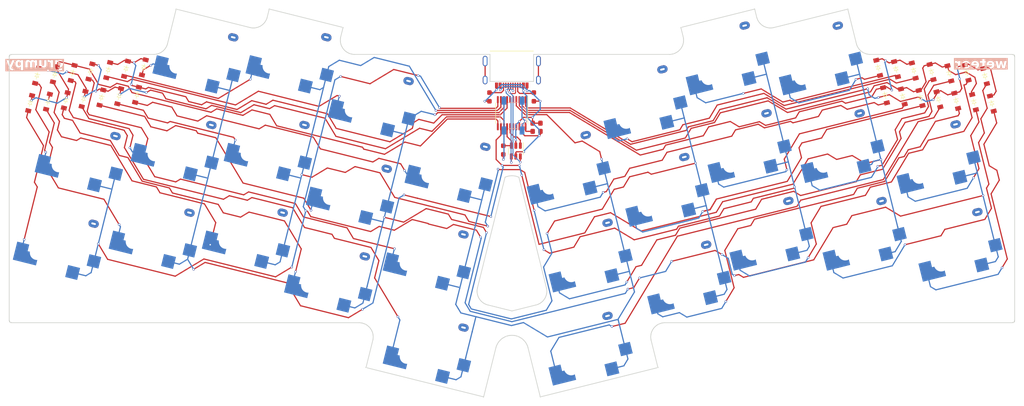
<source format=kicad_pcb>
(kicad_pcb (version 20221018) (generator pcbnew)
  (layers (0 "F.Cu" signal) (31 "B.Cu" signal) (34 "B.Paste" user) (35 "F.Paste" user) (36 "B.SilkS" user "B.Silkscreen") (37 "F.SilkS" user "F.Silkscreen") (38 "B.Mask" user) (39 "F.Mask" user) (44 "Edge.Cuts" user))
  (net 0 "")
  (net 1 "Row_2")
  (net 2 "Net-(D1-A)")
  (net 3 "Row_3")
  (net 4 "Net-(D2-A)")
  (net 5 "Row_1")
  (net 6 "Net-(D3-A)")
  (net 7 "Net-(D4-A)")
  (net 8 "Net-(D5-A)")
  (net 9 "Net-(D6-A)")
  (net 10 "Net-(D7-A)")
  (net 11 "Net-(D8-A)")
  (net 12 "Net-(D9-A)")
  (net 13 "Net-(D10-A)")
  (net 14 "Net-(D11-A)")
  (net 15 "Net-(D12-A)")
  (net 16 "Net-(D13-A)")
  (net 17 "Net-(D14-A)")
  (net 18 "Row_6")
  (net 19 "Net-(D15-A)")
  (net 20 "Row_4")
  (net 21 "Net-(D16-A)")
  (net 22 "Row_5")
  (net 23 "Net-(D17-A)")
  (net 24 "Net-(D18-A)")
  (net 25 "Net-(D19-A)")
  (net 26 "Net-(D20-A)")
  (net 27 "Net-(D21-A)")
  (net 28 "Net-(D22-A)")
  (net 29 "Net-(D23-A)")
  (net 30 "Net-(D24-A)")
  (net 31 "Net-(D25-A)")
  (net 32 "Net-(D26-A)")
  (net 33 "Net-(D27-A)")
  (net 34 "Net-(D28-A)")
  (net 35 "Col_1")
  (net 36 "Col_2")
  (net 37 "Col_3")
  (net 38 "Col_4")
  (net 39 "Col_5")
  (net 40 "+3.3V")
  (net 41 "GND")
  (net 42 "VBUS")
  (net 43 "CC1")
  (net 44 "PORT+")
  (net 45 "PORT-")
  (net 47 "CC2")
  (net 49 "unconnected-(J1-SHIELD-PadS1)")
  (net 50 "UDP")
  (net 51 "BOOT")
  (net 52 "UDM")
  (footprint "weteor:MX_ChocV1_V2_Hotswap_1.5u" (layer "F.Cu") (at 117.334967 135.019164 -14)
    (fp_text reference "SW14" hide)
    (fp_text value "SW_Push" hide)
  )
  (footprint "weteor:MX_ChocV1_V2_Hotswap" (layer "F.Cu") (at 203.338876 92.318109 14)
    (fp_text reference "SW25" hide)
    (fp_text value "SW_Push" hide)
  )
  (footprint "weteor:MX_ChocV1_V2_Hotswap" (layer "F.Cu") (at 223.551235 94.641044 14)
    (fp_text reference "SW27" hide)
    (fp_text value "SW_Push" hide)
  )
  (footprint "weteor:D_SOD-123" (layer "F.Cu") (at 44.874183 77.284259 -104)
    (fp_text reference "D13" hide)
    (fp_text value "D")
  )
  (footprint "weteor:D_SOD-123" (layer "F.Cu") (at 33.612743 78.157694 -104)
    (fp_text reference "D1" hide)
    (fp_text value "D")
  )
  (footprint "weteor:MX_ChocV1_V2_Hotswap" (layer "F.Cu") (at 88.419352 73.818419 -14)
    (fp_text reference "SW6" hide)
    (fp_text value "SW_Push" hide)
  )
  (footprint "weteor:D_SOD-123" (layer "F.Cu") (at 218.45383 77.079445 -76)
    (fp_text reference "D18" hide)
    (fp_text value "D")
  )
  (footprint "weteor:MX_ChocV1_V2_Hotswap" (layer "F.Cu") (at 43.962089 94.63791 -14)
    (fp_text reference "SW1" hide)
    (fp_text value "SW_Push" hide)
  )
  (footprint "MountingHole:MountingHole_2.2mm_M2" (layer "F.Cu") (at 32.96209 125.5)
    (fp_text reference "H7" hide)
    (fp_text value "MountingHole")
  )
  (footprint "MountingHole:MountingHole_2.2mm_M2" (layer "F.Cu") (at 145.761996 79.228684)
    (fp_text reference "H3" hide)
    (fp_text value "MountingHole")
  )
  (footprint "weteor:D_SOD-123" (layer "F.Cu") (at 216.140209 82.564589 -76)
    (fp_text reference "D22" hide)
    (fp_text value "D")
  )
  (footprint "weteor:MX_ChocV1_V2_Hotswap" (layer "F.Cu") (at 161.761992 83.051199 14)
    (fp_text reference "SW18" hide)
    (fp_text value "SW_Push" hide)
  )
  (footprint "weteor:R_0603_HandSolder" (layer "F.Cu") (at 131.907442 93.840075 -90)
    (fp_text reference "R7" hide)
    (fp_text value "10k")
  )
  (footprint "weteor:MX_ChocV1_V2_Hotswap" (layer "F.Cu") (at 96.534107 120.016331 -14)
    (fp_text reference "SW11" hide)
    (fp_text value "SW_Push" hide)
  )
  (footprint "weteor:D_SOD-123" (layer "F.Cu") (at 223.647831 83.146875 -76)
    (fp_text reference "D15" hide)
    (fp_text value "D")
  )
  (footprint "weteor:D_SOD-123" (layer "F.Cu") (at 210.946201 76.497158 -76)
    (fp_text reference "D24" hide)
    (fp_text value "D")
  )
  (footprint "weteor:D_SOD-123" (layer "F.Cu") (at 225.961453 77.66173 -76)
    (fp_text reference "D17" hide)
    (fp_text value "D")
  )
  (footprint "weteor:R_0603_HandSolder" (layer "F.Cu") (at 128.997442 82.630075 -90)
    (fp_text reference "R4" hide)
    (fp_text value "5.1k")
  )
  (footprint "weteor:D_SOD-123" (layer "F.Cu") (at 35.926367 83.642841 -104)
    (fp_text reference "D5" hide)
    (fp_text value "D")
  )
  (footprint "weteor:D_SOD-123" (layer "F.Cu") (at 56.135628 76.41083 -104)
    (fp_text reference "D3" hide)
    (fp_text value "D")
  )
  (footprint "weteor:MX_ChocV1_V2_Hotswap" (layer "F.Cu") (at 198.730261 73.833976 14)
    (fp_text reference "SW24" hide)
    (fp_text value "SW_Push" hide)
  )
  (footprint "weteor:D_SOD-123" (layer "F.Cu") (at 212.386392 82.273448 -76)
    (fp_text reference "D16" hide)
    (fp_text value "D")
  )
  (footprint "weteor:MX_ChocV1_V2_Hotswap" (layer "F.Cu") (at 188.311196 110.789823 14)
    (fp_text reference "SW23" hide)
    (fp_text value "SW_Push" hide)
  )
  (footprint "weteor:MX_ChocV1_V2_Hotswap" (layer "F.Cu") (at 117.322546 115.382879 -14)
    (fp_text reference "SW13" hide)
    (fp_text value "SW_Push" hide)
  )
  (footprint "weteor:MX_ChocV1_V2_Hotswap" (layer "F.Cu") (at 183.702585 92.305684 14)
    (fp_text reference "SW22" hide)
    (fp_text value "SW_Push" hide)
  )
  (footprint "weteor:MX_ChocV1_V2_Hotswap" (layer "F.Cu") (at 59.565842 110.799108 -14)
    (fp_text reference "SW5" hide)
    (fp_text value "SW_Push" hide)
  )
  (footprint "weteor:MX_ChocV1_V2_Hotswap" (layer "F.Cu") (at 228.159849 113.12518 14)
    (fp_text reference "SW28" hide)
    (fp_text value "SW_Push" hide)
  )
  (footprint "weteor:MX_ChocV1_V2_Hotswap" (layer "F.Cu") (at 105.751335 83.048065 -14)
    (fp_text reference "SW9" hide)
    (fp_text value "SW_Push" hide)
  )
  (footprint "Package_TO_SOT_SMD:SOT-23-6" (layer "F.Cu") (at 134.557441 94.040074 -90)
    (fp_text reference "U2" hide)
    (fp_text value "USBLC6-2SC6")
  )
  (footprint "weteor:MX_ChocV1_V2_Hotswap" (layer "F.Cu") (at 101.142717 101.532197 -14)
    (fp_text reference "SW10" hide)
    (fp_text value "SW_Push" hide)
  )
  (footprint "weteor:D_SOD-123" (layer "F.Cu") (at 52.381809 76.701972 -104)
    (fp_text reference "D6" hide)
    (fp_text value "D")
  )
  (footprint "weteor:D_SOD-123" (layer "F.Cu") (at 214.700011 76.788295 -76)
    (fp_text reference "D21" hide)
    (fp_text value "D")
  )
  (footprint "MountingHole:MountingHole_2.2mm_M2" (layer "F.Cu") (at 80.034107 125.5)
    (fp_text reference "H2" hide)
    (fp_text value "MountingHole")
  )
  (footprint "weteor:D_SOD-123" (layer "F.Cu") (at 54.695433 82.187122 -104)
    (fp_text reference "D12" hide)
    (fp_text value "D")
  )
  (footprint "weteor:D_SOD-123" (layer "F.Cu") (at 48.628 76.993116 -104)
    (fp_text reference "D9" hide)
    (fp_text value "D")
  )
  (footprint "weteor:C_0603_HandSolder" (layer "F.Cu") (at 138.107441 89.030076 90)
    (fp_text reference "C1" hide)
    (fp_text value "100nF")
  )
  (footprint "weteor:MX_ChocV1_V2_Hotswap_1.5u" (layer "F.Cu") (at 150.178355 135.022297 14)
    (fp_text reference "SW15" hide)
    (fp_text value "SW_Push" hide)
  )
  (footprint "weteor:R_0603_HandSolder" (layer "F.Cu") (at 138.357442 82.630075 -90)
    (fp_text reference "R3" hide)
    (fp_text value "5.1k")
  )
  (footprint "weteor:MX_ChocV1_V2_Hotswap" (layer "F.Cu") (at 150.190773 115.386013 14)
    (fp_text reference "SW17" hide)
    (fp_text value "SW_Push" hide)
  )
  (footprint "weteor:D_SOD-123" (layer "F.Cu") (at 32.172555 83.933986 -104)
    (fp_text reference "D2" hide)
    (fp_text value "D")
  )
  (footprint "weteor:D_SOD-123" (layer "F.Cu") (at 229.604137 77.507146 -76)
    (fp_text reference "D23" hide)
    (fp_text value "D")
  )
  (footprint "weteor:MX_ChocV1_V2_Hotswap" (layer "F.Cu") (at 166.370605 101.535333 14)
    (fp_text reference "SW19" hide)
    (fp_text value "SW_Push" hide)
  )
  (footprint "weteor:D_SOD-123" (layer "F.Cu") (at 47.187807 82.769408 -104)
    (fp_text reference "D10" hide)
    (fp_text value "D")
  )
  (footprint "weteor:MX_ChocV1_V2_Hotswap" (layer "F.Cu") (at 79.202128 110.786688 -14)
    (fp_text reference "SW8" hide)
    (fp_text value "SW_Push" hide)
  )
  (footprint "MountingHole:MountingHole_2.2mm_M2" (layer "F.Cu") (at 236.551236 94.228681)
    (fp_text reference "H6" hide)
    (fp_text value "MountingHole")
  )
  (footprint "MountingHole:MountingHole_2.2mm_M2" (layer "F.Cu") (at 30.96209 94.22868)
    (fp_text reference "H5" hide)
    (fp_text value "MountingHole")
  )
  (footprint "weteor:MX_ChocV1_V2_Hotswap" (layer "F.Cu") (at 39.353479 113.122042 -14)
    (fp_text reference "SW2" hide)
    (fp_text value "SW_Push" hide)
  )
  (footprint "weteor:USB-C-12-Pin-MidMount" (layer "F.Cu") (at 133.70254 72.969335)
    (fp_text reference "J1" hide)
    (fp_text value "USB_C_Receptacle_USB2.0")
  )
  (footprint "weteor:D_SOD-123" (layer "F.Cu") (at 50.94162 82.478263 -104)
    (fp_text reference "D7" hide)
    (fp_text value "D")
  )
  (footprint "weteor:D_SOD-123" (layer "F.Cu") (at 227.401647 83.438018 -76)
    (fp_text reference "D20" hide)
    (fp_text value "D")
  )
  (footprint "weteor:MX_ChocV1_V2_Hotswap" (layer "F.Cu") (at 145.582167 96.901879 14)
    (fp_text reference "SW16" hide)
    (fp_text value "SW_Push" hide)
  )
  (footprint "weteor:MX_ChocV1_V2_Hotswap" (layer "F.Cu") (at 64.174452 92.314973 -14)
    (fp_text reference "SW4" hide)
    (fp_text value "SW_Push" hide)
  )
  (footprint "weteor:D_SOD-123" (layer "F.Cu") (at 219.894016 82.855733 -76)
    (fp_text reference "D19" hide)
    (fp_text value "D")
  )
  (footprint "weteor:D_SOD-123" (layer "F.Cu") (at 231.155458 83.729164 -76)
    (fp_text reference "D27" hide)
    (fp_text value "D")
  )
  (footprint "weteor:MX_ChocV1_V2_Hotswap" (layer "F.Cu") (at 207.947484 110.802244 14)
    (fp_text reference "SW26" hide)
    (fp_text value "SW_Push" hide)
  )
  (footprint "weteor:MX_ChocV1_V2_Hotswap" (layer "F.Cu") (at 179.093973 73.821554 14)
    (fp_text reference "SW21" hide)
    (fp_text value "SW_Push" hide)
  )
  (footprint "weteor:D_SOD-123" (layer "F.Cu") (at 234.90927 84.020308 -76)
    (fp_text reference "D28" hide)
    (fp_text value "D")
  )
  (footprint "weteor:MX_ChocV1_V2_Hotswap" (layer "F.Cu") (at 68.783064 73.830843 -14)
    (fp_text reference "SW3" hide)
    (fp_text value "SW_Push" hide)
  )
  (footprint "weteor:MX_ChocV1_V2_Hotswap" (layer "F.Cu") (at 170.979213 120.01947 14)
    (fp_text reference "SW20" hide)
    (fp_text value "SW_Push" hide)
  )
  (footprint "weteor:MX_ChocV1_V2_Hotswap" (layer "F.Cu") (at 83.810737 92.302554 -14)
    (fp_text reference "SW7" hide)
    (fp_text value "SW_Push" hide)
  )
  (footprint "MountingHole:MountingHole_2.2mm_M2" (layer "F.Cu") (at 121.751337 79.228684)
    (fp_text reference "H4" hide)
    (fp_text value "MountingHole")
  )
  (footprint "weteor:D_SOD-123" (layer "F.Cu") (at 233.46908 78.244019 -76)
    (fp_text reference "D26" hide)
    (fp_text value "D")
  )
  (footprint "weteor:D_SOD-123" (layer "F.Cu") (at 43.433992 83.06055 -104)
    (fp_text reference "D4" hide)
    (fp_text value "D")
  )
  (footprint "Package_SO:TSSOP-20_4.4x6.5mm_P0.65mm" (layer "F.Cu") (at 133.687442 86.060074 -90)
    (fp_text reference "U3" hide)
    (fp_text value "~")
  )
  (footprint "weteor:D_SOD-123" (layer "F.Cu") (at 222.207641 77.370585 -76)
    (fp_text reference "D25" hide)
    (fp_text value "D")
  )
  (footprint "weteor:D_SOD-123" (layer "F.Cu") (at 39.680178 83.351695 -104)
    (fp_text reference "D11" hide)
    (fp_text value "D")
  )
  (footprint "weteor:C_0603_HandSolder" (layer "F.Cu") (at 139.747442 89.030075 90)
    (fp_text reference "C2" hide)
    (fp_text value "100nF")
  )
  (footprint "weteor:MX_ChocV1_V2_Hotswap" (layer "F.Cu") (at 121.93116 96.898743 -14)
    (fp_text reference "SW12" hide)
    (fp_text value "SW_Push" hide)
  )
  (footprint "weteor:D_SOD-123" (layer "F.Cu") (at 41.120371 77.575404 -104)
    (fp_text reference "D14" hide)
    (fp_text value "D")
  )
  (footprint "MountingHole:MountingHole_2.2mm_M2" (layer "F.Cu") (at 187.479213 125.5)
    (fp_text reference "H1" hide)
    (fp_text value "MountingHole")
  )
  (footprint "weteor:D_SOD-123" (layer "F.Cu") (at 37.366556 77.866549 -104)
    (fp_text reference "D8" hide)
    (fp_text value "D")
  )
  (footprint "MountingHole:MountingHole_2.2mm_M2" (layer "F.Cu") (at 234.551236 125.5)
    (fp_text reference "H8" hide)
    (fp_text value "MountingHole")
  )
  (footprint "Button_Switch_SMD:SW_SPST_TL3342" (layer "B.Cu") (at 133.957246 86.563318 -90)
    (fp_text reference "SW29" hide)
    (fp_text value "BOOT")
  )
  (gr_line (start 132.869971 132.992875) (end 132.653174 133.05537) (stroke (width 0.15)) (layer "Edge.Cuts"))
  (gr_line (start 82.090509 66.017151) (end 82.141291 65.835512) (stroke (width 0.15)) (layer "Edge.Cuts"))
  (gr_line (start 163.09485 132.449686) (end 163.049948 132.660621) (stroke (width 0.15)) (layer "Edge.Cuts"))
  (gr_line (start 184.856646 64.119356) (end 184.882051 64.113455) (stroke (width 0.15)) (layer "Edge.Cuts"))
  (gr_line (start 169.385679 67.976825) (end 169.399379 67.972921) (stroke (width 0.15)) (layer "Edge.Cuts"))
  (gr_line (start 239.387091 73.690192) (end 239.393086 73.692192) (stroke (width 0.15)) (layer "Edge.Cuts"))
  (gr_line (start 239.725689 129.759435) (end 239.723688 129.775037) (stroke (width 0.15)) (layer "Edge.Cuts"))
  (gr_line (start 204.537205 64.131271) (end 204.539208 64.133267) (stroke (width 0.15)) (layer "Edge.Cuts"))
  (gr_line (start 28.07282 73.697148) (end 28.07868 73.695148) (stroke (width 0.15)) (layer "Edge.Cuts"))
  (gr_line (start 104.479004 133.525397) (end 104.490725 133.308603) (stroke (width 0.15)) (layer "Edge.Cuts"))
  (gr_line (start 28.004454 73.732396) (end 28.008367 73.73039) (stroke (width 0.15)) (layer "Edge.Cuts"))
  (gr_line (start 135.627784 133.434268) (end 135.442235 133.322931) (stroke (width 0.15)) (layer "Edge.Cuts"))
  (gr_line (start 136.92075 134.912768) (end 136.819187 134.711608) (stroke (width 0.15)) (layer "Edge.Cuts"))
  (gr_line (start 184.846647 64.121363) (end 184.856646 64.119356) (stroke (width 0.15)) (layer "Edge.Cuts"))
  (gr_line (start 239.580394 130.080234) (end 239.570387 130.088237) (stroke (width 0.15)) (layer "Edge.Cuts"))
  (gr_line (start 27.762253 129.758476) (end 27.760304 129.680377) (stroke (width 0.15)) (layer "Edge.Cuts"))
  (gr_line (start 239.715689 129.829731) (end 239.711689 129.841433) (stroke (width 0.15)) (layer "Edge.Cuts"))
  (gr_line (start 27.910702 73.804771) (end 27.922419 73.79305) (stroke (width 0.15)) (layer "Edge.Cuts"))
  (gr_line (start 239.178088 73.662593) (end 239.256189 73.664591) (stroke (width 0.15)) (layer "Edge.Cuts"))
  (gr_line (start 140.281797 125.63113) (end 140.422428 125.467071) (stroke (width 0.15)) (layer "Edge.Cuts"))
  (gr_line (start 126.547424 124.535432) (end 126.61969 124.732694) (stroke (width 0.15)) (layer "Edge.Cuts"))
  (gr_line (start 126.820863 125.12527) (end 126.93805 125.304961) (stroke (width 0.15)) (layer "Edge.Cuts"))
  (gr_line (start 27.795445 129.913175) (end 27.793497 129.907174) (stroke (width 0.15)) (layer "Edge.Cuts"))
  (gr_line (start 133.740784 127.752181) (end 138.842346 126.47875) (stroke (width 0.15)) (layer "Edge.Cuts"))
  (gr_line (start 130.40707 135.324881) (end 130.354339 135.512385) (stroke (width 0.15)) (layer "Edge.Cuts"))
  (gr_line (start 239.556387 130.100235) (end 239.503688 130.14323) (stroke (width 0.15)) (layer "Edge.Cuts"))
  (gr_line (start 169.82324 71.445873) (end 169.870135 71.22908) (stroke (width 0.15)) (layer "Edge.Cuts"))
  (gr_line (start 169.356278 67.984725) (end 169.358279 67.984726) (stroke (width 0.15)) (layer "Edge.Cuts"))
  (gr_line (start 168.192267 73.383374) (end 168.383681 73.285716) (stroke (width 0.15)) (layer "Edge.Cuts"))
  (gr_line (start 140.545463 125.304961) (end 140.668513 125.115505) (stroke (width 0.15)) (layer "Edge.Cuts"))
  (gr_line (start 127.693908 126.051048) (end 127.86969 126.16238) (stroke (width 0.15)) (layer "Edge.Cuts"))
  (gr_line (start 141.006635 122.865499) (end 135.196092 99.558858) (stroke (width 0.15)) (layer "Edge.Cuts"))
  (gr_line (start 139.713959 145.860224) (end 139.711957 145.860226) (stroke (width 0.15)) (layer "Edge.Cuts"))
  (gr_line (start 28.068901 130.190974) (end 28.061091 130.186977) (stroke (width 0.15)) (layer "Edge.Cuts"))
  (gr_line (start 27.922419 73.79305) (end 27.934138 73.783254) (stroke (width 0.15)) (layer "Edge.Cuts"))
  (gr_line (start 27.826713 73.912287) (end 27.82866 73.90839) (stroke (width 0.15)) (layer "Edge.Cuts"))
  (gr_line (start 239.656088 73.909634) (end 239.65809 73.913539) (stroke (width 0.15)) (layer "Edge.Cuts"))
  (gr_line (start 169.580943 72.055251) (end 169.678635 71.854076) (stroke (width 0.15)) (layer "Edge.Cuts"))
  (gr_line (start 79.582689 68.067937) (end 79.785816 68.038629) (stroke (width 0.15)) (layer "Edge.Cuts"))
  (gr_line (start 27.793515 73.984622) (end 27.793514 73.982625) (stroke (width 0.15)) (layer "Edge.Cuts"))
  (gr_line (start 28.012261 130.163276) (end 28.006404 130.159274) (stroke (width 0.15)) (layer "Edge.Cuts"))
  (gr_line (start 27.840374 129.999771) (end 27.828653 129.980277) (stroke (width 0.15)) (layer "Edge.Cuts"))
  (gr_line (start 166.952036 73.662722) (end 167.13954 73.656815) (stroke (width 0.15)) (layer "Edge.Cuts"))
  (gr_line (start 184.884046 64.113461) (end 184.89965 64.109563) (stroke (width 0.15)) (layer "Edge.Cuts"))
  (gr_line (start 239.701687 74.013318) (end 239.703687 74.019215) (stroke (width 0.15)) (layer "Edge.Cuts"))
  (gr_line (start 239.273785 73.666598) (end 239.293288 73.668593) (stroke (width 0.15)) (layer "Edge.Cuts"))
  (gr_line (start 185.773206 66.789289) (end 185.904068 66.963112) (stroke (width 0.15)) (layer "Edge.Cuts"))
  (gr_line (start 163.842962 131.133287) (end 163.694519 131.303205) (stroke (width 0.15)) (layer "Edge.Cuts"))
  (gr_line (start 27.969292 130.135572) (end 27.96734 130.133574) (stroke (width 0.15)) (layer "Edge.Cuts"))
  (gr_line (start 207.504271 73.100068) (end 207.676144 73.211395) (stroke (width 0.15)) (layer "Edge.Cuts"))
  (gr_line (start 131.037936 134.162774) (end 130.903171 134.336605) (stroke (width 0.15)) (layer "Edge.Cuts"))
  (gr_line (start 58.254453 73.661722) (end 58.428281 73.655821) (stroke (width 0.15)) (layer "Edge.Cuts"))
  (gr_line (start 133.526219 132.889373) (end 133.305515 132.908877) (stroke (width 0.15)) (layer "Edge.Cuts"))
  (gr_line (start 239.349889 73.680395) (end 239.369389 73.684295) (stroke (width 0.15)) (layer "Edge.Cuts"))
  (gr_line (start 239.615688 130.040936) (end 239.601987 130.054635) (stroke (width 0.15)) (layer "Edge.Cuts"))
  (gr_line (start 131.498876 133.695984) (end 131.338716 133.840514) (stroke (width 0.15)) (layer "Edge.Cuts"))
  (gr_line (start 239.562389 130.096235) (end 239.556387 130.100235) (stroke (width 0.15)) (layer "Edge.Cuts"))
  (gr_line (start 132.239107 133.221372) (end 132.045752 133.322937) (stroke (width 0.15)) (layer "Edge.Cuts"))
  (gr_line (start 204.523206 64.12327) (end 204.529208 64.121268) (stroke (width 0.15)) (layer "Edge.Cuts"))
  (gr_line (start 164.499082 139.688324) (end 164.467876 139.696327) (stroke (width 0.15)) (layer "Edge.Cuts"))
  (gr_line (start 139.793517 126.047141) (end 139.959533 125.926055) (stroke (width 0.15)) (layer "Edge.Cuts"))
  (gr_line (start 27.82866 73.90839) (end 27.840382 73.888863) (stroke (width 0.15)) (layer "Edge.Cuts"))
  (gr_line (start 104.410644 133.921888) (end 104.447753 133.742195) (stroke (width 0.15)) (layer "Edge.Cuts"))
  (gr_line (start 139.615787 126.162379) (end 139.793517 126.047141) (stroke (width 0.15)) (layer "Edge.Cuts"))
  (gr_line (start 58.861875 73.593319) (end 59.045469 73.548401) (stroke (width 0.15)) (layer "Edge.Cuts"))
  (gr_line (start 239.350687 130.210936) (end 239.31949 130.218934) (stroke (width 0.15)) (layer "Edge.Cuts"))
  (gr_line (start 184.923651 64.158429) (end 185.343572 65.849837) (stroke (width 0.15)) (layer "Edge.Cuts"))
  (gr_line (start 164.34686 130.719217) (end 164.16522 130.850074) (stroke (width 0.15)) (layer "Edge.Cuts"))
  (gr_line (start 58.647033 73.634343) (end 58.861875 73.593319) (stroke (width 0.15)) (layer "Edge.Cuts"))
  (gr_line (start 27.963433 130.131574) (end 27.959522 130.127573) (stroke (width 0.15)) (layer "Edge.Cuts"))
  (gr_line (start 102.988954 139.687845) (end 102.985055 139.685844) (stroke (width 0.15)) (layer "Edge.Cuts"))
  (gr_line (start 208.031608 73.402804) (end 208.24059 73.486783) (stroke (width 0.15)) (layer "Edge.Cuts"))
  (gr_line (start 27.824744 129.974275) (end 27.813026 129.950871) (stroke (width 0.15)) (layer "Edge.Cuts"))
  (gr_line (start 206.896843 72.51413) (end 207.019888 72.662566) (stroke (width 0.15)) (layer "Edge.Cuts"))
  (gr_line (start 140.772038 124.92605) (end 140.856036 124.74441) (stroke (width 0.15)) (layer "Edge.Cuts"))
  (gr_line (start 130.354339 135.512385) (end 127.782073 145.828794) (stroke (width 0.15)) (layer "Edge.Cuts"))
  (gr_line (start 27.902883 73.81257) (end 27.906789 73.808673) (stroke (width 0.15)) (layer "Edge.Cuts"))
  (gr_line (start 101.924325 130.257877) (end 101.709475 130.234476) (stroke (width 0.15)) (layer "Edge.Cuts"))
  (gr_line (start 239.630691 73.872527) (end 239.632688 73.872523) (stroke (width 0.15)) (layer "Edge.Cuts"))
  (gr_line (start 164.50308 139.686323) (end 164.501078 139.686324) (stroke (width 0.15)) (layer "Edge.Cuts"))
  (gr_line (start 103.91846 131.458996) (end 103.783697 131.294933) (stroke (width 0.15)) (layer "Edge.Cuts"))
  (gr_line (start 239.644988 129.999934) (end 239.63329 130.017529) (stroke (width 0.15)) (layer "Edge.Cuts"))
  (gr_line (start 239.424787 73.704094) (end 239.48339 73.735345) (stroke (width 0.15)) (layer "Edge.Cuts"))
  (gr_line (start 239.65809 73.913539) (end 239.662086 73.919433) (stroke (width 0.15)) (layer "Edge.Cuts"))
  (gr_line (start 239.487388 73.737342) (end 239.489386 73.739346) (stroke (width 0.15)) (layer "Edge.Cuts"))
  (gr_line (start 239.601392 73.835419) (end 239.615087 73.849087) (stroke (width 0.15)) (layer "Edge.Cuts"))
  (gr_line (start 164.923031 130.426335) (end 164.725771 130.508332) (stroke (width 0.15)) (layer "Edge.Cuts"))
  (gr_line (start 62.938044 64.163638) (end 62.941945 64.148003) (stroke (width 0.15)) (layer "Edge.Cuts"))
  (gr_line (start 28.152895 130.216473) (end 28.086492 130.196975) (stroke (width 0.15)) (layer "Edge.Cuts"))
  (gr_line (start 27.945856 73.773455) (end 27.963438 73.761731) (stroke (width 0.15)) (layer "Edge.Cuts"))
  (gr_line (start 102.564947 130.425872) (end 102.352053 130.353573) (stroke (width 0.15)) (layer "Edge.Cuts"))
  (gr_line (start 27.813026 129.950871) (end 27.807168 129.940872) (stroke (width 0.15)) (layer "Edge.Cuts"))
  (gr_line (start 239.695688 73.993738) (end 239.695693 73.995736) (stroke (width 0.15)) (layer "Edge.Cuts"))
  (gr_line (start 239.31949 130.218934) (end 239.305789 130.220935) (stroke (width 0.15)) (layer "Edge.Cuts"))
  (gr_line (start 136.819187 134.711608) (end 136.703958 134.516295) (stroke (width 0.15)) (layer "Edge.Cuts"))
  (gr_line (start 81.28972 67.276919) (end 81.449878 67.116762) (stroke (width 0.15)) (layer "Edge.Cuts"))
  (gr_line (start 204.529208 64.121268) (end 204.531207 64.121269) (stroke (width 0.15)) (layer "Edge.Cuts"))
  (gr_line (start 62.949747 64.120572) (end 62.951746 64.120575) (stroke (width 0.15)) (layer "Edge.Cuts"))
  (gr_line (start 28.227108 130.226474) (end 28.209531 130.224474) (stroke (width 0.15)) (layer "Edge.Cuts"))
  (gr_line (start 126.93805 125.304961) (end 127.061095 125.467067) (stroke (width 0.15)) (layer "Edge.Cuts"))
  (gr_line (start 184.91965 64.144762) (end 184.923651 64.158429) (stroke (width 0.15)) (layer "Edge.Cuts"))
  (gr_line (start 239.552091 73.786386) (end 239.563787 73.796185) (stroke (width 0.15)) (layer "Edge.Cuts"))
  (gr_line (start 185.904068 66.963112) (end 186.036881 67.117416) (stroke (width 0.15)) (layer "Edge.Cuts"))
  (gr_line (start 28.086489 73.693147) (end 28.152894 73.673621) (stroke (width 0.15)) (layer "Edge.Cuts"))
  (gr_line (start 239.719689 129.806335) (end 239.715689 129.829731) (stroke (width 0.15)) (layer "Edge.Cuts"))
  (gr_line (start 102.352053 130.353573) (end 102.139165 130.296972) (stroke (width 0.15)) (layer "Edge.Cuts"))
  (gr_line (start 137.080846 135.324885) (end 137.002749 135.110045) (stroke (width 0.15)) (layer "Edge.Cuts"))
  (gr_line (start 186.706802 67.66429) (end 186.896248 67.767805) (stroke (width 0.15)) (layer "Edge.Cuts"))
  (gr_line (start 82.574813 64.109642) (end 82.578711 64.109648) (stroke (width 0.15)) (layer "Edge.Cuts"))
  (gr_line (start 62.985035 64.128476) (end 78.541679 68.007383) (stroke (width 0.15)) (layer "Edge.Cuts"))
  (gr_line (start 126.61969 124.732694) (end 126.713439 124.935819) (stroke (width 0.15)) (layer "Edge.Cuts"))
  (gr_line (start 99.70008 73.537681) (end 99.912972 73.594319) (stroke (width 0.15)) (layer "Edge.Cuts"))
  (gr_line (start 169.678635 71.854076) (end 169.754836 71.656812) (stroke (width 0.15)) (layer "Edge.Cuts"))
  (gr_line (start 239.178891 130.228937) (end 165.966003 130.228935) (stroke (width 0.15)) (layer "Edge.Cuts"))
  (gr_line (start 185.560367 66.426008) (end 185.657967 66.605694) (stroke (width 0.15)) (layer "Edge.Cuts"))
  (gr_line (start 28.154846 130.216475) (end 28.152895 130.216473) (stroke (width 0.15)) (layer "Edge.Cuts"))
  (gr_line (start 60.590393 72.513243) (end 60.719294 72.331606) (stroke (width 0.15)) (layer "Edge.Cuts"))
  (gr_line (start 130.776223 134.524106) (end 130.664892 134.719411) (stroke (width 0.15)) (layer "Edge.Cuts"))
  (gr_line (start 27.801305 129.925174) (end 27.797396 129.917172) (stroke (width 0.15)) (layer "Edge.Cuts"))
  (gr_line (start 82.571061 64.11677) (end 82.57106 64.114768) (stroke (width 0.15)) (layer "Edge.Cuts"))
  (gr_line (start 28.209531 130.224474) (end 28.190005 130.222471) (stroke (width 0.15)) (layer "Edge.Cuts"))
  (gr_line (start 139.025939 126.427948) (end 139.223206 126.353748) (stroke (width 0.15)) (layer "Edge.Cuts"))
  (gr_line (start 126.434141 123.056909) (end 126.402888 123.27371) (stroke (width 0.15)) (layer "Edge.Cuts"))
  (gr_line (start 28.008367 73.73039) (end 28.059148 73.703053) (stroke (width 0.15)) (layer "Edge.Cuts"))
  (gr_line (start 27.975154 130.139576) (end 27.969292 130.135572) (stroke (width 0.15)) (layer "Edge.Cuts"))
  (gr_line (start 138.842346 126.47875) (end 139.025939 126.427948) (stroke (width 0.15)) (layer "Edge.Cuts"))
  (gr_line (start 206.769887 72.342253) (end 206.896843 72.51413) (stroke (width 0.15)) (layer "Edge.Cuts"))
  (gr_line (start 28.078668 130.194976) (end 28.072812 130.192977) (stroke (width 0.15)) (layer "Edge.Cuts"))
  (gr_line (start 28.061091 130.186977) (end 28.04937 130.182974) (stroke (width 0.15)) (layer "Edge.Cuts"))
  (gr_line (start 27.807168 129.940872) (end 27.807169 129.938875) (stroke (width 0.15)) (layer "Edge.Cuts"))
  (gr_line (start 204.537209 64.12927) (end 204.537205 64.131271) (stroke (width 0.15)) (layer "Edge.Cuts"))
  (gr_line (start 131.678565 133.555354) (end 131.498876 133.695984) (stroke (width 0.15)) (layer "Edge.Cuts"))
  (gr_line (start 239.437285 130.182932) (end 239.435288 130.18293) (stroke (width 0.15)) (layer "Edge.Cuts"))
  (gr_line (start 103.316896 130.843754) (end 103.137212 130.718755) (stroke (width 0.15)) (layer "Edge.Cuts"))
  (gr_line (start 239.689689 73.982016) (end 239.695688 73.993738) (stroke (width 0.15)) (layer "Edge.Cuts"))
  (gr_line (start 27.789607 73.994422) (end 27.793515 73.984622) (stroke (width 0.15)) (layer "Edge.Cuts"))
  (gr_line (start 163.006949 133.525855) (end 163.038149 133.742661) (stroke (width 0.15)) (layer "Edge.Cuts"))
  (gr_line (start 82.578711 64.109648) (end 82.592387 64.111644) (stroke (width 0.15)) (layer "Edge.Cuts"))
  (gr_line (start 239.69409 129.90603) (end 239.68039 129.935334) (stroke (width 0.15)) (layer "Edge.Cuts"))
  (gr_line (start 128.258363 126.353755) (end 128.455625 126.427952) (stroke (width 0.15)) (layer "Edge.Cuts"))
  (gr_line (start 27.95366 130.121574) (end 27.910691 130.084474) (stroke (width 0.15)) (layer "Edge.Cuts"))
  (gr_line (start 163.049948 132.660621) (end 163.016748 132.861794) (stroke (width 0.15)) (layer "Edge.Cuts"))
  (gr_line (start 97.561392 70.80135) (end 97.578975 71.016193) (stroke (width 0.15)) (layer "Edge.Cuts"))
  (gr_line (start 27.803286 73.959183) (end 27.815006 73.935742) (stroke (width 0.15)) (layer "Edge.Cuts"))
  (gr_line (start 239.393086 73.692192) (end 239.399088 73.694196) (stroke (width 0.15)) (layer "Edge.Cuts"))
  (gr_line (start 188.749765 68.047101) (end 188.941178 68.008028) (stroke (width 0.15)) (layer "Edge.Cuts"))
  (gr_line (start 27.859903 130.027478) (end 27.855992 130.023476) (stroke (width 0.15)) (layer "Edge.Cuts"))
  (gr_line (start 133.963721 132.889374) (end 133.743016 132.883373) (stroke (width 0.15)) (layer "Edge.Cuts"))
  (gr_line (start 239.409088 73.698196) (end 239.411086 73.698197) (stroke (width 0.15)) (layer "Edge.Cuts"))
  (gr_line (start 27.764203 74.10379) (end 27.766155 74.099892) (stroke (width 0.15)) (layer "Edge.Cuts"))
  (gr_line (start 239.582389 130.07823) (end 239.580394 130.080234) (stroke (width 0.15)) (layer "Edge.Cuts"))
  (gr_line (start 163.075249 133.922342) (end 164.499081 139.627423) (stroke (width 0.15)) (layer "Edge.Cuts"))
  (gr_line (start 98.119935 68.05135) (end 97.643375 69.9576) (stroke (width 0.15)) (layer "Edge.Cuts"))
  (gr_line (start 239.411086 73.698197) (end 239.424787 73.704094) (stroke (width 0.15)) (layer "Edge.Cuts"))
  (gr_line (start 102.975052 139.683846) (end 102.975051 139.681837) (stroke (width 0.15)) (layer "Edge.Cuts"))
  (gr_line (start 62.941945 64.148003) (end 62.945846 64.132376) (stroke (width 0.15)) (layer "Edge.Cuts"))
  (gr_line (start 164.505077 139.686324) (end 164.50308 139.686323) (stroke (width 0.15)) (layer "Edge.Cuts"))
  (gr_line (start 103.648933 131.140636) (end 103.48682 130.988284) (stroke (width 0.15)) (layer "Edge.Cuts"))
  (gr_line (start 104.326666 132.238284) (end 104.240726 132.025396) (stroke (width 0.15)) (layer "Edge.Cuts"))
  (gr_line (start 135.246923 133.221371) (end 135.03989 133.131574) (stroke (width 0.15)) (layer "Edge.Cuts"))
  (gr_line (start 28.227113 73.663719) (end 28.305237 73.661726) (stroke (width 0.15)) (layer "Edge.Cuts"))
  (gr_line (start 27.766157 129.795572) (end 27.764204 129.776075) (stroke (width 0.15)) (layer "Edge.Cuts"))
  (gr_line (start 137.002749 135.110045) (end 136.92075 134.912768) (stroke (width 0.15)) (layer "Edge.Cuts"))
  (gr_line (start 136.45005 134.160824) (end 136.301607 133.994804) (stroke (width 0.15)) (layer "Edge.Cuts"))
  (gr_line (start 136.703958 134.516295) (end 136.586766 134.344414) (stroke (width 0.15)) (layer "Edge.Cuts"))
  (gr_line (start 169.754836 71.656812) (end 169.82324 71.445873) (stroke (width 0.15)) (layer "Edge.Cuts"))
  (gr_line (start 204.53321 64.12127) (end 204.535209 64.123272) (stroke (width 0.15)) (layer "Edge.Cuts"))
  (gr_line (start 239.696087 129.898031) (end 239.69609 129.902034) (stroke (width 0.15)) (layer "Edge.Cuts"))
  (gr_line (start 133.305515 132.908877) (end 133.086765 132.944075) (stroke (width 0.15)) (layer "Edge.Cuts"))
  (gr_line (start 239.399088 73.694196) (end 239.405088 73.696195) (stroke (width 0.15)) (layer "Edge.Cuts"))
  (gr_line (start 165.778499 130.234934) (end 165.561709 130.258333) (stroke (width 0.15)) (layer "Edge.Cuts"))
  (gr_line (start 97.662965 71.443926) (end 97.723511 71.6451) (stroke (width 0.15)) (layer "Edge.Cuts"))
  (gr_line (start 168.74305 73.047436) (end 168.911017 72.912673) (stroke (width 0.15)) (layer "Edge.Cuts"))
  (gr_line (start 167.571179 73.594317) (end 167.787967 73.537682) (stroke (width 0.15)) (layer "Edge.Cuts"))
  (gr_line (start 27.828653 129.980277) (end 27.824744 129.974275) (stroke (width 0.15)) (layer "Edge.Cuts"))
  (gr_line (start 101.520022 130.228474) (end 28.305235 130.228466) (stroke (width 0.15)) (layer "Edge.Cuts"))
  (gr_line (start 134.399267 132.944076) (end 134.180519 132.910874) (stroke (width 0.15)) (layer "Edge.Cuts"))
  (gr_line (start 206.353858 71.414523) (end 206.404659 71.590298) (stroke (width 0.15)) (layer "Edge.Cuts"))
  (gr_line (start 139.70396 145.828822) (end 139.699959 145.815122) (stroke (width 0.15)) (layer "Edge.Cuts"))
  (gr_line (start 206.404659 71.590298) (end 206.474959 71.787566) (stroke (width 0.15)) (layer "Edge.Cuts"))
  (gr_line (start 239.486088 130.154931) (end 239.46659 130.164939) (stroke (width 0.15)) (layer "Edge.Cuts"))
  (gr_line (start 139.713959 145.862226) (end 139.713959 145.860224) (stroke (width 0.15)) (layer "Edge.Cuts"))
  (gr_line (start 207.676144 73.211395) (end 207.836296 73.305145) (stroke (width 0.15)) (layer "Edge.Cuts"))
  (gr_line (start 78.729177 68.046441) (end 78.934252 68.07183) (stroke (width 0.15)) (layer "Edge.Cuts"))
  (gr_line (start 239.318689 73.672593) (end 239.349889 73.680395) (stroke (width 0.15)) (layer "Edge.Cuts"))
  (gr_line (start 27.934138 73.783254) (end 27.945856 73.773455) (stroke (width 0.15)) (layer "Edge.Cuts"))
  (gr_line (start 239.64439 73.890103) (end 239.656088 73.909634) (stroke (width 0.15)) (layer "Edge.Cuts"))
  (gr_line (start 98.127819 72.422442) (end 98.264536 72.600175) (stroke (width 0.15)) (layer "Edge.Cuts"))
  (gr_line (start 207.019888 72.662566) (end 207.168329 72.818817) (stroke (width 0.15)) (layer "Edge.Cuts"))
  (gr_line (start 27.852094 130.019473) (end 27.852095 130.017472) (stroke (width 0.15)) (layer "Edge.Cuts"))
  (gr_line (start 165.966003 130.228935) (end 165.778499 130.234934) (stroke (width 0.15)) (layer "Edge.Cuts"))
  (gr_line (start 98.131654 67.986819) (end 98.133657 67.98882) (stroke (width 0.15)) (layer "Edge.Cuts"))
  (gr_line (start 239.727693 74.208675) (end 239.727693 129.681335) (stroke (width 0.15)) (layer "Edge.Cuts"))
  (gr_line (start 27.805216 129.93887) (end 27.805218 129.936879) (stroke (width 0.15)) (layer "Edge.Cuts"))
  (gr_line (start 206.562858 71.980928) (end 206.654659 72.15475) (stroke (width 0.15)) (layer "Edge.Cuts"))
  (gr_line (start 208.437859 73.549285) (end 208.625357 73.596152) (stroke (width 0.15)) (layer "Edge.Cuts"))
  (gr_line (start 28.086492 130.196975) (end 28.082579 130.194975) (stroke (width 0.15)) (layer "Edge.Cuts"))
  (gr_line (start 164.50908 139.684325) (end 164.507082 139.684327) (stroke (width 0.15)) (layer "Edge.Cuts"))
  (gr_line (start 82.573061 64.112763) (end 82.57306 64.110766) (stroke (width 0.15)) (layer "Edge.Cuts"))
  (gr_line (start 127.782073 145.828794) (end 127.774273 145.858092) (stroke (width 0.15)) (layer "Edge.Cuts"))
  (gr_line (start 28.305235 130.228466) (end 28.227108 130.226474) (stroke (width 0.15)) (layer "Edge.Cuts"))
  (gr_line (start 239.411889 130.192935) (end 239.405887 130.194931) (stroke (width 0.15)) (layer "Edge.Cuts"))
  (gr_line (start 100.34266 73.656816) (end 100.532112 73.662719) (stroke (width 0.15)) (layer "Edge.Cuts"))
  (gr_line (start 60.455629 72.669492) (end 60.590393 72.513243) (stroke (width 0.15)) (layer "Edge.Cuts"))
  (gr_line (start 207.836296 73.305145) (end 208.031608 73.402804) (stroke (width 0.15)) (layer "Edge.Cuts"))
  (gr_line (start 239.695693 73.995736) (end 239.701687 74.013318) (stroke (width 0.15)) (layer "Edge.Cuts"))
  (gr_line (start 239.721691 129.788732) (end 239.719689 129.806335) (stroke (width 0.15)) (layer "Edge.Cuts"))
  (gr_line (start 127.354067 125.779569) (end 127.516177 125.920189) (stroke (width 0.15)) (layer "Edge.Cuts"))
  (gr_line (start 239.423588 130.186934) (end 239.411889 130.192935) (stroke (width 0.15)) (layer "Edge.Cuts"))
  (gr_line (start 140.121647 125.785431) (end 140.281797 125.63113) (stroke (width 0.15)) (layer "Edge.Cuts"))
  (gr_line (start 239.715686 74.068048) (end 239.725693 74.130545) (stroke (width 0.15)) (layer "Edge.Cuts"))
  (gr_line (start 169.360282 68.041541) (end 169.35428 68.016152) (stroke (width 0.15)) (layer "Edge.Cuts"))
  (gr_line (start 60.719294 72.331606) (end 60.820857 72.165593) (stroke (width 0.15)) (layer "Edge.Cuts"))
  (gr_line (start 141.049634 123.054959) (end 141.006635 122.865499) (stroke (width 0.15)) (layer "Edge.Cuts"))
  (gr_line (start 27.791548 129.899173) (end 27.772014 129.832773) (stroke (width 0.15)) (layer "Edge.Cuts"))
  (gr_line (start 132.653174 133.05537) (end 132.448094 133.131575) (stroke (width 0.15)) (layer "Edge.Cuts"))
  (gr_line (start 140.938035 124.535432) (end 140.998634 124.322533) (stroke (width 0.15)) (layer "Edge.Cuts"))
  (gr_line (start 140.998634 124.322533) (end 141.041636 124.125271) (stroke (width 0.15)) (layer "Edge.Cuts"))
  (gr_line (start 239.503688 130.14323) (end 239.486088 130.154931) (stroke (width 0.15)) (layer "Edge.Cuts"))
  (gr_line (start 163.163247 132.238745) (end 163.09485 132.449686) (stroke (width 0.15)) (layer "Edge.Cuts"))
  (gr_line (start 27.793497 129.907174) (end 27.791548 129.899173) (stroke (width 0.15)) (layer "Edge.Cuts"))
  (gr_line (start 167.787967 73.537682) (end 167.994996 73.465409) (stroke (width 0.15)) (layer "Edge.Cuts"))
  (gr_line (start 99.293831 73.383376) (end 99.48719 73.465407) (stroke (width 0.15)) (layer "Edge.Cuts"))
  (gr_line (start 136.151213 133.840515) (end 135.9813 133.692076) (stroke (width 0.15)) (layer "Edge.Cuts"))
  (gr_line (start 78.541679 68.007383) (end 78.729177 68.046441) (stroke (width 0.15)) (layer "Edge.Cuts"))
  (gr_line (start 239.376189 130.204933) (end 239.370192 130.206936) (stroke (width 0.15)) (layer "Edge.Cuts"))
  (gr_line (start 167.35633 73.633383) (end 167.571179 73.594317) (stroke (width 0.15)) (layer "Edge.Cuts"))
  (gr_line (start 239.393889 130.198933) (end 239.38789 130.200936) (stroke (width 0.15)) (layer "Edge.Cuts"))
  (gr_line (start 169.909136 70.36775) (end 169.88184 70.150952) (stroke (width 0.15)) (layer "Edge.Cuts"))
  (gr_line (start 58.428281 73.655821) (end 58.647033 73.634343) (stroke (width 0.15)) (layer "Edge.Cuts"))
  (gr_line (start 104.447753 133.742195) (end 104.479004 133.525397) (stroke (width 0.15)) (layer "Edge.Cuts"))
  (gr_line (start 135.80747 133.555352) (end 135.627784 133.434268) (stroke (width 0.15)) (layer "Edge.Cuts"))
  (gr_line (start 184.89965 64.109563) (end 184.909647 64.109563) (stroke (width 0.15)) (layer "Edge.Cuts"))
  (gr_line (start 27.815006 73.935742) (end 27.815 73.93191) (stroke (width 0.15)) (layer "Edge.Cuts"))
  (gr_line (start 169.354282 68.014155) (end 169.350275 67.998522) (stroke (width 0.15)) (layer "Edge.Cuts"))
  (gr_line (start 186.353287 67.418199) (end 186.523208 67.547104) (stroke (width 0.15)) (layer "Edge.Cuts"))
  (gr_line (start 27.963438 73.761731) (end 27.994685 73.738294) (stroke (width 0.15)) (layer "Edge.Cuts"))
  (gr_line (start 168.571181 73.172438) (end 168.74305 73.047436) (stroke (width 0.15)) (layer "Edge.Cuts"))
  (gr_line (start 239.660685 129.974434) (end 239.656691 129.980433) (stroke (width 0.15)) (layer "Edge.Cuts"))
  (gr_line (start 209.23083 73.662594) (end 239.178088 73.662593) (stroke (width 0.15)) (layer "Edge.Cuts"))
  (gr_line (start 27.865768 130.03347) (end 27.863819 130.033476) (stroke (width 0.15)) (layer "Edge.Cuts"))
  (gr_line (start 239.672088 73.937057) (end 239.687688 73.972216) (stroke (width 0.15)) (layer "Edge.Cuts"))
  (gr_line (start 239.579787 73.809882) (end 239.581791 73.811881) (stroke (width 0.15)) (layer "Edge.Cuts"))
  (gr_line (start 60.315001 72.81793) (end 60.455629 72.669492) (stroke (width 0.15)) (layer "Edge.Cuts"))
  (gr_line (start 185.343572 65.849837) (end 185.394367 66.017807) (stroke (width 0.15)) (layer "Edge.Cuts"))
  (gr_line (start 164.507082 139.684327) (end 164.507078 139.686323) (stroke (width 0.15)) (layer "Edge.Cuts"))
  (gr_line (start 28.04937 130.182974) (end 28.047418 130.182979) (stroke (width 0.15)) (layer "Edge.Cuts"))
  (gr_line (start 239.723688 129.775037) (end 239.721691 129.788732) (stroke (width 0.15)) (layer "Edge.Cuts"))
  (gr_line (start 164.007016 130.982892) (end 163.842962 131.133287) (stroke (width 0.15)) (layer "Edge.Cuts"))
  (gr_line (start 184.909647 64.109563) (end 184.911648 64.113458) (stroke (width 0.15)) (layer "Edge.Cuts"))
  (gr_line (start 239.538387 73.774666) (end 239.552091 73.786386) (stroke (width 0.15)) (layer "Edge.Cuts"))
  (gr_line (start 27.959522 130.127573) (end 27.953659 130.123573) (stroke (width 0.15)) (layer "Edge.Cuts"))
  (gr_line (start 103.48682 130.988284) (end 103.316896 130.843754) (stroke (width 0.15)) (layer "Edge.Cuts"))
  (gr_line (start 139.71196 145.856224) (end 139.709958 145.852221) (stroke (width 0.15)) (layer "Edge.Cuts"))
  (gr_line (start 28.154845 73.67362) (end 28.190002 73.66772) (stroke (width 0.15)) (layer "Edge.Cuts"))
  (gr_line (start 127.201719 125.631132) (end 127.354067 125.779569) (stroke (width 0.15)) (layer "Edge.Cuts"))
  (gr_line (start 132.448094 133.131575) (end 132.239107 133.221372) (stroke (width 0.15)) (layer "Edge.Cuts"))
  (gr_line (start 204.531207 64.121269) (end 204.53321 64.12127) (stroke (width 0.15)) (layer "Edge.Cuts"))
  (gr_line (start 103.783697 131.294933) (end 103.648933 131.140636) (stroke (width 0.15)) (layer "Edge.Cuts"))
  (gr_line (start 187.698988 68.039287) (end 187.900159 68.068587) (stroke (width 0.15)) (layer "Edge.Cuts"))
  (gr_line (start 27.906783 130.080474) (end 27.902877 130.076471) (stroke (width 0.15)) (layer "Edge.Cuts"))
  (gr_line (start 27.772016 129.830773) (end 27.766157 129.795572) (stroke (width 0.15)) (layer "Edge.Cuts"))
  (gr_line (start 98.729378 73.041585) (end 98.911015 73.172442) (stroke (width 0.15)) (layer "Edge.Cuts"))
  (gr_line (start 82.55926 64.157776) (end 82.563159 64.144106) (stroke (width 0.15)) (layer "Edge.Cuts"))
  (gr_line (start 139.709958 145.852221) (end 139.70396 145.828822) (stroke (width 0.15)) (layer "Edge.Cuts"))
  (gr_line (start 104.490725 133.308603) (end 104.490729 133.089856) (stroke (width 0.15)) (layer "Edge.Cuts"))
  (gr_line (start 27.760306 74.207302) (end 27.762255 74.129174) (stroke (width 0.15)) (layer "Edge.Cuts"))
  (gr_line (start 81.129567 67.417542) (end 81.28972 67.276919) (stroke (width 0.15)) (layer "Edge.Cuts"))
  (gr_line (start 97.803594 71.856034) (end 97.901254 72.055257) (stroke (width 0.15)) (layer "Edge.Cuts"))
  (gr_line (start 163.016748 132.861794) (end 162.995245 133.090316) (stroke (width 0.15)) (layer "Edge.Cuts"))
  (gr_line (start 239.536386 73.772661) (end 239.538387 73.774666) (stroke (width 0.15)) (layer "Edge.Cuts"))
  (gr_line (start 139.713958 145.864224) (end 139.713959 145.862226) (stroke (width 0.15)) (layer "Edge.Cuts"))
  (gr_line (start 164.501079 139.688324) (end 164.499082 139.688324) (stroke (width 0.15)) (layer "Edge.Cuts"))
  (gr_line (start 59.045469 73.548401) (end 59.242735 73.485897) (stroke (width 0.15)) (layer "Edge.Cuts"))
  (gr_line (start 141.076936 123.273711) (end 141.049634 123.054959) (stroke (width 0.15)) (layer "Edge.Cuts"))
  (gr_line (start 62.959648 64.122577) (end 62.985035 64.128476) (stroke (width 0.15)) (layer "Edge.Cuts"))
  (gr_line (start 141.074836 123.90847) (end 141.088535 123.705348) (stroke (width 0.15)) (layer "Edge.Cuts"))
  (gr_line (start 27.805218 129.936879) (end 27.801305 129.925174) (stroke (width 0.15)) (layer "Edge.Cuts"))
  (gr_line (start 27.852106 73.871241) (end 27.854054 73.869241) (stroke (width 0.15)) (layer "Edge.Cuts"))
  (gr_line (start 82.607984 64.115647) (end 82.629462 64.119544) (stroke (width 0.15)) (layer "Edge.Cuts"))
  (gr_line (start 128.639223 126.478747) (end 133.740784 127.752181) (stroke (width 0.15)) (layer "Edge.Cuts"))
  (gr_line (start 239.405887 130.194931) (end 239.399893 130.196935) (stroke (width 0.15)) (layer "Edge.Cuts"))
  (gr_line (start 127.758474 145.864091) (end 127.736995 145.858096) (stroke (width 0.15)) (layer "Edge.Cuts"))
  (gr_line (start 98.127653 67.984819) (end 98.129657 67.98682) (stroke (width 0.15)) (layer "Edge.Cuts"))
  (gr_line (start 104.240726 132.025396) (end 104.152837 131.839856) (stroke (width 0.15)) (layer "Edge.Cuts"))
  (gr_line (start 62.953747 64.120577) (end 62.959648 64.122577) (stroke (width 0.15)) (layer "Edge.Cuts"))
  (gr_line (start 27.764204 129.776075) (end 27.762253 129.758476) (stroke (width 0.15)) (layer "Edge.Cuts"))
  (gr_line (start 59.639218 73.308171) (end 59.809139 73.210507) (stroke (width 0.15)) (layer "Edge.Cuts"))
  (gr_line (start 127.715512 145.854096) (end 103.026059 139.697847) (stroke (width 0.15)) (layer "Edge.Cuts"))
  (gr_line (start 239.725693 74.130545) (end 239.727693 74.208675) (stroke (width 0.15)) (layer "Edge.Cuts"))
  (gr_line (start 162.995245 133.090316) (end 162.995252 133.309068) (stroke (width 0.15)) (layer "Edge.Cuts"))
  (gr_line (start 79.986988 67.993714) (end 80.197927 67.933161) (stroke (width 0.15)) (layer "Edge.Cuts"))
  (gr_line (start 126.402888 123.27371) (end 126.39117 123.488549) (stroke (width 0.15)) (layer "Edge.Cuts"))
  (gr_line (start 127.061095 125.467067) (end 127.201719 125.631132) (stroke (width 0.15)) (layer "Edge.Cuts"))
  (gr_line (start 28.190002 73.66772) (end 28.209532 73.665721) (stroke (width 0.15)) (layer "Edge.Cuts"))
  (gr_line (start 102.986772 139.629141) (end 102.988769 139.619144) (stroke (width 0.15)) (layer "Edge.Cuts"))
  (gr_line (start 27.840382 73.888863) (end 27.848193 73.877143) (stroke (width 0.15)) (layer "Edge.Cuts"))
  (gr_line (start 127.768274 145.866096) (end 127.766273 145.866095) (stroke (width 0.15)) (layer "Edge.Cuts"))
  (gr_line (start 169.35428 68.016152) (end 169.354282 68.014155) (stroke (width 0.15)) (layer "Edge.Cuts"))
  (gr_line (start 165.130067 130.354031) (end 164.923031 130.426335) (stroke (width 0.15)) (layer "Edge.Cuts"))
  (gr_line (start 132.285701 99.558857) (end 126.471251 122.879179) (stroke (width 0.15)) (layer "Edge.Cuts"))
  (gr_line (start 239.711689 129.841433) (end 239.696087 129.898031) (stroke (width 0.15)) (layer "Edge.Cuts"))
  (gr_line (start 82.57106 64.114768) (end 82.573061 64.112763) (stroke (width 0.15)) (layer "Edge.Cuts"))
  (gr_line (start 97.6004 70.150963) (end 97.573065 70.367758) (stroke (width 0.15)) (layer "Edge.Cuts"))
  (gr_line (start 239.305789 130.220935) (end 239.294086 130.222931) (stroke (width 0.15)) (layer "Edge.Cuts"))
  (gr_line (start 239.375388 73.686296) (end 239.387091 73.690192) (stroke (width 0.15)) (layer "Edge.Cuts"))
  (gr_line (start 103.137212 130.718755) (end 102.953616 130.605476) (stroke (width 0.15)) (layer "Edge.Cuts"))
  (gr_line (start 186.896248 67.767805) (end 187.077898 67.851782) (stroke (width 0.15)) (layer "Edge.Cuts"))
  (gr_line (start 126.391173 123.691684) (end 126.406805 123.908468) (stroke (width 0.15)) (layer "Edge.Cuts"))
  (gr_line (start 186.036881 67.117416) (end 186.185319 67.269759) (stroke (width 0.15)) (layer "Edge.Cuts"))
  (gr_line (start 239.570387 130.088237) (end 239.562389 130.096235) (stroke (width 0.15)) (layer "Edge.Cuts"))
  (gr_line (start 140.422428 125.467071) (end 140.545463 125.304961) (stroke (width 0.15)) (layer "Edge.Cuts"))
  (gr_line (start 98.416878 72.764239) (end 98.565313 72.902911) (stroke (width 0.15)) (layer "Edge.Cuts"))
  (gr_line (start 165.561709 130.258333) (end 165.346856 130.297429) (stroke (width 0.15)) (layer "Edge.Cuts"))
  (gr_line (start 139.715959 145.866229) (end 139.713961 145.866225) (stroke (width 0.15)) (layer "Edge.Cuts"))
  (gr_line (start 127.86969 126.16238) (end 128.065002 126.267851) (stroke (width 0.15)) (layer "Edge.Cuts"))
  (gr_line (start 126.713439 124.935819) (end 126.820863 125.12527) (stroke (width 0.15)) (layer "Edge.Cuts"))
  (gr_line (start 239.703687 74.019215) (end 239.707689 74.038745) (stroke (width 0.15)) (layer "Edge.Cuts"))
  (gr_line (start 239.256189 73.664591) (end 239.273785 73.666598) (stroke (width 0.15)) (layer "Edge.Cuts"))
  (gr_line (start 137.133545 135.52215) (end 137.080846 135.324885) (stroke (width 0.15)) (layer "Edge.Cuts"))
  (gr_line (start 127.766273 145.866095) (end 127.758474 145.864091) (stroke (width 0.15)) (layer "Edge.Cuts"))
  (gr_line (start 62.949746 64.124573) (end 62.949746 64.122574) (stroke (width 0.15)) (layer "Edge.Cuts"))
  (gr_line (start 127.516177 125.920189) (end 127.693908 126.051048) (stroke (width 0.15)) (layer "Edge.Cuts"))
  (gr_line (start 27.766155 74.099892) (end 27.770067 74.06669) (stroke (width 0.15)) (layer "Edge.Cuts"))
  (gr_line (start 128.455625 126.427952) (end 128.639223 126.478747) (stroke (width 0.15)) (layer "Edge.Cuts"))
  (gr_line (start 127.774273 145.858092) (end 127.774275 145.860096) (stroke (width 0.15)) (layer "Edge.Cuts"))
  (gr_line (start 239.370192 130.206936) (end 239.350687 130.210936) (stroke (width 0.15)) (layer "Edge.Cuts"))
  (gr_line (start 82.57306 64.110766) (end 82.572812 64.109643) (stroke (width 0.15)) (layer "Edge.Cuts"))
  (gr_line (start 104.439946 132.660165) (end 104.389165 132.449224) (stroke (width 0.15)) (layer "Edge.Cuts"))
  (gr_line (start 188.116961 68.088116) (end 188.345468 68.088116) (stroke (width 0.15)) (layer "Edge.Cuts"))
  (gr_line (start 59.45172 73.401919) (end 59.639218 73.308171) (stroke (width 0.15)) (layer "Edge.Cuts"))
  (gr_line (start 169.352277 67.986725) (end 169.354279 67.984721) (stroke (width 0.15)) (layer "Edge.Cuts"))
  (gr_line (start 28.190005 130.222471) (end 28.154846 130.216475) (stroke (width 0.15)) (layer "Edge.Cuts"))
  (gr_line (start 28.072812 130.192977) (end 28.068901 130.190974) (stroke (width 0.15)) (layer "Edge.Cuts"))
  (gr_line (start 188.941178 68.008028) (end 204.523206 64.12327) (stroke (width 0.15)) (layer "Edge.Cuts"))
  (gr_line (start 239.632688 73.872523) (end 239.64439 73.890103) (stroke (width 0.15)) (layer "Edge.Cuts"))
  (gr_line (start 27.854045 130.019476) (end 27.852094 130.019473) (stroke (width 0.15)) (layer "Edge.Cuts"))
  (gr_line (start 28.047418 130.182979) (end 28.04742 130.180971) (stroke (width 0.15)) (layer "Edge.Cuts"))
  (gr_line (start 127.772273 145.864096) (end 127.772271 145.866095) (stroke (width 0.15)) (layer "Edge.Cuts"))
  (gr_line (start 126.39117 123.488549) (end 126.391173 123.691684) (stroke (width 0.15)) (layer "Edge.Cuts"))
  (gr_line (start 81.922539 66.425356) (end 82.014342 66.228092) (stroke (width 0.15)) (layer "Edge.Cuts"))
  (gr_line (start 82.563159 64.144106) (end 82.569058 64.120665) (stroke (width 0.15)) (layer "Edge.Cuts"))
  (gr_line (start 163.694519 131.303205) (end 163.563657 131.469215) (stroke (width 0.15)) (layer "Edge.Cuts"))
  (gr_line (start 169.35028 67.986722) (end 169.352277 67.986725) (stroke (width 0.15)) (layer "Edge.Cuts"))
  (gr_line (start 62.951746 64.120575) (end 62.953747 64.120577) (stroke (width 0.15)) (layer "Edge.Cuts"))
  (gr_line (start 239.711691 74.052414) (end 239.715686 74.068048) (stroke (width 0.15)) (layer "Edge.Cuts"))
  (gr_line (start 239.450988 130.174935) (end 239.437289 130.180936) (stroke (width 0.15)) (layer "Edge.Cuts"))
  (gr_line (start 239.369389 73.684295) (end 239.375388 73.686296) (stroke (width 0.15)) (layer "Edge.Cuts"))
  (gr_line (start 169.362278 67.982723) (end 169.385679 67.976825) (stroke (width 0.15)) (layer "Edge.Cuts"))
  (gr_line (start 98.121654 67.98282) (end 98.123661 67.98482) (stroke (width 0.15)) (layer "Edge.Cuts"))
  (gr_line (start 98.565313 72.902911) (end 98.729378 73.041585) (stroke (width 0.15)) (layer "Edge.Cuts"))
  (gr_line (start 130.664892 134.719411) (end 130.573091 134.903017) (stroke (width 0.15)) (layer "Edge.Cuts"))
  (gr_line (start 169.350275 67.998522) (end 169.350279 67.988722) (stroke (width 0.15)) (layer "Edge.Cuts"))
  (gr_line (start 60.820857 72.165593) (end 60.924372 71.980045) (stroke (width 0.15)) (layer "Edge.Cuts"))
  (gr_line (start 139.699959 145.815122) (end 137.133545 135.52215) (stroke (width 0.15)) (layer "Edge.Cuts"))
  (gr_line (start 169.870135 71.22908) (end 169.901339 71.029856) (stroke (width 0.15)) (layer "Edge.Cuts"))
  (gr_line (start 81.709647 66.788638) (end 81.824879 66.605038) (stroke (width 0.15)) (layer "Edge.Cuts"))
  (gr_line (start 139.711958 145.858225) (end 139.71196 145.856224) (stroke (width 0.15)) (layer "Edge.Cuts"))
  (gr_line (start 28.04742 130.180971) (end 28.04547 130.180975) (stroke (width 0.15)) (layer "Edge.Cuts"))
  (gr_line (start 97.643375 69.9576) (end 97.6004 70.150963) (stroke (width 0.15)) (layer "Edge.Cuts"))
  (gr_line (start 104.490729 133.089856) (end 104.471194 132.875004) (stroke (width 0.15)) (layer "Edge.Cuts"))
  (gr_line (start 167.13954 73.656815) (end 167.35633 73.633383) (stroke (width 0.15)) (layer "Edge.Cuts"))
  (gr_line (start 208.24059 73.486783) (end 208.437859 73.549285) (stroke (width 0.15)) (layer "Edge.Cuts"))
  (gr_line (start 239.597386 73.829514) (end 239.601392 73.835419) (stroke (width 0.15)) (layer "Edge.Cuts"))
  (gr_line (start 102.758304 130.507872) (end 102.564947 130.425872) (stroke (width 0.15)) (layer "Edge.Cuts"))
  (gr_line (start 79.785816 68.038629) (end 79.986988 67.993714) (stroke (width 0.15)) (layer "Edge.Cuts"))
  (gr_line (start 82.629462 64.119544) (end 98.106024 67.978921) (stroke (width 0.15)) (layer "Edge.Cuts"))
  (gr_line (start 27.777886 74.037393) (end 27.789607 73.994422) (stroke (width 0.15)) (layer "Edge.Cuts"))
  (gr_line (start 204.535206 64.125268) (end 204.537209 64.127268) (stroke (width 0.15)) (layer "Edge.Cuts"))
  (gr_line (start 164.50708 139.662626) (end 164.507081 139.666619) (stroke (width 0.15)) (layer "Edge.Cuts"))
  (gr_line (start 127.770274 145.866091) (end 127.768274 145.866096) (stroke (width 0.15)) (layer "Edge.Cuts"))
  (gr_line (start 28.04547 130.180975) (end 28.035696 130.174976) (stroke (width 0.15)) (layer "Edge.Cuts"))
  (gr_line (start 135.9813 133.692076) (end 135.80747 133.555352) (stroke (width 0.15)) (layer "Edge.Cuts"))
  (gr_line (start 162.995252 133.309068) (end 163.006949 133.525855) (stroke (width 0.15)) (layer "Edge.Cuts"))
  (gr_line (start 239.597388 73.82751) (end 239.597386 73.829514) (stroke (width 0.15)) (layer "Edge.Cuts"))
  (gr_line (start 102.979051 139.683844) (end 102.97705 139.683844) (stroke (width 0.15)) (layer "Edge.Cuts"))
  (gr_line (start 99.912972 73.594319) (end 100.127814 73.63338) (stroke (width 0.15)) (layer "Edge.Cuts"))
  (gr_line (start 169.362278 68.051342) (end 169.360282 68.041541) (stroke (width 0.15)) (layer "Edge.Cuts"))
  (gr_line (start 135.03989 133.131574) (end 134.828952 133.053473) (stroke (width 0.15)) (layer "Edge.Cuts"))
  (gr_line (start 164.51108 139.680324) (end 164.511078 139.68232) (stroke (width 0.15)) (layer "Edge.Cuts"))
  (gr_line (start 28.209532 73.665721) (end 28.227113 73.663719) (stroke (width 0.15)) (layer "Edge.Cuts"))
  (gr_line (start 102.139165 130.296972) (end 101.924325 130.257877) (stroke (width 0.15)) (layer "Edge.Cuts"))
  (gr_line (start 27.818901 73.924011) (end 27.826713 73.912287) (stroke (width 0.15)) (layer "Edge.Cuts"))
  (gr_line (start 204.547208 64.16452) (end 206.353858 71.414523) (stroke (width 0.15)) (layer "Edge.Cuts"))
  (gr_line (start 169.354379 72.422431) (end 169.47352 72.246655) (stroke (width 0.15)) (layer "Edge.Cuts"))
  (gr_line (start 239.274592 130.224936) (end 239.256988 130.226935) (stroke (width 0.15)) (layer "Edge.Cuts"))
  (gr_line (start 139.223206 126.353748) (end 139.410703 126.271751) (stroke (width 0.15)) (layer "Edge.Cuts"))
  (gr_line (start 239.518791 73.760866) (end 239.53439 73.770669) (stroke (width 0.15)) (layer "Edge.Cuts"))
  (gr_line (start 239.597991 130.062632) (end 239.582389 130.07823) (stroke (width 0.15)) (layer "Edge.Cuts"))
  (gr_line (start 169.223518 72.592356) (end 169.354379 72.422431) (stroke (width 0.15)) (layer "Edge.Cuts"))
  (gr_line (start 184.911648 64.113458) (end 184.91165 64.115456) (stroke (width 0.15)) (layer "Edge.Cuts"))
  (gr_line (start 186.523208 67.547104) (end 186.706802 67.66429) (stroke (width 0.15)) (layer "Edge.Cuts"))
  (gr_line (start 163.038149 133.742661) (end 163.075249 133.922342) (stroke (width 0.15)) (layer "Edge.Cuts"))
  (gr_line (start 239.38789 130.200936) (end 239.376189 130.204933) (stroke (width 0.15)) (layer "Edge.Cuts"))
  (gr_line (start 169.88184 70.150952) (end 169.83884 69.957597) (stroke (width 0.15)) (layer "Edge.Cuts"))
  (gr_line (start 27.986871 130.147572) (end 27.975154 130.139576) (stroke (width 0.15)) (layer "Edge.Cuts"))
  (gr_line (start 27.848185 130.011472) (end 27.840374 129.999771) (stroke (width 0.15)) (layer "Edge.Cuts"))
  (gr_line (start 164.507081 139.666619) (end 164.509078 139.678324) (stroke (width 0.15)) (layer "Edge.Cuts"))
  (gr_line (start 100.127814 73.63338) (end 100.34266 73.656816) (stroke (width 0.15)) (layer "Edge.Cuts"))
  (gr_line (start 128.065002 126.267851) (end 128.258363 126.353755) (stroke (width 0.15)) (layer "Edge.Cuts"))
  (gr_line (start 82.569058 64.120665) (end 82.571061 64.11677) (stroke (width 0.15)) (layer "Edge.Cuts"))
  (gr_line (start 186.185319 67.269759) (end 186.353287 67.418199) (stroke (width 0.15)) (layer "Edge.Cuts"))
  (gr_line (start 59.809139 73.210507) (end 59.984923 73.095278) (stroke (width 0.15)) (layer "Edge.Cuts"))
  (gr_line (start 185.657967 66.605694) (end 185.773206 66.789289) (stroke (width 0.15)) (layer "Edge.Cuts"))
  (gr_line (start 126.406805 123.908468) (end 126.440002 124.12527) (stroke (width 0.15)) (layer "Edge.Cuts"))
  (gr_line (start 98.106024 67.978921) (end 98.121654 67.98282) (stroke (width 0.15)) (layer "Edge.Cuts"))
  (gr_line (start 28.035696 130.174976) (end 28.012261 130.163276) (stroke (width 0.15)) (layer "Edge.Cuts"))
  (gr_line (start 169.83884 69.957597) (end 169.362278 68.051342) (stroke (width 0.15)) (layer "Edge.Cuts"))
  (gr_line (start 138.31429 73.662719) (end 166.952036 73.662722) (stroke (width 0.15)) (layer "Edge.Cuts"))
  (gr_line (start 187.077898 67.851782) (end 187.282969 67.931868) (stroke (width 0.15)) (layer "Edge.Cuts"))
  (gr_line (start 138.314289 79.359338) (end 138.31429 73.662719) (stroke (width 0.15)) (layer "Edge.Cuts"))
  (gr_line (start 239.46659 130.164939) (end 239.450988 130.174935) (stroke (width 0.15)) (layer "Edge.Cuts"))
  (gr_line (start 98.264536 72.600175) (end 98.416878 72.764239) (stroke (width 0.15)) (layer "Edge.Cuts"))
  (gr_line (start 169.922837 70.568919) (end 169.909136 70.36775) (stroke (width 0.15)) (layer "Edge.Cuts"))
  (gr_line (start 98.911015 73.172442) (end 99.104375 73.287677) (stroke (width 0.15)) (layer "Edge.Cuts"))
  (gr_line (start 163.339047 131.830543) (end 163.239446 132.037575) (stroke (width 0.15)) (layer "Edge.Cuts"))
  (gr_line (start 239.656691 129.980433) (end 239.644988 129.999934) (stroke (width 0.15)) (layer "Edge.Cuts"))
  (gr_line (start 27.797396 129.917172) (end 27.795445 129.913175) (stroke (width 0.15)) (layer "Edge.Cuts"))
  (gr_line (start 97.723511 71.6451) (end 97.803594 71.856034) (stroke (width 0.15)) (layer "Edge.Cuts"))
  (gr_line (start 206.654659 72.15475) (end 206.769887 72.342253) (stroke (width 0.15)) (layer "Edge.Cuts"))
  (gr_line (start 78.934252 68.07183) (end 79.137384 68.087463) (stroke (width 0.15)) (layer "Edge.Cuts"))
  (gr_line (start 133.086765 132.944075) (end 132.869971 132.992875) (stroke (width 0.15)) (layer "Edge.Cuts"))
  (gr_line (start 131.86411 133.430351) (end 131.678565 133.555354) (stroke (width 0.15)) (layer "Edge.Cuts"))
  (gr_line (start 208.625357 73.596152) (end 208.840197 73.635215) (stroke (width 0.15)) (layer "Edge.Cuts"))
  (gr_line (start 239.501093 73.747146) (end 239.505091 73.74915) (stroke (width 0.15)) (layer "Edge.Cuts"))
  (gr_line (start 99.48719 73.465407) (end 99.70008 73.537681) (stroke (width 0.15)) (layer "Edge.Cuts"))
  (gr_line (start 27.816955 73.92991) (end 27.818901 73.924011) (stroke (width 0.15)) (layer "Edge.Cuts"))
  (gr_line (start 139.711957 145.860226) (end 139.711958 145.858225) (stroke (width 0.15)) (layer "Edge.Cuts"))
  (gr_line (start 239.304992 73.670596) (end 239.318689 73.672593) (stroke (width 0.15)) (layer "Edge.Cuts"))
  (gr_line (start 80.406907 67.851129) (end 80.588552 67.767149) (stroke (width 0.15)) (layer "Edge.Cuts"))
  (gr_line (start 27.854054 73.869241) (end 27.856005 73.865338) (stroke (width 0.15)) (layer "Edge.Cuts"))
  (gr_line (start 129.114288 79.359336) (end 138.314289 79.359338) (stroke (width 0.15)) (layer "Edge.Cuts"))
  (gr_arc (start 132.285701 99.558857) (mid 133.740896 99.246241) (end 135.196092 99.558858) (stroke (width 0.15)) (layer "Edge.Cuts"))
  (gr_line (start 187.282969 67.931868) (end 187.495856 67.994368) (stroke (width 0.15)) (layer "Edge.Cuts"))
  (gr_line (start 141.088535 123.705348) (end 141.094534 123.488551) (stroke (width 0.15)) (layer "Edge.Cuts"))
  (gr_line (start 132.045752 133.322937) (end 131.86411 133.430351) (stroke (width 0.15)) (layer "Edge.Cuts"))
  (gr_line (start 139.410703 126.271751) (end 139.615787 126.162379) (stroke (width 0.15)) (layer "Edge.Cuts"))
  (gr_line (start 239.63329 130.017529) (end 239.631288 130.017534) (stroke (width 0.15)) (layer "Edge.Cuts"))
  (gr_line (start 169.350279 67.988722) (end 169.35028 67.986722) (stroke (width 0.15)) (layer "Edge.Cuts"))
  (gr_line (start 126.486872 124.336215) (end 126.547424 124.535432) (stroke (width 0.15)) (layer "Edge.Cuts"))
  (gr_line (start 27.902877 130.076471) (end 27.865768 130.03347) (stroke (width 0.15)) (layer "Edge.Cuts"))
  (gr_line (start 62.949746 64.122574) (end 62.949747 64.120572) (stroke (width 0.15)) (layer "Edge.Cuts"))
  (gr_line (start 27.807169 129.938875) (end 27.805216 129.93887) (stroke (width 0.15)) (layer "Edge.Cuts"))
  (gr_line (start 239.631288 130.017534) (end 239.615688 130.040936) (stroke (width 0.15)) (layer "Edge.Cuts"))
  (gr_line (start 136.586766 134.344414) (end 136.45005 134.160824) (stroke (width 0.15)) (layer "Edge.Cuts"))
  (gr_line (start 163.239446 132.037575) (end 163.163247 132.238745) (stroke (width 0.15)) (layer "Edge.Cuts"))
  (gr_line (start 97.901254 72.055257) (end 98.008672 72.246662) (stroke (width 0.15)) (layer "Edge.Cuts"))
  (gr_line (start 168.383681 73.285716) (end 168.571181 73.172438) (stroke (width 0.15)) (layer "Edge.Cuts"))
  (gr_line (start 81.824879 66.605038) (end 81.922539 66.425356) (stroke (width 0.15)) (layer "Edge.Cuts"))
  (gr_line (start 98.123661 67.98482) (end 98.125656 67.984823) (stroke (width 0.15)) (layer "Edge.Cuts"))
  (gr_line (start 60.156797 72.960514) (end 60.315001 72.81793) (stroke (width 0.15)) (layer "Edge.Cuts"))
  (gr_line (start 27.906789 73.808673) (end 27.910702 73.804771) (stroke (width 0.15)) (layer "Edge.Cuts"))
  (gr_line (start 28.305237 73.661726) (end 58.254453 73.661722) (stroke (width 0.15)) (layer "Edge.Cuts"))
  (gr_line (start 82.014342 66.228092) (end 82.090509 66.017151) (stroke (width 0.15)) (layer "Edge.Cuts"))
  (gr_line (start 27.863819 130.033476) (end 27.859903 130.027478) (stroke (width 0.15)) (layer "Edge.Cuts"))
  (gr_line (start 60.924372 71.980045) (end 61.006404 71.78668) (stroke (width 0.15)) (layer "Edge.Cuts"))
  (gr_line (start 27.863823 73.855542) (end 27.865771 73.85554) (stroke (width 0.15)) (layer "Edge.Cuts"))
  (gr_line (start 239.727693 129.681335) (end 239.725689 129.759435) (stroke (width 0.15)) (layer "Edge.Cuts"))
  (gr_line (start 239.293288 73.668593) (end 239.304992 73.670596) (stroke (width 0.15)) (layer "Edge.Cuts"))
  (gr_line (start 97.578975 71.016193) (end 97.614134 71.242751) (stroke (width 0.15)) (layer "Edge.Cuts"))
  (gr_line (start 135.442235 133.322931) (end 135.246923 133.221371) (stroke (width 0.15)) (layer "Edge.Cuts"))
  (gr_line (start 134.828952 133.053473) (end 134.616064 132.992875) (stroke (width 0.15)) (layer "Edge.Cuts"))
  (gr_line (start 130.481291 135.110042) (end 130.40707 135.324881) (stroke (width 0.15)) (layer "Edge.Cuts"))
  (gr_line (start 169.922837 70.801344) (end 169.922837 70.568919) (stroke (width 0.15)) (layer "Edge.Cuts"))
  (gr_line (start 239.256988 130.226935) (end 239.178891 130.228937) (stroke (width 0.15)) (layer "Edge.Cuts"))
  (gr_line (start 131.338716 133.840514) (end 131.184421 133.9948) (stroke (width 0.15)) (layer "Edge.Cuts"))
  (gr_line (start 164.509078 139.678324) (end 164.51108 139.680324) (stroke (width 0.15)) (layer "Edge.Cuts"))
  (gr_line (start 130.573091 134.903017) (end 130.481291 135.110042) (stroke (width 0.15)) (layer "Edge.Cuts"))
  (gr_line (start 239.662086 73.919433) (end 239.668087 73.931154) (stroke (width 0.15)) (layer "Edge.Cuts"))
  (gr_line (start 239.615087 73.849087) (end 239.630691 73.872527) (stroke (width 0.15)) (layer "Edge.Cuts"))
  (gr_line (start 239.399893 130.196935) (end 239.393889 130.198933) (stroke (width 0.15)) (layer "Edge.Cuts"))
  (gr_line (start 207.326528 72.961393) (end 207.504271 73.100068) (stroke (width 0.15)) (layer "Edge.Cuts"))
  (gr_line (start 165.346856 130.297429) (end 165.130067 130.354031) (stroke (width 0.15)) (layer "Edge.Cuts"))
  (gr_line (start 101.709475 130.234476) (end 101.520022 130.228474) (stroke (width 0.15)) (layer "Edge.Cuts"))
  (gr_line (start 27.773976 74.051061) (end 27.777886 74.037393) (stroke (width 0.15)) (layer "Edge.Cuts"))
  (gr_line (start 61.082575 71.589416) (end 61.131405 71.401918) (stroke (width 0.15)) (layer "Edge.Cuts"))
  (gr_line (start 27.96734 130.133574) (end 27.963433 130.131574) (stroke (width 0.15)) (layer "Edge.Cuts"))
  (gr_line (start 239.435288 130.18293) (end 239.423588 130.186934) (stroke (width 0.15)) (layer "Edge.Cuts"))
  (gr_line (start 206.474959 71.787566) (end 206.562858 71.980928) (stroke (width 0.15)) (layer "Edge.Cuts"))
  (gr_line (start 239.489386 73.739346) (end 239.501093 73.747146) (stroke (width 0.15)) (layer "Edge.Cuts"))
  (gr_line (start 239.687688 73.972216) (end 239.689689 73.982016) (stroke (width 0.15)) (layer "Edge.Cuts"))
  (gr_line (start 27.760304 129.680377) (end 27.760306 74.207302) (stroke (width 0.15)) (layer "Edge.Cuts"))
  (gr_line (start 28.059148 73.703053) (end 28.07282 73.697148) (stroke (width 0.15)) (layer "Edge.Cuts"))
  (gr_line (start 184.882051 64.113455) (end 184.884046 64.113461) (stroke (width 0.15)) (layer "Edge.Cuts"))
  (gr_line (start 239.69609 129.902034) (end 239.69409 129.90603) (stroke (width 0.15)) (layer "Edge.Cuts"))
  (gr_line (start 102.953616 130.605476) (end 102.758304 130.507872) (stroke (width 0.15)) (layer "Edge.Cuts"))
  (gr_line (start 102.983051 139.685846) (end 102.981052 139.685843) (stroke (width 0.15)) (layer "Edge.Cuts"))
  (gr_line (start 102.988769 139.619144) (end 104.410644 133.921888) (stroke (width 0.15)) (layer "Edge.Cuts"))
  (gr_line (start 204.535209 64.123272) (end 204.535206 64.125268) (stroke (width 0.15)) (layer "Edge.Cuts"))
  (gr_line (start 167.994996 73.465409) (end 168.192267 73.383374) (stroke (width 0.15)) (layer "Edge.Cuts"))
  (gr_line (start 239.563787 73.796185) (end 239.573787 73.803989) (stroke (width 0.15)) (layer "Edge.Cuts"))
  (gr_line (start 100.532112 73.662719) (end 129.114287 73.662721) (stroke (width 0.15)) (layer "Edge.Cuts"))
  (gr_line (start 141.094534 123.488551) (end 141.076936 123.273711) (stroke (width 0.15)) (layer "Edge.Cuts"))
  (gr_line (start 97.573065 70.367758) (end 97.55939 70.582604) (stroke (width 0.15)) (layer "Edge.Cuts"))
  (gr_line (start 209.055049 73.656692) (end 209.23083 73.662594) (stroke (width 0.15)) (layer "Edge.Cuts"))
  (gr_line (start 169.354279 67.984721) (end 169.356278 67.984725) (stroke (width 0.15)) (layer "Edge.Cuts"))
  (gr_line (start 98.121935 68.041549) (end 98.119935 68.05135) (stroke (width 0.15)) (layer "Edge.Cuts"))
  (gr_line (start 187.900159 68.068587) (end 188.116961 68.088116) (stroke (width 0.15)) (layer "Edge.Cuts"))
  (gr_line (start 204.539208 64.133267) (end 204.547208 64.16452) (stroke (width 0.15)) (layer "Edge.Cuts"))
  (gr_line (start 239.437289 130.180936) (end 239.437285 130.182932) (stroke (width 0.15)) (layer "Edge.Cuts"))
  (gr_line (start 27.762257 74.125269) (end 27.764203 74.10379) (stroke (width 0.15)) (layer "Edge.Cuts"))
  (gr_line (start 164.16522 130.850074) (end 164.007016 130.982892) (stroke (width 0.15)) (layer "Edge.Cuts"))
  (gr_line (start 97.614134 71.242751) (end 97.662965 71.443926) (stroke (width 0.15)) (layer "Edge.Cuts"))
  (gr_line (start 239.668087 73.931154) (end 239.670088 73.933155) (stroke (width 0.15)) (layer "Edge.Cuts"))
  (gr_line (start 104.471194 132.875004) (end 104.439946 132.660165) (stroke (width 0.15)) (layer "Edge.Cuts"))
  (gr_line (start 80.197927 67.933161) (end 80.406907 67.851129) (stroke (width 0.15)) (layer "Edge.Cuts"))
  (gr_line (start 188.345468 68.088116) (end 188.548597 68.072487) (stroke (width 0.15)) (layer "Edge.Cuts"))
  (gr_line (start 140.668513 125.115505) (end 140.772038 124.92605) (stroke (width 0.15)) (layer "Edge.Cuts"))
  (gr_line (start 239.53439 73.770669) (end 239.536386 73.772661) (stroke (width 0.15)) (layer "Edge.Cuts"))
  (gr_line (start 27.856005 73.865338) (end 27.85991 73.86144) (stroke (width 0.15)) (layer "Edge.Cuts"))
  (gr_line (start 80.965507 67.540589) (end 81.129567 67.417542) (stroke (width 0.15)) (layer "Edge.Cuts"))
  (gr_line (start 130.903171 134.336605) (end 130.776223 134.524106) (stroke (width 0.15)) (layer "Edge.Cuts"))
  (gr_line (start 98.129657 67.98682) (end 98.131654 67.986819) (stroke (width 0.15)) (layer "Edge.Cuts"))
  (gr_line (start 79.367845 68.087462) (end 79.582689 68.067937) (stroke (width 0.15)) (layer "Edge.Cuts"))
  (gr_line (start 82.141291 65.835512) (end 82.55926 64.157776) (stroke (width 0.15)) (layer "Edge.Cuts"))
  (gr_line (start 81.586599 66.954652) (end 81.709647 66.788638) (stroke (width 0.15)) (layer "Edge.Cuts"))
  (gr_line (start 79.137384 68.087463) (end 79.367845 68.087462) (stroke (width 0.15)) (layer "Edge.Cuts"))
  (gr_line (start 98.133657 67.98882) (end 98.121935 68.041549) (stroke (width 0.15)) (layer "Edge.Cuts"))
  (gr_line (start 164.507078 139.686323) (end 164.505077 139.686324) (stroke (width 0.15)) (layer "Edge.Cuts"))
  (gr_line (start 82.592387 64.111644) (end 82.600182 64.113645) (stroke (width 0.15)) (layer "Edge.Cuts"))
  (gr_line (start 169.399379 67.972921) (end 184.846647 64.121363) (stroke (width 0.15)) (layer "Edge.Cuts"))
  (gr_line (start 164.467876 139.696327) (end 139.768656 145.854524) (stroke (width 0.15)) (layer "Edge.Cuts"))
  (gr_line (start 239.48339 73.735345) (end 239.487388 73.737342) (stroke (width 0.15)) (layer "Edge.Cuts"))
  (gr_line (start 59.242735 73.485897) (end 59.45172 73.401919) (stroke (width 0.15)) (layer "Edge.Cuts"))
  (gr_line (start 207.168329 72.818817) (end 207.326528 72.961393) (stroke (width 0.15)) (layer "Edge.Cuts"))
  (gr_line (start 28.082579 130.194975) (end 28.078668 130.194976) (stroke (width 0.15)) (layer "Edge.Cuts"))
  (gr_line (start 102.981052 139.685843) (end 102.981054 139.683844) (stroke (width 0.15)) (layer "Edge.Cuts"))
  (gr_line (start 239.601987 130.054635) (end 239.597987 130.060632) (stroke (width 0.15)) (layer "Edge.Cuts"))
  (gr_line (start 126.440002 124.12527) (end 126.486872 124.336215) (stroke (width 0.15)) (layer "Edge.Cuts"))
  (gr_line (start 239.505091 73.74915) (end 239.518791 73.760866) (stroke (width 0.15)) (layer "Edge.Cuts"))
  (gr_line (start 164.725771 130.508332) (end 164.534359 130.605936) (stroke (width 0.15)) (layer "Edge.Cuts"))
  (gr_line (start 134.616064 132.992875) (end 134.399267 132.944076) (stroke (width 0.15)) (layer "Edge.Cuts"))
  (gr_line (start 139.959533 125.926055) (end 140.121647 125.785431) (stroke (width 0.15)) (layer "Edge.Cuts"))
  (gr_line (start 208.840197 73.635215) (end 209.055049 73.656692) (stroke (width 0.15)) (layer "Edge.Cuts"))
  (gr_line (start 61.006404 71.78668) (end 61.082575 71.589416) (stroke (width 0.15)) (layer "Edge.Cuts"))
  (gr_line (start 104.049318 131.658215) (end 103.91846 131.458996) (stroke (width 0.15)) (layer "Edge.Cuts"))
  (gr_line (start 188.548597 68.072487) (end 188.749765 68.047101) (stroke (width 0.15)) (layer "Edge.Cuts"))
  (gr_line (start 239.670088 73.933155) (end 239.672088 73.937057) (stroke (width 0.15)) (layer "Edge.Cuts"))
  (gr_line (start 27.85991 73.86144) (end 27.863823 73.855542) (stroke (width 0.15)) (layer "Edge.Cuts"))
  (gr_line (start 163.444518 131.648907) (end 163.339047 131.830543) (stroke (width 0.15)) (layer "Edge.Cuts"))
  (gr_line (start 98.008672 72.246662) (end 98.127819 72.422442) (stroke (width 0.15)) (layer "Edge.Cuts"))
  (gr_line (start 27.762255 74.129174) (end 27.762257 74.125269) (stroke (width 0.15)) (layer "Edge.Cuts"))
  (gr_line (start 102.975051 139.681837) (end 102.986772 139.629141) (stroke (width 0.15)) (layer "Edge.Cuts"))
  (gr_line (start 169.901339 71.029856) (end 169.922837 70.801344) (stroke (width 0.15)) (layer "Edge.Cuts"))
  (gr_line (start 127.774275 145.860096) (end 127.772273 145.864096) (stroke (width 0.15)) (layer "Edge.Cuts"))
  (gr_line (start 102.97705 139.683844) (end 102.975052 139.683846) (stroke (width 0.15)) (layer "Edge.Cuts"))
  (gr_line (start 82.600182 64.113645) (end 82.607984 64.115647) (stroke (width 0.15)) (layer "Edge.Cuts"))
  (gr_line (start 28.152894 73.673621) (end 28.154845 73.67362) (stroke (width 0.15)) (layer "Edge.Cuts"))
  (gr_line (start 239.597987 130.060632) (end 239.597991 130.062632) (stroke (width 0.15)) (layer "Edge.Cuts"))
  (gr_line (start 164.499081 139.627423) (end 164.50708 139.662626) (stroke (width 0.15)) (layer "Edge.Cuts"))
  (gr_line (start 27.852095 130.017472) (end 27.848185 130.011472) (stroke (width 0.15)) (layer "Edge.Cuts"))
  (gr_line (start 80.588552 67.767149) (end 80.785821 67.66168) (stroke (width 0.15)) (layer "Edge.Cuts"))
  (gr_line (start 104.152837 131.839856) (end 104.049318 131.658215) (stroke (width 0.15)) (layer "Edge.Cuts"))
  (gr_line (start 140.856036 124.74441) (end 140.938035 124.535432) (stroke (width 0.15)) (layer "Edge.Cuts"))
  (gr_line (start 127.736995 145.858096) (end 127.715512 145.854096) (stroke (width 0.15)) (layer "Edge.Cuts"))
  (gr_line (start 61.131405 71.401918) (end 62.938044 64.163638) (stroke (width 0.15)) (layer "Edge.Cuts"))
  (gr_line (start 27.793514 73.982625) (end 27.803286 73.959183) (stroke (width 0.15)) (layer "Edge.Cuts"))
  (gr_line (start 129.114287 73.662721) (end 129.114288 79.359336) (stroke (width 0.15)) (layer "Edge.Cuts"))
  (gr_line (start 28.006404 130.159274) (end 27.986871 130.147572) (stroke (width 0.15)) (layer "Edge.Cuts"))
  (gr_line (start 164.511077 139.684324) (end 164.50908 139.684325) (stroke (width 0.15)) (layer "Edge.Cuts"))
  (gr_line (start 239.581791 73.811881) (end 239.597388 73.82751) (stroke (width 0.15)) (layer "Edge.Cuts"))
  (gr_line (start 126.471251 122.879179) (end 126.434141 123.056909) (stroke (width 0.15)) (layer "Edge.Cuts"))
  (gr_line (start 131.184421 133.9948) (end 131.037936 134.162774) (stroke (width 0.15)) (layer "Edge.Cuts"))
  (gr_line (start 28.07868 73.695148) (end 28.086489 73.693147) (stroke (width 0.15)) (layer "Edge.Cuts"))
  (gr_line (start 27.770067 74.06669) (end 27.773976 74.051061) (stroke (width 0.15)) (layer "Edge.Cuts"))
  (gr_line (start 185.394367 66.017807) (end 185.46467 66.217023) (stroke (width 0.15)) (layer "Edge.Cuts"))
  (gr_line (start 239.672387 129.952933) (end 239.660685 129.974434) (stroke (width 0.15)) (layer "Edge.Cuts"))
  (gr_line (start 103.012391 139.69384) (end 102.988954 139.687845) (stroke (width 0.15)) (layer "Edge.Cuts"))
  (gr_line (start 27.953659 130.123573) (end 27.95366 130.121574) (stroke (width 0.15)) (layer "Edge.Cuts"))
  (gr_line (start 169.358279 67.984726) (end 169.362278 67.982723) (stroke (width 0.15)) (layer "Edge.Cuts"))
  (gr_line (start 27.994685 73.738294) (end 28.004454 73.732396) (stroke (width 0.15)) (layer "Edge.Cuts"))
  (gr_line (start 27.848193 73.877143) (end 27.852106 73.871241) (stroke (width 0.15)) (layer "Edge.Cuts"))
  (gr_line (start 169.47352 72.246655) (end 169.580943 72.055251) (stroke (width 0.15)) (layer "Edge.Cuts"))
  (gr_line (start 204.537209 64.127268) (end 204.537209 64.12927) (stroke (width 0.15)) (layer "Edge.Cuts"))
  (gr_line (start 102.985055 139.685844) (end 102.983051 139.685846) (stroke (width 0.15)) (layer "Edge.Cuts"))
  (gr_line (start 127.772271 145.866095) (end 127.770274 145.866091) (stroke (width 0.15)) (layer "Edge.Cuts"))
  (gr_line (start 141.041636 124.125271) (end 141.074836 123.90847) (stroke (width 0.15)) (layer "Edge.Cuts"))
  (gr_line (start 104.389165 132.449224) (end 104.326666 132.238284) (stroke (width 0.15)) (layer "Edge.Cuts"))
  (gr_line (start 239.573787 73.803989) (end 239.579787 73.809882) (stroke (width 0.15)) (layer "Edge.Cuts"))
  (gr_line (start 239.707689 74.038745) (end 239.711691 74.052414) (stroke (width 0.15)) (layer "Edge.Cuts"))
  (gr_line (start 97.55939 70.582604) (end 97.561392 70.80135) (stroke (width 0.15)) (layer "Edge.Cuts"))
  (gr_line (start 163.563657 131.469215) (end 163.444518 131.648907) (stroke (width 0.15)) (layer "Edge.Cuts"))
  (gr_line (start 82.572812 64.109643) (end 82.574813 64.109642) (stroke (width 0.15)) (layer "Edge.Cuts"))
  (gr_line (start 59.984923 73.095278) (end 60.156797 72.960514) (stroke (width 0.15)) (layer "Edge.Cuts"))
  (gr_line (start 169.075076 72.75642) (end 169.223518 72.592356) (stroke (width 0.15)) (layer "Edge.Cuts"))
  (gr_line (start 239.294086 130.222931) (end 239.274592 130.224936) (stroke (width 0.15)) (layer "Edge.Cuts"))
  (gr_line (start 133.743016 132.883373) (end 133.526219 132.889373) (stroke (width 0.15)) (layer "Edge.Cuts"))
  (gr_line (start 27.865771 73.85554) (end 27.902883 73.81257) (stroke (width 0.15)) (layer "Edge.Cuts"))
  (gr_line (start 239.405088 73.696195) (end 239.409088 73.698196) (stroke (width 0.15)) (layer "Edge.Cuts"))
  (gr_line (start 134.180519 132.910874) (end 133.963721 132.889374) (stroke (width 0.15)) (layer "Edge.Cuts"))
  (gr_line (start 27.910691 130.084474) (end 27.906783 130.080474) (stroke (width 0.15)) (layer "Edge.Cuts"))
  (gr_line (start 139.768656 145.854524) (end 139.715959 145.866229) (stroke (width 0.15)) (layer "Edge.Cuts"))
  (gr_line (start 27.772014 129.832773) (end 27.772016 129.830773) (stroke (width 0.15)) (layer "Edge.Cuts"))
  (gr_line (start 99.104375 73.287677) (end 99.293831 73.383376) (stroke (width 0.15)) (layer "Edge.Cuts"))
  (gr_line (start 103.026059 139.697847) (end 103.012391 139.69384) (stroke (width 0.15)) (layer "Edge.Cuts"))
  (gr_line (start 185.46467 66.217023) (end 185.560367 66.426008) (stroke (width 0.15)) (layer "Edge.Cuts"))
  (gr_line (start 184.91165 64.115456) (end 184.91965 64.144762) (stroke (width 0.15)) (layer "Edge.Cuts"))
  (gr_line (start 62.945846 64.132376) (end 62.949746 64.124573) (stroke (width 0.15)) (layer "Edge.Cuts"))
  (gr_line (start 27.855992 130.023476) (end 27.854045 130.019476) (stroke (width 0.15)) (layer "Edge.Cuts"))
  (gr_line (start 187.495856 67.994368) (end 187.698988 68.039287) (stroke (width 0.15)) (layer "Edge.Cuts"))
  (gr_line (start 136.301607 133.994804) (end 136.151213 133.840515) (stroke (width 0.15)) (layer "Edge.Cuts"))
  (gr_line (start 239.68039 129.935334) (end 239.672387 129.952933) (stroke (width 0.15)) (layer "Edge.Cuts"))
  (gr_line (start 27.815 73.93191) (end 27.816955 73.92991) (stroke (width 0.15)) (layer "Edge.Cuts"))
  (gr_line (start 102.981054 139.683844) (end 102.979051 139.683844) (stroke (width 0.15)) (layer "Edge.Cuts"))
  (gr_line (start 164.534359 130.605936) (end 164.34686 130.719217) (stroke (width 0.15)) (layer "Edge.Cuts"))
  (gr_line (start 80.785821 67.66168) (end 80.965507 67.540589) (stroke (width 0.15)) (layer "Edge.Cuts"))
  (gr_line (start 164.501078 139.686324) (end 164.501079 139.688324) (stroke (width 0.15)) (layer "Edge.Cuts"))
  (gr_line (start 98.125656 67.984823) (end 98.127653 67.984819) (stroke (width 0.15)) (layer "Edge.Cuts"))
  (gr_line (start 168.911017 72.912673) (end 169.075076 72.75642) (stroke (width 0.15)) (layer "Edge.Cuts"))
  (gr_line (start 164.511078 139.68232) (end 164.511077 139.684324) (stroke (width 0.15)) (layer "Edge.Cuts"))
  (gr_line (start 139.713961 145.866225) (end 139.713958 145.864224) (stroke (width 0.15)) (layer "Edge.Cuts"))
  (gr_line (start 81.449878 67.116762) (end 81.586599 66.954652) (stroke (width 0.15)) (layer "Edge.Cuts"))
  (gr_text "weteor" (at 238.15 76.94) (layer "B.SilkS" knockout) (effects (font (size 2 2) (thickness 0.3) bold) (justify left bottom mirror)))
  (gr_text "grumpy" (at 39.22 76.75) (layer "B.SilkS" knockout) (effects (font (size 2 2) (thickness 0.3) bold) (justify left bottom mirror)))
  (segment (start 47.586976 81.168426) (end 46.768896 80.964451) (width 0.25) (layer "F.Cu") (net 1))
  (segment (start 46.584294 75.977278) (end 45.311996 75.660053) (width 0.25) (layer "F.Cu") (net 1))
  (segment (start 50.046051 80.554463) (end 51.34079 80.877279) (width 0.25) (layer "F.Cu") (net 1))
  (segment (start 42.232015 77.93244) (end 43.985118 80.850102) (width 0.25) (layer "F.Cu") (net 1))
  (segment (start 107.081227 93.547857) (end 96.63612 90.943599) (width 0.25) (layer "F.Cu") (net 1))
  (segment (start 76.578523 85.942681) (end 70.443221 84.412977) (width 0.25) (layer "F.Cu") (net 1))
  (segment (start 39.883899 77.34699) (end 42.232015 77.93244) (width 0.25) (layer "F.Cu") (net 1))
  (segment (start 60.796856 83.035259) (end 60.070759 81.826834) (width 0.25) (layer "F.Cu") (net 1))
  (segment (start 48.602754 81.421685) (end 50.046051 80.554463) (width 0.25) (layer "F.Cu") (net 1))
  (segment (start 51.362185 80.912883) (end 51.34079 80.877279) (width 0.25) (layer "F.Cu") (net 1))
  (segment (start 82.642313 85.100789) (end 79.34704 84.279184) (width 0.25) (layer "F.Cu") (net 1))
  (segment (start 43.985118 80.850102) (end 43.833163 81.459563) (width 0.25) (layer "F.Cu") (net 1))
  (segment (start 119.941505 86.833318) (end 116.887245 89.887579) (width 0.25) (layer "F.Cu") (net 1))
  (segment (start 131.303318 86.833318) (end 119.941505 86.833318) (width 0.25) (layer "F.Cu") (net 1))
  (segment (start 46.768896 80.964451) (end 46.022621 81.412856) (width 0.25) (layer "F.Cu") (net 1))
  (segment (start 34.011915 76.556702) (end 35.928253 77.034503) (width 0.25) (layer "F.Cu") (net 1))
  (segment (start 94.338942 87.120452) (end 83.696945 84.467107) (width 0.25) (layer "F.Cu") (net 1))
  (segment (start 116.887245 89.887579) (end 114.262215 89.233085) (width 0.25) (layer "F.Cu") (net 1))
  (segment (start 83.696945 84.467107) (end 82.642313 85.100789) (width 0.25) (layer "F.Cu") (net 1))
  (segment (start 132.062442 88.922574) (end 132.062442 87.592442) (width 0.25) (layer "F.Cu") (net 1))
  (segment (start 35.928253 77.034503) (end 35.932795 77.03177) (width 0.25) (layer "F.Cu") (net 1))
  (segment (start 43.559222 82.612541) (end 43.842726 81.475475) (width 0.25) (layer "F.Cu") (net 1))
  (segment (start 51.065378 82.103318) (end 51.362185 80.912883) (width 0.25) (layer "F.Cu") (net 1))
  (segment (start 57.529926 81.193332) (end 56.654251 81.719488) (width 0.25) (layer "F.Cu") (net 1))
  (segment (start 79.34704 84.279184) (end 76.578523 85.942681) (width 0.25) (layer "F.Cu") (net 1))
  (segment (start 132.062442 87.592442) (end 131.303318 86.833318) (width 0.25) (layer "F.Cu") (net 1))
  (segment (start 45.311996 75.660053) (end 45.273355 75.683276) (width 0.25) (layer "F.Cu") (net 1))
  (segment (start 47.586976 81.168426) (end 48.602754 81.421685) (width 0.25) (layer "F.Cu") (net 1))
  (segment (start 69.234793 85.139074) (end 60.796856 83.035259) (width 0.25) (layer "F.Cu") (net 1))
  (segment (start 43.842726 81.475475) (end 43.833163 81.459563) (width 0.25) (layer "F.Cu") (net 1))
  (segment (start 114.262215 89.233085) (end 107.081227 93.547857) (width 0.25) (layer "F.Cu") (net 1))
  (segment (start 70.443221 84.412977) (end 69.234793 85.139074) (width 0.25) (layer "F.Cu") (net 1))
  (segment (start 96.63612 90.943599) (end 94.338942 87.120452) (width 0.25) (layer "F.Cu") (net 1))
  (segment (start 60.070759 81.826834) (end 57.529926 81.193332) (width 0.25) (layer "F.Cu") (net 1))
  (via (at 43.559222 82.612541) (size 0.5) (drill 0.3) (layers "F.Cu" "B.Cu") (net 1))
  (via (at 46.584294 75.977278) (size 0.5) (drill 0.3) (layers "F.Cu" "B.Cu") (net 1))
  (via (at 35.932795 77.03177) (size 0.5) (drill 0.3) (layers "F.Cu" "B.Cu") (net 1))
  (via (at 56.645903 81.704272) (size 0.5) (drill 0.3) (layers "F.Cu" "B.Cu") (net 1))
  (via (at 46.022621 81.412856) (size 0.5) (drill 0.3) (layers "F.Cu" "B.Cu") (net 1))
  (via (at 51.065378 82.103318) (size 0.5) (drill 0.3) (layers "F.Cu" "B.Cu") (net 1))
  (via (at 39.883899 77.34699) (size 0.5) (drill 0.3) (layers "F.Cu" "B.Cu") (net 1))
  (segment (start 53.155852 80.847238) (end 51.065378 82.103318) (width 0.25) (layer "B.Cu") (net 1))
  (segment (start 46.022621 81.412856) (end 45.692726 81.3306) (width 0.25) (layer "B.Cu") (net 1))
  (segment (start 56.654251 81.719488) (end 53.155852 80.847238) (width 0.25) (layer "B.Cu") (net 1))
  (segment (start 39.095963 77.820436) (end 39.883899 77.34699) (width 0.25) (layer "B.Cu") (net 1))
  (segment (start 46.022621 81.412856) (end 47.145144 76.910693) (width 0.25) (layer "B.Cu") (net 1))
  (segment (start 45.692726 81.3306) (end 43.559222 82.612541) (width 0.25) (layer "B.Cu") (net 1))
  (segment (start 35.932795 77.03177) (end 39.095963 77.820436) (width 0.25) (layer "B.Cu") (net 1))
  (segment (start 47.145144 76.910693) (end 46.584294 75.977278) (width 0.25) (layer "B.Cu") (net 1))
  (segment (start 33.357987 85.333323) (end 34.520204 80.671911) (width 0.25) (layer "F.Cu") (net 2))
  (segment (start 35.471412 94.263245) (end 35.219439 93.843889) (width 0.25) (layer "F.Cu") (net 2))
  (segment (start 36.17319 90.018608) (end 33.357987 85.333323) (width 0.25) (layer "F.Cu") (net 2))
  (segment (start 34.105032 79.980945) (end 33.213572 79.758681) (width 0.25) (layer "F.Cu") (net 2))
  (segment (start 35.219439 93.843889) (end 36.17319 90.018608) (width 0.25) (layer "F.Cu") (net 2))
  (segment (start 34.520204 80.671911) (end 34.105032 79.980945) (width 0.25) (layer "F.Cu") (net 2))
  (via (at 35.471412 94.263245) (size 0.5) (drill 0.3) (layers "F.Cu" "B.Cu") (net 2))
  (segment (start 34.852648 96.8653) (end 35.492615 94.29853) (width 0.25) (layer "B.Cu") (net 2))
  (segment (start 35.492615 94.29853) (end 35.471412 94.263245) (width 0.25) (layer "B.Cu") (net 2))
  (segment (start 32.636371 82.440577) (end 32.571726 82.332993) (width 0.25) (layer "F.Cu") (net 3))
  (segment (start 77.022724 86.517203) (end 71.508416 85.142335) (width 0.25) (layer "F.Cu") (net 3))
  (segment (start 53.645713 81.716056) (end 52.837218 80.370494) (width 0.25) (layer "F.Cu") (net 3))
  (segment (start 70.299983 85.868432) (end 53.645713 81.716056) (width 0.25) (layer "F.Cu") (net 3))
  (segment (start 114.447245 92.968812) (end 111.157459 92.148572) (width 0.25) (layer "F.Cu") (net 3))
  (segment (start 106.872917 94.722995) (end 102.480909 93.627944) (width 0.25) (layer "F.Cu") (net 3))
  (segment (start 82.697561 86.310077) (end 78.930567 85.370861) (width 0.25) (layer "F.Cu") (net 3))
  (segment (start 78.930567 85.370861) (end 77.022724 86.517203) (width 0.25) (layer "F.Cu") (net 3))
  (segment (start 120.127901 87.283319) (end 118.482574 88.928647) (width 0.25) (layer "F.Cu") (net 3))
  (segment (start 36.325536 82.041854) (end 35.9746 83.449387) (width 0.25) (layer "F.Cu") (net 3))
  (segment (start 102.480909 93.627944) (end 102.243314 93.23252) (width 0.25) (layer "F.Cu") (net 3))
  (segment (start 50.450292 79.775364) (end 49.068364 80.605711) (width 0.25) (layer "F.Cu") (net 3))
  (segment (start 35.9746 83.449387) (end 35.970809 83.45166) (width 0.25) (layer "F.Cu") (net 3))
  (segment (start 52.837218 80.370494) (end 50.450292 79.775364) (width 0.25) (layer "F.Cu") (net 3))
  (segment (start 49.068364 80.605711) (end 46.60381 79.991234) (width 0.25) (layer "F.Cu") (net 3))
  (segment (start 40.104844 81.793135) (end 39.858236 82.782233) (width 0.25) (layer "F.Cu") (net 3))
  (segment (start 111.157459 92.148572) (end 106.872917 94.722995) (width 0.25) (layer "F.Cu") (net 3))
  (segment (start 130.373319 87.283319) (end 120.127901 87.283319) (width 0.25) (layer "F.Cu") (net 3))
  (segment (start 44.660873 76.757639) (end 38.358802 75.186353) (width 0.25) (layer "F.Cu") (net 3))
  (segment (start 130.762442 87.672442) (end 130.373319 87.283319) (width 0.25) (layer "F.Cu") (net 3))
  (segment (start 38.358802 75.186353) (end 37.977713 75.415338) (width 0.25) (layer "F.Cu") (net 3))
  (segment (start 46.60381 79.991234) (end 44.660873 76.757639) (width 0.25) (layer "F.Cu") (net 3))
  (segment (start 32.398225 83.395716) (end 32.636371 82.440577) (width 0.25) (layer "F.Cu") (net 3))
  (segment (start 118.482574 88.933484) (end 114.447245 92.968812) (width 0.25) (layer "F.Cu") (net 3))
  (segment (start 40.263364 81.012679) (end 40.07935 81.750712) (width 0.25) (layer "F.Cu") (net 3))
  (segment (start 102.243314 93.23252) (end 84.145763 88.720294) (width 0.25) (layer "F.Cu") (net 3))
  (segment (start 84.145763 88.720294) (end 82.697561 86.310077) (width 0.25) (layer "F.Cu") (net 3))
  (segment (start 37.977713 75.415338) (end 37.661701 76.68279) (width 0.25) (layer "F.Cu") (net 3))
  (segment (start 130.762442 88.922574) (end 130.762442 87.672442) (width 0.25) (layer "F.Cu") (net 3))
  (segment (start 40.07935 81.750712) (end 40.104844 81.793135) (width 0.25) (layer "F.Cu") (net 3))
  (segment (start 118.482574 88.928647) (end 118.482574 88.933484) (width 0.25) (layer "F.Cu") (net 3))
  (segment (start 71.508416 85.142335) (end 70.299983 85.868432) (width 0.25) (layer "F.Cu") (net 3))
  (segment (start 37.661701 76.68279) (end 40.263364 81.012679) (width 0.25) (layer "F.Cu") (net 3))
  (via (at 32.398225 83.395716) (size 0.5) (drill 0.3) (layers "F.Cu" "B.Cu") (net 3))
  (via (at 35.970809 83.45166) (size 0.5) (drill 0.3) (layers "F.Cu" "B.Cu") (net 3))
  (via (at 39.858236 82.782233) (size 0.5) (drill 0.3) (layers "F.Cu" "B.Cu") (net 3))
  (segment (start 37.930806 83.940349) (end 39.858236 82.782233) (width 0.25) (layer "B.Cu") (net 3))
  (segment (start 33.380122 82.805735) (end 32.398225 83.395716) (width 0.25) (layer "B.Cu") (net 3))
  (segment (start 35.970809 83.45166) (end 33.380122 82.805735) (width 0.25) (layer "B.Cu") (net 3))
  (segment (start 35.970809 83.45166) (end 37.930806 83.940349) (width 0.25) (layer "B.Cu") (net 3))
  (segment (start 30.899141 112.684295) (end 30.911265 112.677014) (width 0.25) (layer "F.Cu") (net 4))
  (segment (start 34.986598 92.91766) (end 31.414797 86.973181) (width 0.25) (layer "F.Cu") (net 4))
  (segment (start 31.414797 86.973181) (end 31.773382 85.53497) (width 0.25) (layer "F.Cu") (net 4))
  (segment (start 33.069189 100.607963) (end 34.986598 92.91766) (width 0.25) (layer "F.Cu") (net 4))
  (segment (start 33.670784 101.609182) (end 33.069189 100.607963) (width 0.25) (layer "F.Cu") (net 4))
  (segment (start 30.911265 112.677014) (end 33.670784 101.609182) (width 0.25) (layer "F.Cu") (net 4))
  (via (at 30.899141 112.684295) (size 0.5) (drill 0.3) (layers "F.Cu" "B.Cu") (net 4))
  (segment (start 30.905774 112.695338) (end 30.244036 115.349433) (width 0.25) (layer "B.Cu") (net 4))
  (segment (start 30.899141 112.684295) (end 30.905774 112.695338) (width 0.25) (layer "B.Cu") (net 4))
  (segment (start 57.090085 80.619889) (end 56.544588 80.947657) (width 0.25) (layer "F.Cu") (net 5))
  (segment (start 117.247245 88.14747) (end 114.104008 87.363772) (width 0.25) (layer "F.Cu") (net 5))
  (segment (start 50.608748 75.786464) (end 49.027168 75.392128) (width 0.25) (layer "F.Cu") (net 5))
  (segment (start 119.011395 86.383318) (end 117.247245 88.14747) (width 0.25) (layer "F.Cu") (net 5))
  (segment (start 52.780982 75.100984) (end 52.052046 74.919243) (width 0.25) (layer "F.Cu") (net 5))
  (segment (start 78.880823 83.420904) (end 75.785015 85.281055) (width 0.25) (layer "F.Cu") (net 5))
  (segment (start 75.785015 85.281055) (end 69.3995 83.68897) (width 0.25) (layer "F.Cu") (net 5))
  (segment (start 131.306682 86.383318) (end 119.011395 86.383318) (width 0.25) (layer "F.Cu") (net 5))
  (segment (start 132.712441 83.197575) (end 132.712441 84.977559) (width 0.25) (layer "F.Cu") (net 5))
  (segment (start 65.594877 83.604152) (end 64.984412 82.588163) (width 0.25) (layer "F.Cu") (net 5))
  (segment (start 54.070265 75.422439) (end 52.780982 75.100984) (width 0.25) (layer "F.Cu") (net 5))
  (segment (start 81.914121 84.177191) (end 78.880823 83.420904) (width 0.25) (layer "F.Cu") (net 5))
  (segment (start 132.712441 84.977559) (end 131.306682 86.383318) (width 0.25) (layer "F.Cu") (net 5))
  (segment (start 112.745489 89.23671) (end 108.003879 92.085758) (width 0.25) (layer "F.Cu") (net 5))
  (segment (start 68.321408 84.283948) (end 65.594877 83.604152) (width 0.25) (layer "F.Cu") (net 5))
  (segment (start 69.3995 83.68897) (end 69.37619 83.650172) (width 0.25) (layer "F.Cu") (net 5))
  (segment (start 64.984412 82.588163) (end 57.090085 80.619889) (width 0.25) (layer "F.Cu") (net 5))
  (segment (start 94.832839 86.182064) (end 83.344543 83.31771) (width 0.25) (layer "F.Cu") (net 5))
  (segment (start 56.534794 74.809844) (end 55.513558 74.555221) (width 0.25) (layer "F.Cu") (net 5))
  (segment (start 113.055365 87.99386) (end 112.745489 89.23671) (width 0.25) (layer "F.Cu") (net 5))
  (segment (start 69.37619 83.650172) (end 68.321408 84.283948) (width 0.25) (layer "F.Cu") (net 5))
  (segment (start 114.104008 87.363772) (end 113.055365 87.99386) (width 0.25) (layer "F.Cu") (net 5))
  (segment (start 55.513558 74.555221) (end 54.070265 75.422439) (width 0.25) (layer "F.Cu") (net 5))
  (segment (start 83.344543 83.31771) (end 81.914121 84.177191) (width 0.25) (layer "F.Cu") (net 5))
  (segment (start 52.052046 74.919243) (end 50.608748 75.786464) (width 0.25) (layer "F.Cu") (net 5))
  (segment (start 56.544588 80.947657) (end 53.620358 80.218564) (width 0.25) (layer "F.Cu") (net 5))
  (segment (start 53.620358 80.218564) (end 53.465127 79.960214) (width 0.25) (layer "F.Cu") (net 5))
  (segment (start 96.684339 89.263479) (end 94.832839 86.182064) (width 0.25) (layer "F.Cu") (net 5))
  (segment (start 108.003879 92.085758) (end 96.684339 89.263479) (width 0.25) (layer "F.Cu") (net 5))
  (via (at 54.070265 75.422439) (size 0.5) (drill 0.3) (layers "F.Cu" "B.Cu") (net 5))
  (via (at 53.465127 79.960214) (size 0.5) (drill 0.3) (layers "F.Cu" "B.Cu") (net 5))
  (segment (start 53.465127 79.960214) (end 54.442187 76.041428) (width 0.25) (layer "B.Cu") (net 5))
  (segment (start 54.442187 76.041428) (end 54.070265 75.422439) (width 0.25) (layer "B.Cu") (net 5))
  (segment (start 56.009886 76.915132) (end 55.736453 78.01182) (width 0.25) (layer "F.Cu") (net 6))
  (segment (start 57.620311 75.947491) (end 56.009886 76.915132) (width 0.25) (layer "F.Cu") (net 6))
  (via (at 57.620311 75.947491) (size 0.5) (drill 0.3) (layers "F.Cu" "B.Cu") (net 6))
  (segment (start 57.620311 75.947491) (end 58.092219 75.663941) (width 0.25) (layer "B.Cu") (net 6))
  (segment (start 58.092219 75.663941) (end 59.673619 76.058232) (width 0.25) (layer "B.Cu") (net 6))
  (segment (start 53.858219 90.705743) (end 53.20019 93.344948) (width 0.25) (layer "F.Cu") (net 7))
  (segment (start 43.034819 84.661543) (end 44.561319 87.202063) (width 0.25) (layer "F.Cu") (net 7))
  (segment (start 53.020233 89.311104) (end 53.858219 90.705743) (width 0.25) (layer "F.Cu") (net 7))
  (segment (start 44.561319 87.202063) (end 53.020233 89.311104) (width 0.25) (layer "F.Cu") (net 7))
  (via (at 53.20019 93.344948) (size 0.5) (drill 0.3) (layers "F.Cu" "B.Cu") (net 7))
  (segment (start 55.065007 94.542364) (end 53.717852 94.206481) (width 0.25) (layer "B.Cu") (net 7))
  (segment (start 53.717852 94.206481) (end 53.20019 93.344948) (width 0.25) (layer "B.Cu") (net 7))
  (segment (start 36.24094 92.224223) (end 37.261637 88.130428) (width 0.25) (layer "F.Cu") (net 8))
  (segment (start 35.742894 97.845324) (end 36.879443 93.286875) (width 0.25) (layer "F.Cu") (net 8))
  (segment (start 37.261637 88.130428) (end 35.527192 85.243832) (width 0.25) (layer "F.Cu") (net 8))
  (segment (start 36.879443 93.286875) (end 36.24094 92.224223) (width 0.25) (layer "F.Cu") (net 8))
  (segment (start 47.720899 104.201884) (end 38.124677 101.809278) (width 0.25) (layer "F.Cu") (net 8))
  (segment (start 38.124677 101.809278) (end 35.742894 97.845324) (width 0.25) (layer "F.Cu") (net 8))
  (segment (start 50.918462 109.523521) (end 47.720899 104.201884) (width 0.25) (layer "F.Cu") (net 8))
  (via (at 50.918462 109.523521) (size 0.5) (drill 0.3) (layers "F.Cu" "B.Cu") (net 8))
  (segment (start 50.918462 109.523521) (end 51.209163 110.007323) (width 0.25) (layer "B.Cu") (net 8))
  (segment (start 51.209163 110.007323) (end 50.456398 113.0265) (width 0.25) (layer "B.Cu") (net 8))
  (segment (start 78.599051 78.892208) (end 71.838842 82.954151) (width 0.25) (layer "F.Cu") (net 9))
  (segment (start 52.334939 78.091279) (end 71.838842 82.954151) (width 0.25) (layer "F.Cu") (net 9))
  (segment (start 52.334939 78.091279) (end 51.982639 78.302968) (width 0.25) (layer "F.Cu") (net 9))
  (via (at 78.599051 78.892208) (size 0.5) (drill 0.3) (layers "F.Cu" "B.Cu") (net 9))
  (segment (start 78.600425 78.891381) (end 79.309907 76.045808) (width 0.25) (layer "B.Cu") (net 9))
  (segment (start 78.599051 78.892208) (end 78.600425 78.891381) (width 0.25) (layer "B.Cu") (net 9))
  (segment (start 75.413829 91.727395) (end 75.065826 91.148223) (width 0.25) (layer "F.Cu") (net 10))
  (segment (start 50.542445 84.079253) (end 56.054942 85.453672) (width 0.25) (layer "F.Cu") (net 10))
  (segment (start 57.033372 87.082055) (end 61.15713 88.110223) (width 0.25) (layer "F.Cu") (net 10))
  (segment (start 61.15713 88.110223) (end 61.662694 87.806448) (width 0.25) (layer "F.Cu") (net 10))
  (segment (start 61.662694 87.806448) (end 71.747957 90.320984) (width 0.25) (layer "F.Cu") (net 10))
  (segment (start 56.054942 85.453672) (end 57.033372 87.082055) (width 0.25) (layer "F.Cu") (net 10))
  (segment (start 75.065826 91.148223) (end 71.747957 90.320984) (width 0.25) (layer "F.Cu") (net 10))
  (via (at 75.413829 91.727395) (size 0.5) (drill 0.3) (layers "F.Cu" "B.Cu") (net 10))
  (segment (start 74.701295 94.529942) (end 75.397619 91.737134) (width 0.25) (layer "B.Cu") (net 10))
  (segment (start 75.397619 91.737134) (end 75.413829 91.727395) (width 0.25) (layer "B.Cu") (net 10))
  (segment (start 37.216566 85.895638) (end 38.276183 81.64574) (width 0.25) (layer "F.Cu") (net 11))
  (segment (start 53.651128 100.323206) (end 49.169352 92.864275) (width 0.25) (layer "F.Cu") (net 11))
  (segment (start 41.949773 91.815842) (end 42.833821 91.284649) (width 0.25) (layer "F.Cu") (net 11))
  (segment (start 59.540565 102.839612) (end 58.799904 101.606937) (width 0.25) (layer "F.Cu") (net 11))
  (segment (start 38.357706 87.794821) (end 37.216566 85.895638) (width 0.25) (layer "F.Cu") (net 11))
  (segment (start 68.913626 105.176573) (end 59.540565 102.839612) (width 0.25) (layer "F.Cu") (net 11))
  (segment (start 38.276183 81.64574) (end 36.967387 79.467533) (width 0.25) (layer "F.Cu") (net 11))
  (segment (start 58.799904 101.606937) (end 53.651128 100.323206) (width 0.25) (layer "F.Cu") (net 11))
  (segment (start 38.357706 87.794821) (end 37.911324 89.58517) (width 0.25) (layer "F.Cu") (net 11))
  (segment (start 71.291309 109.133706) (end 68.913626 105.176573) (width 0.25) (layer "F.Cu") (net 11))
  (segment (start 70.131595 113.785062) (end 71.291309 109.133706) (width 0.25) (layer "F.Cu") (net 11))
  (segment (start 49.169352 92.864275) (end 42.833821 91.284649) (width 0.25) (layer "F.Cu") (net 11))
  (segment (start 37.911324 89.58517) (end 38.776208 91.024579) (width 0.25) (layer "F.Cu") (net 11))
  (segment (start 38.776208 91.024579) (end 41.949773 91.815842) (width 0.25) (layer "F.Cu") (net 11))
  (via (at 70.131595 113.785062) (size 0.5) (drill 0.3) (layers "F.Cu" "B.Cu") (net 11))
  (segment (start 93.065586 84.618069) (end 96.869567 82.332407) (width 0.25) (layer "F.Cu") (net 12))
  (segment (start 96.869567 82.332407) (end 97.376026 82.458682) (width 0.25) (layer "F.Cu") (net 12))
  (segment (start 48.228827 78.594105) (end 48.581883 78.381969) (width 0.25) (layer "F.Cu") (net 12))
  (segment (start 80.280118 81.430294) (end 93.065586 84.618069) (width 0.25) (layer "F.Cu") (net 12))
  (segment (start 52.676532 79.402878) (end 53.573577 78.863884) (width 0.25) (layer "F.Cu") (net 12))
  (segment (start 75.466741 84.322464) (end 80.280118 81.430294) (width 0.25) (layer "F.Cu") (net 12))
  (segment (start 53.573577 78.863884) (end 75.466741 84.322464) (width 0.25) (layer "F.Cu") (net 12))
  (segment (start 48.581883 78.381969) (end 52.676532 79.402878) (width 0.25) (layer "F.Cu") (net 12))
  (via (at 97.376026 82.458682) (size 0.5) (drill 0.3) (layers "F.Cu" "B.Cu") (net 12))
  (segment (start 97.338583 82.481178) (end 97.376026 82.458682) (width 0.25) (layer "B.Cu") (net 12))
  (segment (start 96.641892 85.275453) (end 97.338583 82.481178) (width 0.25) (layer "B.Cu") (net 12))
  (segment (start 71.311052 91.2285) (end 77.053827 100.786077) (width 0.25) (layer "F.Cu") (net 13))
  (segment (start 67.180093 89.750213) (end 67.496941 90.277533) (width 0.25) (layer "F.Cu") (net 13))
  (segment (start 57.619316 88.930953) (end 61.005631 89.775256) (width 0.25) (layer "F.Cu") (net 13))
  (segment (start 61.005631 89.775256) (end 62.84582 88.669558) (width 0.25) (layer "F.Cu") (net 13))
  (segment (start 62.84582 88.669558) (end 67.180093 89.750213) (width 0.25) (layer "F.Cu") (net 13))
  (segment (start 56.304666 86.743012) (end 57.619316 88.930953) (width 0.25) (layer "F.Cu") (net 13))
  (segment (start 46.788635 84.370396) (end 56.304666 86.743012) (width 0.25) (layer "F.Cu") (net 13))
  (segment (start 67.496941 90.277533) (end 71.311052 91.2285) (width 0.25) (layer "F.Cu") (net 13))
  (segment (start 89.846327 103.975607) (end 91.383649 106.534138) (width 0.25) (layer "F.Cu") (net 13))
  (segment (start 77.053827 100.786077) (end 89.846327 103.975607) (width 0.25) (layer "F.Cu") (net 13))
  (via (at 91.383649 106.534138) (size 0.5) (drill 0.3) (layers "F.Cu" "B.Cu") (net 13))
  (segment (start 92.033273 103.759588) (end 91.353862 106.484562) (width 0.25) (layer "B.Cu") (net 13))
  (segment (start 91.353862 106.484562) (end 91.383649 106.534138) (width 0.25) (layer "B.Cu") (net 13))
  (segment (start 85.779476 108.769451) (end 88.861312 113.898493) (width 0.25) (layer "F.Cu") (net 14))
  (segment (start 50.956232 94.964423) (end 52.783884 95.42011) (width 0.25) (layer "F.Cu") (net 14))
  (segment (start 39.281009 84.952683) (end 38.927196 86.371747) (width 0.25) (layer "F.Cu") (net 14))
  (segment (start 42.70835 90.232418) (end 49.0653 91.817383) (width 0.25) (layer "F.Cu") (net 14))
  (segment (start 52.783884 95.42011) (end 55.768503 100.387344) (width 0.25) (layer "F.Cu") (net 14))
  (segment (start 76.527903 107.97092) (end 78.301796 106.905055) (width 0.25) (layer "F.Cu") (net 14))
  (segment (start 71.823437 105.289823) (end 72.889296 107.063713) (width 0.25) (layer "F.Cu") (net 14))
  (segment (start 78.301796 106.905055) (end 85.779476 108.769451) (width 0.25) (layer "F.Cu") (net 14))
  (segment (start 49.0653 91.817383) (end 50.956232 94.964423) (width 0.25) (layer "F.Cu") (net 14))
  (segment (start 72.889296 107.063713) (end 76.527903 107.97092) (width 0.25) (layer "F.Cu") (net 14))
  (segment (start 88.124881 119.480328) (end 89.32442 114.66924) (width 0.25) (layer "F.Cu") (net 14))
  (segment (start 89.32442 114.66924) (end 88.861312 113.898493) (width 0.25) (layer "F.Cu") (net 14))
  (segment (start 41.10876 87.570249) (end 42.70835 90.232418) (width 0.25) (layer "F.Cu") (net 14))
  (segment (start 62.17097 102.883194) (end 71.823437 105.289823) (width 0.25) (layer "F.Cu") (net 14))
  (segment (start 61.535235 101.825154) (end 62.17097 102.883194) (width 0.25) (layer "F.Cu") (net 14))
  (segment (start 39.389815 87.141669) (end 41.10876 87.570249) (width 0.25) (layer "F.Cu") (net 14))
  (segment (start 38.927196 86.371747) (end 39.389815 87.141669) (width 0.25) (layer "F.Cu") (net 14))
  (segment (start 55.768503 100.387344) (end 61.535235 101.825154) (width 0.25) (layer "F.Cu") (net 14))
  (via (at 88.124881 119.480328) (size 0.5) (drill 0.3) (layers "F.Cu" "B.Cu") (net 14))
  (segment (start 88.111677 119.48826) (end 88.124881 119.480328) (width 0.25) (layer "B.Cu") (net 14))
  (segment (start 87.424665 122.243724) (end 88.111677 119.48826) (width 0.25) (layer "B.Cu") (net 14))
  (segment (start 67.518973 87.721949) (end 69.381996 86.602531) (width 0.25) (layer "F.Cu") (net 15))
  (segment (start 57.9843 83.760766) (end 62.030192 84.76952) (width 0.25) (layer "F.Cu") (net 15))
  (segment (start 93.352151 93.583713) (end 104.418304 96.342812) (width 0.25) (layer "F.Cu") (net 15))
  (segment (start 105.688748 95.579454) (end 110.278248 96.723742) (width 0.25) (layer "F.Cu") (net 15))
  (segment (start 80.445187 89.360897) (end 81.738408 88.583849) (width 0.25) (layer "F.Cu") (net 15))
  (segment (start 62.030192 84.76952) (end 63.149608 86.632543) (width 0.25) (layer "F.Cu") (net 15))
  (segment (start 91.86501 91.108694) (end 93.352151 93.583713) (width 0.25) (layer "F.Cu") (net 15))
  (segment (start 54.296258 83.788112) (end 56.870577 84.429962) (width 0.25) (layer "F.Cu") (net 15))
  (segment (start 104.418304 96.342812) (end 105.688748 95.579454) (width 0.25) (layer "F.Cu") (net 15))
  (segment (start 110.278248 96.723742) (end 111.145013 98.16628) (width 0.25) (layer "F.Cu") (net 15))
  (segment (start 69.381996 86.602531) (end 80.445187 89.360897) (width 0.25) (layer "F.Cu") (net 15))
  (segment (start 63.149608 86.632543) (end 67.518973 87.721949) (width 0.25) (layer "F.Cu") (net 15))
  (segment (start 56.870577 84.429962) (end 57.9843 83.760766) (width 0.25) (layer "F.Cu") (net 15))
  (segment (start 81.738408 88.583849) (end 91.86501 91.108694) (width 0.25) (layer "F.Cu") (net 15))
  (via (at 111.145013 98.16628) (size 0.5) (drill 0.3) (layers "F.Cu" "B.Cu") (net 15))
  (segment (start 111.527924 98.803556) (end 111.145013 98.16628) (width 0.25) (layer "B.Cu") (net 15))
  (segment (start 112.821715 99.126132) (end 111.527924 98.803556) (width 0.25) (layer "B.Cu") (net 15))
  (segment (start 63.856022 99.949642) (end 77.191186 103.274475) (width 0.25) (layer "F.Cu") (net 16))
  (segment (start 55.608075 89.128539) (end 56.979846 91.411551) (width 0.25) (layer "F.Cu") (net 16))
  (segment (start 100.322206 112.483284) (end 108.975038 114.640679) (width 0.25) (layer "F.Cu") (net 16))
  (segment (start 45.314319 79.094512) (end 45.677138 79.698343) (width 0.25) (layer "F.Cu") (net 16))
  (segment (start 77.191186 103.274475) (end 78.224716 102.653465) (width 0.25) (layer "F.Cu") (net 16))
  (segment (start 89.785773 107.941251) (end 98.968794 110.230836) (width 0.25) (layer "F.Cu") (net 16))
  (segment (start 44.475015 78.885248) (end 45.314319 79.094512) (width 0.25) (layer "F.Cu") (net 16))
  (segment (start 58.429108 99.439734) (end 62.864276 100.545546) (width 0.25) (layer "F.Cu") (net 16))
  (segment (start 78.224716 102.653465) (end 88.085863 105.112129) (width 0.25) (layer "F.Cu") (net 16))
  (segment (start 56.979846 91.411551) (end 55.990217 95.380733) (width 0.25) (layer "F.Cu") (net 16))
  (segment (start 62.864276 100.545546) (end 63.856022 99.949642) (width 0.25) (layer "F.Cu") (net 16))
  (segment (start 45.677138 79.698343) (end 44.181644 85.696456) (width 0.25) (layer "F.Cu") (net 16))
  (segment (start 98.968794 110.230836) (end 100.322206 112.483284) (width 0.25) (layer "F.Cu") (net 16))
  (segment (start 55.990217 95.380733) (end 58.429108 99.439734) (width 0.25) (layer "F.Cu") (net 16))
  (segment (start 44.593782 86.382373) (end 55.608075 89.128539) (width 0.25) (layer "F.Cu") (net 16))
  (segment (start 44.181644 85.696456) (end 44.593782 86.382373) (width 0.25) (layer "F.Cu") (net 16))
  (segment (start 88.085863 105.112129) (end 89.785773 107.941251) (width 0.25) (layer "F.Cu") (net 16))
  (via (at 108.975038 114.640679) (size 0.5) (drill 0.3) (layers "F.Cu" "B.Cu") (net 16))
  (segment (start 108.213104 117.610267) (end 108.949709 114.655897) (width 0.25) (layer "B.Cu") (net 16))
  (segment (start 108.949709 114.655897) (end 108.975038 114.640679) (width 0.25) (layer "B.Cu") (net 16))
  (segment (start 95.800393 111.595494) (end 96.309932 112.443508) (width 0.25) (layer "F.Cu") (net 17))
  (segment (start 41.612657 79.398657) (end 41.810688 79.728232) (width 0.25) (layer "F.Cu") (net 17))
  (segment (start 104.784481 120.783484) (end 109.706786 128.975574) (width 0.25) (layer "F.Cu") (net 17))
  (segment (start 51.968196 89.647056) (end 52.660149 90.798665) (width 0.25) (layer "F.Cu") (net 17))
  (segment (start 105.692687 117.140873) (end 104.784481 120.783484) (width 0.25) (layer "F.Cu") (net 17))
  (segment (start 41.280472 86.98231) (end 51.968196 89.647056) (width 0.25) (layer "F.Cu") (net 17))
  (segment (start 72.928903 104.202139) (end 74.157905 103.463685) (width 0.25) (layer "F.Cu") (net 17))
  (segment (start 52.036053 93.301783) (end 56.058226 99.995806) (width 0.25) (layer "F.Cu") (net 17))
  (segment (start 40.376956 85.478602) (end 41.280472 86.98231) (width 0.25) (layer "F.Cu") (net 17))
  (segment (start 41.810688 79.728232) (end 40.376956 85.478602) (width 0.25) (layer "F.Cu") (net 17))
  (segment (start 56.058226 99.995806) (end 72.928903 104.202139) (width 0.25) (layer "F.Cu") (net 17))
  (segment (start 104.026212 114.367395) (end 105.692687 117.140873) (width 0.25) (layer "F.Cu") (net 17))
  (segment (start 90.007725 110.15122) (end 95.800393 111.595494) (width 0.25) (layer "F.Cu") (net 17))
  (segment (start 87.507577 105.990276) (end 90.007725 110.15122) (width 0.25) (layer "F.Cu") (net 17))
  (segment (start 78.90461 103.845317) (end 87.507577 105.990276) (width 0.25) (layer "F.Cu") (net 17))
  (segment (start 96.309932 112.443508) (end 104.026212 114.367395) (width 0.25) (layer "F.Cu") (net 17))
  (segment (start 52.660149 90.798665) (end 52.036053 93.301783) (width 0.25) (layer "F.Cu") (net 17))
  (segment (start 74.157905 103.463685) (end 77.961465 104.412016) (width 0.25) (layer "F.Cu") (net 17))
  (segment (start 40.721199 79.176394) (end 41.612657 79.398657) (width 0.25) (layer "F.Cu") (net 17))
  (segment (start 77.961465 104.412016) (end 78.90461 103.845317) (width 0.25) (layer "F.Cu") (net 17))
  (via (at 109.706786 128.975574) (size 0.5) (drill 0.3) (layers "F.Cu" "B.Cu") (net 17))
  (segment (start 110.117345 129.658865) (end 109.706786 128.975574) (width 0.25) (layer "B.Cu") (net 17))
  (segment (start 108.225524 137.246553) (end 110.117345 129.658865) (width 0.25) (layer "B.Cu") (net 17))
  (segment (start 229.204965 75.906153) (end 227.553639 76.317877) (width 0.25) (layer "F.Cu") (net 18))
  (segment (start 187.518378 82.801443) (end 191.512699 85.201473) (width 0.25) (layer "F.Cu") (net 18))
  (segment (start 158.749293 92.611656) (end 170.481808 89.686411) (width 0.25) (layer "F.Cu") (net 18))
  (segment (start 233.069914 76.643028) (end 231.960135 76.919722) (width 0.25) (layer "F.Cu") (net 18))
  (segment (start 215.653881 83.587633) (end 213.296874 82.171401) (width 0.25) (layer "F.Cu") (net 18))
  (segment (start 229.959975 75.717909) (end 229.204965 75.906153) (width 0.25) (layer "F.Cu") (net 18))
  (segment (start 224.144366 81.322565) (end 225.587662 82.189785) (width 0.25) (layer "F.Cu") (net 18))
  (segment (start 191.512699 85.201473) (end 208.725881 80.909748) (width 0.25) (layer "F.Cu") (net 18))
  (segment (start 223.33621 81.897011) (end 222.536815 83.227423) (width 0.25) (layer "F.Cu") (net 18))
  (segment (start 170.481808 89.686411) (end 170.93203 88.937117) (width 0.25) (layer "F.Cu") (net 18))
  (segment (start 219.438036 82.644132) (end 215.653881 83.587633) (width 0.25) (layer "F.Cu") (net 18))
  (segment (start 234.510098 82.419324) (end 235.339097 82.21263) (width 0.25) (layer "F.Cu") (net 18))
  (segment (start 176.149991 87.636133) (end 177.563633 85.283438) (width 0.25) (layer "F.Cu") (net 18))
  (segment (start 146.016311 84.960074) (end 146.018401 84.962164) (width 0.25) (layer "F.Cu") (net 18))
  (segment (start 213.296874 82.171401) (end 210.987573 82.747175) (width 0.25) (layer "F.Cu") (net 18))
  (segment (start 228.584751 80.822867) (end 228.146821 81.551717) (width 0.25) (layer "F.Cu") (net 18))
  (segment (start 170.93203 88.937117) (end 176.149991 87.636133) (width 0.25) (layer "F.Cu") (net 18))
  (segment (start 228.146821 81.551717) (end 227.002473 81.83703) (width 0.25) (layer "F.Cu") (net 18))
  (segment (start 234.660393 76.793345) (end 234.017158 76.406855) (width 0.25) (layer "F.Cu") (net 18))
  (segment (start 146.018401 84.962164) (end 158.749293 92.611656) (width 0.25) (layer "F.Cu") (net 18))
  (segment (start 177.563633 85.283438) (end 187.518378 82.801443) (width 0.25) (layer "F.Cu") (net 18))
  (segment (start 227.553639 76.317877) (end 227.542277 76.311043) (width 0.25) (layer "F.Cu") (net 18))
  (segment (start 234.017158 76.406855) (end 233.069914 76.643028) (width 0.25) (layer "F.Cu") (net 18))
  (segment (start 225.587662 82.189785) (end 227.002473 81.83703) (width 0.25) (layer "F.Cu") (net 18))
  (segment (start 220.123693 83.056122) (end 219.438036 82.644132) (width 0.25) (layer "F.Cu") (net 18))
  (segment (start 235.339097 82.21263) (end 235.814361 81.421655) (width 0.25) (layer "F.Cu") (net 18))
  (segment (start 223.248659 81.545892) (end 224.144366 81.322565) (width 0.25) (layer "F.Cu") (net 18))
  (segment (start 228.083973 78.814356) (end 228.584751 80.822867) (width 0.25) (layer "F.Cu") (net 18))
  (segment (start 235.814361 81.421655) (end 234.660393 76.793345) (width 0.25) (layer "F.Cu") (net 18))
  (segment (start 231.960135 76.919722) (end 229.959975 75.717909) (width 0.25) (layer "F.Cu") (net 18))
  (segment (start 223.248659 81.545892) (end 223.33621 81.897011) (width 0.25) (layer "F.Cu") (net 18))
  (segment (start 136.612442 84.543254) (end 137.029262 84.960074) (width 0.25) (layer "F.Cu") (net 18))
  (segment (start 136.612442 83.197576) (end 136.612442 84.543254) (width 0.25) (layer "F.Cu") (net 18))
  (segment (start 137.029262 84.960074) (end 146.016311 84.960074) (width 0.25) (layer "F.Cu") (net 18))
  (via (at 210.987573 82.747175) (size 0.5) (drill 0.3) (layers "F.Cu" "B.Cu") (net 18))
  (via (at 228.083973 78.814356) (size 0.5) (drill 0.3) (layers "F.Cu" "B.Cu") (net 18))
  (via (at 222.536815 83.227423) (size 0.5) (drill 0.3) (layers "F.Cu" "B.Cu") (net 18))
  (via (at 220.123693 83.056122) (size 0.5) (drill 0.3) (layers "F.Cu" "B.Cu") (net 18))
  (via (at 208.725881 80.909748) (size 0.5) (drill 0.3) (layers "F.Cu" "B.Cu") (net 18))
  (via (at 227.542277 76.311043) (size 0.5) (drill 0.3) (layers "F.Cu" "B.Cu") (net 18))
  (segment (start 210.987573 82.747175) (end 210.240446 82.93345) (width 0.25) (layer "B.Cu") (net 18))
  (segment (start 210.240446 82.93345) (end 209.05247 82.219649) (width 0.25) (layer "B.Cu") (net 18))
  (segment (start 209.05247 82.219649) (end 208.725881 80.909748) (width 0.25) (layer "B.Cu") (net 18))
  (segment (start 221.032858 83.602403) (end 220.123693 83.056122) (width 0.25) (layer "B.Cu") (net 18))
  (segment (start 227.542277 76.311043) (end 228.142243 78.71738) (width 0.25) (layer "B.Cu") (net 18))
  (segment (start 228.142243 78.71738) (end 228.083973 78.814356) (width 0.25) (layer "B.Cu") (net 18))
  (segment (start 222.536815 83.227423) (end 221.032858 83.602403) (width 0.25) (layer "B.Cu") (net 18))
  (segment (start 193.826425 105.704647) (end 194.614598 104.392908) (width 0.25) (layer "F.Cu") (net 19))
  (segment (start 157.597057 130.341136) (end 168.624636 111.988161) (width 0.25) (layer "F.Cu") (net 19))
  (segment (start 168.624636 111.988161) (end 193.826425 105.704647) (width 0.25) (layer "F.Cu") (net 19))
  (segment (start 219.365946 87.846871) (end 222.681666 87.020169) (width 0.25) (layer "F.Cu") (net 19))
  (segment (start 222.681666 87.020169) (end 224.047004 84.747868) (width 0.25) (layer "F.Cu") (net 19))
  (segment (start 194.614598 104.392908) (end 212.033654 100.049854) (width 0.25) (layer "F.Cu") (net 19))
  (segment (start 154.817553 131.034142) (end 157.597057 130.341136) (width 0.25) (layer "F.Cu") (net 19))
  (segment (start 212.033654 100.049854) (end 219.365946 87.846871) (width 0.25) (layer "F.Cu") (net 19))
  (via (at 154.817553 131.034142) (size 0.5) (drill 0.3) (layers "F.Cu" "B.Cu") (net 19))
  (segment (start 141.92141 136.214086) (end 143.652182 133.333595) (width 0.25) (layer "B.Cu") (net 19))
  (segment (start 154.24781 130.691808) (end 154.817553 131.034142) (width 0.25) (layer "B.Cu") (net 19))
  (segment (start 143.652182 133.333595) (end 154.24781 130.691808) (width 0.25) (layer "B.Cu") (net 19))
  (segment (start 143.18089 141.26559) (end 141.92141 136.214086) (width 0.25) (layer "B.Cu") (net 19))
  (segment (start 203.321322 83.516448) (end 204.056436 83.958147) (width 0.25) (layer "F.Cu") (net 20))
  (segment (start 175.208724 88.941817) (end 179.762475 87.80644) (width 0.25) (layer "F.Cu") (net 20))
  (segment (start 212.682803 80.49903) (end 213.823803 81.184613) (width 0.25) (layer "F.Cu") (net 20))
  (segment (start 209.616232 82.571937) (end 210.540872 81.033072) (width 0.25) (layer "F.Cu") (net 20))
  (segment (start 218.054655 75.478452) (end 216.988546 75.744266) (width 0.25) (layer "F.Cu") (net 20))
  (segment (start 215.545247 74.877044) (end 214.300843 75.187307) (width 0.25) (layer "F.Cu") (net 20))
  (segment (start 187.202691 88.629538) (end 193.545005 87.048224) (width 0.25) (layer "F.Cu") (net 20))
  (segment (start 193.545005 87.048224) (end 194.318366 85.761136) (width 0.25) (layer "F.Cu") (net 20))
  (segment (start 212.525278 75.025807) (end 211.792648 74.585596) (width 0.25) (layer "F.Cu") (net 20))
  (segment (start 179.762475 87.80644) (end 181.625461 88.925831) (width 0.25) (layer "F.Cu") (net 20))
  (segment (start 145.848545 85.910075) (end 160.785515 94.885112) (width 0.25) (layer "F.Cu") (net 20))
  (segment (start 174.089331 90.804801) (end 175.208724 88.941817) (width 0.25) (layer "F.Cu") (net 20))
  (segment (start 136.706471 85.910075) (end 145.848545 85.910075) (width 0.25) (layer "F.Cu") (net 20))
  (segment (start 166.15043 92.784188) (end 174.089331 90.804801) (width 0.25) (layer "F.Cu") (net 20))
  (segment (start 216.988546 75.744266) (end 215.545247 74.877044) (width 0.25) (layer "F.Cu") (net 20))
  (segment (start 213.235942 75.45282) (end 212.525278 75.025807) (width 0.25) (layer "F.Cu") (net 20))
  (segment (start 211.792648 74.585596) (end 210.547031 74.896165) (width 0.25) (layer "F.Cu") (net 20))
  (segment (start 204.056436 83.958147) (end 209.616232 82.571937) (width 0.25) (layer "F.Cu") (net 20))
  (segment (start 135.312441 84.516045) (end 136.706471 85.910075) (width 0.25) (layer "F.Cu") (net 20))
  (segment (start 165.61098 93.681988) (end 166.15043 92.784188) (width 0.25) (layer "F.Cu") (net 20))
  (segment (start 181.625461 88.925831) (end 185.915604 87.856181) (width 0.25) (layer "F.Cu") (net 20))
  (segment (start 160.785515 94.885112) (end 165.61098 93.681988) (width 0.25) (layer "F.Cu") (net 20))
  (segment (start 185.915604 87.856181) (end 187.202691 88.629538) (width 0.25) (layer "F.Cu") (net 20))
  (segment (start 210.540872 81.033072) (end 212.682803 80.49903) (width 0.25) (layer "F.Cu") (net 20))
  (segment (start 194.318366 85.761136) (end 203.321322 83.516448) (width 0.25) (layer "F.Cu") (net 20))
  (segment (start 214.300843 75.187307) (end 213.235942 75.45282) (width 0.25) (layer "F.Cu") (net 20))
  (segment (start 135.312441 83.197575) (end 135.312441 84.516045) (width 0.25) (layer "F.Cu") (net 20))
  (via (at 213.823803 81.184613) (size 0.5) (drill 0.3) (layers "F.Cu" "B.Cu") (net 20))
  (via (at 212.525278 75.025807) (size 0.5) (drill 0.3) (layers "F.Cu" "B.Cu") (net 20))
  (segment (start 212.357755 75.304621) (end 212.525278 75.025807) (width 0.25) (layer "B.Cu") (net 20))
  (segment (start 213.823803 81.184613) (end 212.357755 75.304621) (width 0.25) (layer "B.Cu") (net 20))
  (segment (start 157.529029 99.378263) (end 158.548269 97.681962) (width 0.25) (layer "F.Cu") (net 21))
  (segment (start 192.970945 88.087456) (end 198.356683 86.744635) (width 0.25) (layer "F.Cu") (net 21))
  (segment (start 180.870762 89.577767) (end 185.673125 88.380406) (width 0.25) (layer "F.Cu") (net 21))
  (segment (start 166.417014 94.307029) (end 180.075306 90.901632) (width 0.25) (layer "F.Cu") (net 21))
  (segment (start 204.41732 85.233553) (end 210.10758 83.814811) (width 0.25) (layer "F.Cu") (net 21))
  (segment (start 210.10758 83.814811) (end 210.963063 84.328836) (width 0.25) (layer "F.Cu") (net 21))
  (segment (start 192.462438 87.781914) (end 192.970945 88.087456) (width 0.25) (layer "F.Cu") (net 21))
  (segment (start 158.548269 97.681962) (end 165.418367 95.969053) (width 0.25) (layer "F.Cu") (net 21))
  (segment (start 185.673125 88.380406) (end 186.960218 89.153769) (width 0.25) (layer "F.Cu") (net 21))
  (segment (start 203.074081 84.426452) (end 204.41732 85.233553) (width 0.25) (layer "F.Cu") (net 21))
  (segment (start 155.219467 99.954104) (end 157.529029 99.378263) (width 0.25) (layer "F.Cu") (net 21))
  (segment (start 186.960218 89.153769) (end 192.462438 87.781914) (width 0.25) (layer "F.Cu") (net 21))
  (segment (start 153.640197 102.582448) (end 155.219467 99.954104) (width 0.25) (layer "F.Cu") (net 21))
  (segment (start 180.075306 90.901632) (end 180.870762 89.577767) (width 0.25) (layer "F.Cu") (net 21))
  (segment (start 165.418367 95.969053) (end 166.417014 94.307029) (width 0.25) (layer "F.Cu") (net 21))
  (segment (start 199.163785 85.401398) (end 203.074081 84.426452) (width 0.25) (layer "F.Cu") (net 21))
  (segment (start 198.356683 86.744635) (end 199.163785 85.401398) (width 0.25) (layer "F.Cu") (net 21))
  (segment (start 152.960307 102.751964) (end 153.640197 102.582448) (width 0.25) (layer "F.Cu") (net 21))
  (segment (start 210.963063 84.328836) (end 212.785565 83.874432) (width 0.25) (layer "F.Cu") (net 21))
  (via (at 152.960307 102.751964) (size 0.5) (drill 0.3) (layers "F.Cu" "B.Cu") (net 21))
  (segment (start 139.236421 105.759068) (end 140.731949 106.657675) (width 0.25) (layer "B.Cu") (net 21))
  (segment (start 140.731949 106.657675) (end 152.354747 103.759783) (width 0.25) (layer "B.Cu") (net 21))
  (segment (start 152.354747 103.759783) (end 152.960307 102.751964) (width 0.25) (layer "B.Cu") (net 21))
  (segment (start 138.584702 103.145169) (end 139.236421 105.759068) (width 0.25) (layer "B.Cu") (net 21))
  (segment (start 209.339519 81.552163) (end 210.105615 80.277169) (width 0.25) (layer "F.Cu") (net 22))
  (segment (start 216.939956 80.664676) (end 218.383253 81.531894) (width 0.25) (layer "F.Cu") (net 22))
  (segment (start 136.892867 85.460075) (end 145.973342 85.460075) (width 0.25) (layer "F.Cu") (net 22))
  (segment (start 187.749439 83.465266) (end 191.830783 85.917583) (width 0.25) (layer "F.Cu") (net 22))
  (segment (start 225.806925 77.041953) (end 227.286593 77.931024) (width 0.25) (layer "F.Cu") (net 22))
  (segment (start 220.032616 81.120663) (end 221.052445 79.423384) (width 0.25) (layer "F.Cu") (net 22))
  (segment (start 215.261345 81.083205) (end 216.939956 80.664676) (width 0.25) (layer "F.Cu") (net 22))
  (segment (start 224.454934 76.336831) (end 225.562282 76.060743) (width 0.25) (layer "F.Cu") (net 22))
  (segment (start 170.290276 91.288233) (end 171.511045 89.25653) (width 0.25) (layer "F.Cu") (net 22))
  (segment (start 231.655905 79.789187) (end 230.607957 81.533263) (width 0.25) (layer "F.Cu") (net 22))
  (segment (start 230.607957 81.533263) (end 230.756287 82.128176) (width 0.25) (layer "F.Cu") (net 22))
  (segment (start 212.801303 79.605058) (end 215.261345 81.083205) (width 0.25) (layer "F.Cu") (net 22))
  (segment (start 220.639268 76.06111) (end 221.808469 75.769601) (width 0.25) (layer "F.Cu") (net 22))
  (segment (start 229.471573 77.386247) (end 231.336117 78.506577) (width 0.25) (layer "F.Cu") (net 22))
  (segment (start 210.105615 80.277169) (end 212.801303 79.605058) (width 0.25) (layer "F.Cu") (net 22))
  (segment (start 225.562282 76.060743) (end 225.806925 77.041953) (width 0.25) (layer "F.Cu") (net 22))
  (segment (start 159.959709 93.863932) (end 170.290276 91.288233) (width 0.25) (layer "F.Cu") (net 22))
  (segment (start 191.830783 85.917583) (end 209.339519 81.552163) (width 0.25) (layer "F.Cu") (net 22))
  (segment (start 135.962442 83.197574) (end 135.962442 84.52965) (width 0.25) (layer "F.Cu") (net 22))
  (segment (start 145.973342 85.460075) (end 159.959709 93.863932) (width 0.25) (layer "F.Cu") (net 22))
  (segment (start 231.336117 78.506577) (end 231.655905 79.789187) (width 0.25) (layer "F.Cu") (net 22))
  (segment (start 221.808469 75.769601) (end 223.011635 75.469616) (width 0.25) (layer "F.Cu") (net 22))
  (segment (start 176.439715 88.027673) (end 177.671264 85.978035) (width 0.25) (layer "F.Cu") (net 22))
  (segment (start 223.011635 75.469616) (end 224.454934 76.336831) (width 0.25) (layer "F.Cu") (net 22))
  (segment (start 218.383253 81.531894) (end 220.032616 81.120663) (width 0.25) (layer "F.Cu") (net 22))
  (segment (start 221.052445 79.423384) (end 220.338809 76.561154) (width 0.25) (layer "F.Cu") (net 22))
  (segment (start 177.671264 85.978035) (end 187.749439 83.465266) (width 0.25) (layer "F.Cu") (net 22))
  (segment (start 135.962442 84.52965) (end 136.892867 85.460075) (width 0.25) (layer "F.Cu") (net 22))
  (segment (start 227.286593 77.931024) (end 229.471573 77.386247) (width 0.25) (layer "F.Cu") (net 22))
  (segment (start 171.511045 89.25653) (end 176.439715 88.027673) (width 0.25) (layer "F.Cu") (net 22))
  (segment (start 220.338809 76.561154) (end 220.639268 76.06111) (width 0.25) (layer "F.Cu") (net 22))
  (segment (start 207.185138 99.048794) (end 211.867753 97.881286) (width 0.25) (layer "F.Cu") (net 23))
  (segment (start 215.780981 91.368586) (end 215.437451 89.990764) (width 0.25) (layer "F.Cu") (net 23))
  (segment (start 221.631329 86.745946) (end 222.283985 85.659733) (width 0.25) (layer "F.Cu") (net 23))
  (segment (start 222.664404 80.18429) (end 226.360625 79.262719) (width 0.25) (layer "F.Cu") (net 23))
  (segment (start 159.892197 118.422249) (end 161.060612 118.13093) (width 0.25) (layer "F.Cu") (net 23))
  (segment (start 194.597352 103.414355) (end 206.317918 100.49209) (width 0.25) (layer "F.Cu") (net 23))
  (segment (start 206.317918 100.49209) (end 207.185138 99.048794) (width 0.25) (layer "F.Cu") (net 23))
  (segment (start 186.369743 104.214314) (end 193.125427 102.529935) (width 0.25) (layer "F.Cu") (net 23))
  (segment (start 168.218103 111.791026) (end 169.123083 110.284879) (width 0.25) (layer "F.Cu") (net 23))
  (segment (start 193.125427 102.529935) (end 194.597352 103.414355) (width 0.25) (layer "F.Cu") (net 23))
  (segment (start 185.118468 106.296786) (end 186.369743 104.214314) (width 0.25) (layer "F.Cu") (net 23))
  (segment (start 215.437451 89.990764) (end 216.63927 87.990605) (width 0.25) (layer "F.Cu") (net 23))
  (segment (start 157.967099 121.626153) (end 159.892197 118.422249) (width 0.25) (layer "F.Cu") (net 23))
  (segment (start 221.430723 82.237483) (end 222.664404 80.18429) (width 0.25) (layer "F.Cu") (net 23))
  (segment (start 161.060612 118.13093) (end 164.280049 112.772892) (width 0.25) (layer "F.Cu") (net 23))
  (segment (start 164.280049 112.772892) (end 168.218103 111.791026) (width 0.25) (layer "F.Cu") (net 23))
  (segment (start 211.867753 97.881286) (end 215.780981 91.368586) (width 0.25) (layer "F.Cu") (net 23))
  (segment (start 222.283985 85.659733) (end 221.430723 82.237483) (width 0.25) (layer "F.Cu") (net 23))
  (segment (start 169.123083 110.284879) (end 185.118468 106.296786) (width 0.25) (layer "F.Cu") (net 23))
  (segment (start 216.63927 87.990605) (end 221.631329 86.745946) (width 0.25) (layer "F.Cu") (net 23))
  (via (at 157.967099 121.626153) (size 0.5) (drill 0.3) (layers "F.Cu" "B.Cu") (net 23))
  (segment (start 157.967099 121.626153) (end 157.583545 122.264492) (width 0.25) (layer "B.Cu") (net 23))
  (segment (start 145.857134 125.188214) (end 143.767611 123.932704) (width 0.25) (layer "B.Cu") (net 23))
  (segment (start 157.583545 122.264492) (end 145.857134 125.188214) (width 0.25) (layer "B.Cu") (net 23))
  (segment (start 143.767611 123.932704) (end 143.193309 121.629304) (width 0.25) (layer "B.Cu") (net 23))
  (segment (start 175.35376 87.10784) (end 169.771719 88.4996) (width 0.25) (layer "F.Cu") (net 24))
  (segment (start 169.771719 88.4996) (end 169.135596 89.558286) (width 0.25) (layer "F.Cu") (net 24))
  (segment (start 213.405666 78.887537) (end 191.12405 84.442965) (width 0.25) (layer "F.Cu") (net 24))
  (segment (start 177.018531 84.337208) (end 175.35376 87.10784) (width 0.25) (layer "F.Cu") (net 24))
  (segment (start 218.853 78.680433) (end 214.759564 79.701032) (width 0.25) (layer "F.Cu") (net 24))
  (segment (start 191.12405 84.442965) (end 186.863041 81.882692) (width 0.25) (layer "F.Cu") (net 24))
  (segment (start 186.863041 81.882692) (end 177.018531 84.337208) (width 0.25) (layer "F.Cu") (net 24))
  (segment (start 169.135596 89.558286) (end 159.047769 92.073463) (width 0.25) (layer "F.Cu") (net 24))
  (segment (start 214.759564 79.701032) (end 213.405666 78.887537) (width 0.25) (layer "F.Cu") (net 24))
  (segment (start 159.047769 92.073463) (end 158.041627 91.468915) (width 0.25) (layer "F.Cu") (net 24))
  (via (at 158.041627 91.468915) (size 0.5) (drill 0.3) (layers "F.Cu" "B.Cu") (net 24))
  (segment (start 158.041627 91.468915) (end 156.14955 91.940661) (width 0.25) (layer "B.Cu") (net 24))
  (segment (start 156.14955 91.940661) (end 155.296495 91.428094) (width 0.25) (layer "B.Cu") (net 24))
  (segment (start 155.296495 91.428094) (end 154.764529 89.294488) (width 0.25) (layer "B.Cu") (net 24))
  (segment (start 194.871374 92.325497) (end 199.019444 91.291271) (width 0.25) (layer "F.Cu") (net 25))
  (segment (start 176.847391 104.158699) (end 175.556407 106.30726) (width 0.25) (layer "F.Cu") (net 25))
  (segment (start 194.259543 93.343762) (end 194.871374 92.325497) (width 0.25) (layer "F.Cu") (net 25))
  (segment (start 199.019444 91.291271) (end 200.101035 89.491192) (width 0.25) (layer "F.Cu") (net 25))
  (segment (start 176.847391 104.158699) (end 191.780242 100.435519) (width 0.25) (layer "F.Cu") (net 25))
  (segment (start 175.508909 106.386304) (end 175.556407 106.30726) (width 0.25) (layer "F.Cu") (net 25))
  (segment (start 173.966541 106.770862) (end 175.508909 106.386304) (width 0.25) (layer "F.Cu") (net 25))
  (segment (start 175.508909 106.386305) (end 176.847391 104.158699) (width 0.25) (layer "F.Cu") (net 25))
  (segment (start 194.782091 95.439603) (end 194.259543 93.343762) (width 0.25) (layer "F.Cu") (net 25))
  (segment (start 173.966541 106.770862) (end 175.508909 106.386305) (width 0.25) (layer "F.Cu") (net 25))
  (segment (start 200.101035 89.491192) (end 220.293192 84.456718) (width 0.25) (layer "F.Cu") (net 25))
  (segment (start 191.780242 100.435519) (end 194.782091 95.439603) (width 0.25) (layer "F.Cu") (net 25))
  (via (at 173.966541 106.770862) (size 0.5) (drill 0.3) (layers "F.Cu" "B.Cu") (net 25))
  (segment (start 161.301007 111.113937) (end 173.12891 108.164911) (width 0.25) (layer "B.Cu") (net 25))
  (segment (start 159.373139 107.778625) (end 160.011551 110.339153) (width 0.25) (layer "B.Cu") (net 25))
  (segment (start 160.011551 110.339153) (end 161.301007 111.113937) (width 0.25) (layer "B.Cu") (net 25))
  (segment (start 173.12891 108.164911) (end 173.966541 106.770862) (width 0.25) (layer "B.Cu") (net 25))
  (segment (start 217.293157 93.763908) (end 219.80167 93.138464) (width 0.25) (layer "F.Cu") (net 26))
  (segment (start 227.788819 86.596726) (end 228.071783 86.12579) (width 0.25) (layer "F.Cu") (net 26))
  (segment (start 215.307997 95.474153) (end 216.434263 95.193344) (width 0.25) (layer "F.Cu") (net 26))
  (segment (start 181.357065 110.413449) (end 184.080824 109.734343) (width 0.25) (layer "F.Cu") (net 26))
  (segment (start 178.842327 125.748641) (end 180.57677 122.862043) (width 0.25) (layer "F.Cu") (net 26))
  (segment (start 219.80167 93.138464) (end 223.017558 87.786336) (width 0.25) (layer "F.Cu") (net 26))
  (segment (start 212.323378 100.441397) (end 215.307997 95.474153) (width 0.25) (layer "F.Cu") (net 26))
  (segment (start 180.57677 122.862043) (end 178.612042 114.981943) (width 0.25) (layer "F.Cu") (net 26))
  (segment (start 216.434263 95.193344) (end 217.293157 93.763908) (width 0.25) (layer "F.Cu") (net 26))
  (segment (start 223.017558 87.786336) (end 227.788819 86.596726) (width 0.25) (layer "F.Cu") (net 26))
  (segment (start 184.883722 108.398089) (end 205.768482 103.190937) (width 0.25) (layer "F.Cu") (net 26))
  (segment (start 206.556651 101.879201) (end 212.323378 100.441397) (width 0.25) (layer "F.Cu") (net 26))
  (segment (start 228.071783 86.12579) (end 227.800818 85.039007) (width 0.25) (layer "F.Cu") (net 26))
  (segment (start 205.768482 103.190937) (end 206.556651 101.879201) (width 0.25) (layer "F.Cu") (net 26))
  (segment (start 178.612042 114.981943) (end 181.357065 110.413449) (width 0.25) (layer "F.Cu") (net 26))
  (segment (start 184.080824 109.734343) (end 184.883722 108.398089) (width 0.25) (layer "F.Cu") (net 26))
  (via (at 178.842327 125.748641) (size 0.5) (drill 0.3) (layers "F.Cu" "B.Cu") (net 26))
  (segment (start 169.041698 128.106035) (end 170.605459 129.045636) (width 0.25) (layer "B.Cu") (net 26))
  (segment (start 170.605459 129.045636) (end 177.963631 127.211039) (width 0.25) (layer "B.Cu") (net 26))
  (segment (start 163.981748 126.262759) (end 164.508876 128.37695) (width 0.25) (layer "B.Cu") (net 26))
  (segment (start 177.963631 127.211039) (end 178.842327 125.748641) (width 0.25) (layer "B.Cu") (net 26))
  (segment (start 164.508876 128.37695) (end 165.519524 128.984212) (width 0.25) (layer "B.Cu") (net 26))
  (segment (start 165.519524 128.984212) (end 169.041698 128.106035) (width 0.25) (layer "B.Cu") (net 26))
  (segment (start 187.314673 81.562871) (end 187.321121 81.588733) (width 0.25) (layer "F.Cu") (net 27))
  (segment (start 190.848674 83.7083) (end 192.372039 83.328484) (width 0.25) (layer "F.Cu") (net 27))
  (segment (start 186.285579 80.944529) (end 187.314673 81.562871) (width 0.25) (layer "F.Cu") (net 27))
  (segment (start 192.372039 83.328484) (end 192.723688 83.539773) (width 0.25) (layer "F.Cu") (net 27))
  (segment (start 182.508658 81.886219) (end 186.285579 80.944529) (width 0.25) (layer "F.Cu") (net 27))
  (segment (start 192.723688 83.539773) (end 214.595358 78.086553) (width 0.25) (layer "F.Cu") (net 27))
  (segment (start 187.321121 81.588733) (end 190.848674 83.7083) (width 0.25) (layer "F.Cu") (net 27))
  (segment (start 214.595358 78.086553) (end 215.099185 78.389284) (width 0.25) (layer "F.Cu") (net 27))
  (via (at 182.508658 81.886219) (size 0.5) (drill 0.3) (layers "F.Cu" "B.Cu") (net 27))
  (segment (start 172.774233 82.783049) (end 174.574111 83.864527) (width 0.25) (layer "B.Cu") (net 27))
  (segment (start 172.096507 80.064846) (end 172.774233 82.783049) (width 0.25) (layer "B.Cu") (net 27))
  (segment (start 174.574111 83.864527) (end 182.508658 81.886219) (width 0.25) (layer "B.Cu") (net 27))
  (segment (start 191.709935 97.998894) (end 191.146948 95.740879) (width 0.25) (layer "F.Cu") (net 28))
  (segment (start 191.709934 97.998898) (end 191.709935 97.998894) (width 0.25) (layer "F.Cu") (net 28))
  (segment (start 191.146948 95.740879) (end 194.349323 90.411237) (width 0.25) (layer "F.Cu") (net 28))
  (segment (start 194.349323 90.411237) (end 216.035433 85.004281) (width 0.25) (layer "F.Cu") (net 28))
  (segment (start 216.035433 85.004281) (end 216.539376 84.165576) (width 0.25) (layer "F.Cu") (net 28))
  (via (at 191.709935 97.998894) (size 0.5) (drill 0.3) (layers "F.Cu" "B.Cu") (net 28))
  (segment (start 191.481409 98.379228) (end 178.382556 101.645138) (width 0.25) (layer "B.Cu") (net 28))
  (segment (start 178.382556 101.645138) (end 177.317524 101.005204) (width 0.25) (layer "B.Cu") (net 28))
  (segment (start 177.317524 101.005204) (end 176.705119 98.548976) (width 0.25) (layer "B.Cu") (net 28))
  (segment (start 191.709935 97.998894) (end 191.481409 98.379228) (width 0.25) (layer "B.Cu") (net 28))
  (segment (start 209.29198 101.660976) (end 208.263445 103.372751) (width 0.25) (layer "F.Cu") (net 29))
  (segment (start 197.908749 113.6324) (end 196.174309 116.518993) (width 0.25) (layer "F.Cu") (net 29))
  (segment (start 196.800576 109.18775) (end 197.908749 113.6324) (width 0.25) (layer "F.Cu") (net 29))
  (segment (start 229.470681 79.994564) (end 229.024952 80.105698) (width 0.25) (layer "F.Cu") (net 29))
  (segment (start 230.003308 79.108131) (end 229.470681 79.994564) (width 0.25) (layer "F.Cu") (net 29))
  (segment (start 198.890392 105.709716) (end 196.800576 109.18775) (width 0.25) (layer "F.Cu") (net 29))
  (segment (start 208.263445 103.372751) (end 198.890392 105.709716) (width 0.25) (layer "F.Cu") (net 29))
  (segment (start 230.744879 87.003949) (end 229.008562 89.893667) (width 0.25) (layer "F.Cu") (net 29))
  (segment (start 229.008562 89.893667) (end 221.521082 91.760504) (width 0.25) (layer "F.Cu") (net 29))
  (segment (start 220.30392 93.7862) (end 217.364373 94.519113) (width 0.25) (layer "F.Cu") (net 29))
  (segment (start 217.364373 94.519113) (end 213.739373 100.55212) (width 0.25) (layer "F.Cu") (net 29))
  (segment (start 213.739373 100.55212) (end 209.29198 101.660976) (width 0.25) (layer "F.Cu") (net 29))
  (segment (start 221.521082 91.760504) (end 220.30392 93.7862) (width 0.25) (layer "F.Cu") (net 29))
  (segment (start 229.024952 80.105698) (end 230.744879 87.003949) (width 0.25) (layer "F.Cu") (net 29))
  (via (at 196.174309 116.518993) (size 0.5) (drill 0.3) (layers "F.Cu" "B.Cu") (net 29))
  (segment (start 195.614274 117.451045) (end 196.174309 116.518993) (width 0.25) (layer "B.Cu") (net 29))
  (segment (start 181.848721 119.178843) (end 183.853384 120.383365) (width 0.25) (layer "B.Cu") (net 29))
  (segment (start 181.31373 117.033112) (end 181.848721 119.178843) (width 0.25) (layer "B.Cu") (net 29))
  (segment (start 183.853384 120.383365) (end 195.614274 117.451045) (width 0.25) (layer "B.Cu") (net 29))
  (segment (start 211.345374 78.098141) (end 208.060065 78.917263) (width 0.25) (layer "F.Cu") (net 30))
  (segment (start 207.537994 78.603568) (end 206.268341 78.920126) (width 0.25) (layer "F.Cu") (net 30))
  (segment (start 208.060065 78.917263) (end 207.537994 78.603568) (width 0.25) (layer "F.Cu") (net 30))
  (via (at 206.268341 78.920126) (size 0.5) (drill 0.3) (layers "F.Cu" "B.Cu") (net 30))
  (segment (start 192.412335 82.802747) (end 194.210919 83.883449) (width 0.25) (layer "B.Cu") (net 30))
  (segment (start 204.885207 81.222051) (end 206.268341 78.920126) (width 0.25) (layer "B.Cu") (net 30))
  (segment (start 191.732797 80.077271) (end 192.412335 82.802747) (width 0.25) (layer "B.Cu") (net 30))
  (segment (start 194.210919 83.883449) (end 204.885207 81.222051) (width 0.25) (layer "B.Cu") (net 30))
  (segment (start 220.650104 80.966706) (end 221.715357 79.19384) (width 0.25) (layer "F.Cu") (net 31))
  (segment (start 215.034292 91.597963) (end 214.525789 89.558472) (width 0.25) (layer "F.Cu") (net 31))
  (segment (start 220.74999 85.99691) (end 221.565769 84.639228) (width 0.25) (layer "F.Cu") (net 31))
  (segment (start 221.565769 84.639228) (end 220.650104 80.966706) (width 0.25) (layer "F.Cu") (net 31))
  (segment (start 221.715357 79.19384) (end 222.60681 78.971572) (width 0.25) (layer "F.Cu") (net 31))
  (segment (start 210.879475 97.249041) (end 211.772582 97.026363) (width 0.25) (layer "F.Cu") (net 31))
  (segment (start 211.772582 97.026363) (end 215.034292 91.597963) (width 0.25) (layer "F.Cu") (net 31))
  (segment (start 215.946119 87.194649) (end 220.74999 85.99691) (width 0.25) (layer "F.Cu") (net 31))
  (segment (start 214.525789 89.558472) (end 215.946119 87.194649) (width 0.25) (layer "F.Cu") (net 31))
  (via (at 210.879475 97.249041) (size 0.5) (drill 0.3) (layers "F.Cu" "B.Cu") (net 31))
  (segment (start 209.534096 99.582774) (end 210.896155 97.315927) (width 0.25) (layer "B.Cu") (net 31))
  (segment (start 198.637672 102.299558) (end 209.534096 99.582774) (width 0.25) (layer "B.Cu") (net 31))
  (segment (start 197.033044 101.335396) (end 198.637672 102.299558) (width 0.25) (layer "B.Cu") (net 31))
  (segment (start 196.341408 98.561401) (end 197.033044 101.335396) (width 0.25) (layer "B.Cu") (net 31))
  (segment (start 210.896155 97.315927) (end 210.879475 97.249041) (width 0.25) (layer "B.Cu") (net 31))
  (segment (start 232.105404 92.259662) (end 234.28755 101.011769) (width 0.25) (layer "F.Cu") (net 32))
  (segment (start 233.930918 85.017877) (end 232.588242 87.252464) (width 0.25) (layer "F.Cu") (net 32))
  (segment (start 233.328961 90.223321) (end 232.105404 92.259662) (width 0.25) (layer "F.Cu") (net 32))
  (segment (start 234.835137 106.107306) (end 233.428465 108.448405) (width 0.25) (layer "F.Cu") (net 32))
  (segment (start 234.28755 101.011769) (end 233.776672 101.862018) (width 0.25) (layer "F.Cu") (net 32))
  (segment (start 216.600133 113.786317) (end 224.186408 111.894843) (width 0.25) (layer "F.Cu") (net 32))
  (segment (start 233.001034 81.288301) (end 233.930918 85.017877) (width 0.25) (layer "F.Cu") (net 32))
  (segment (start 232.588242 87.252464) (end 233.328961 90.223321) (width 0.25) (layer "F.Cu") (net 32))
  (segment (start 233.428465 108.448405) (end 224.9936 110.551455) (width 0.25) (layer "F.Cu") (net 32))
  (segment (start 233.776672 101.862018) (end 234.835137 106.107306) (width 0.25) (layer "F.Cu") (net 32))
  (segment (start 224.9936 110.551455) (end 224.186408 111.894843) (width 0.25) (layer "F.Cu") (net 32))
  (segment (start 233.868252 79.845003) (end 233.001034 81.288301) (width 0.25) (layer "F.Cu") (net 32))
  (via (at 216.600133 113.786317) (size 0.5) (drill 0.3) (layers "F.Cu" "B.Cu") (net 32))
  (segment (start 213.935062 118.221741) (end 216.600133 113.786317) (width 0.25) (layer "B.Cu") (net 32))
  (segment (start 201.600523 119.65458) (end 203.532457 120.815402) (width 0.25) (layer "B.Cu") (net 32))
  (segment (start 203.532457 120.815402) (end 213.935062 118.221741) (width 0.25) (layer "B.Cu") (net 32))
  (segment (start 200.950017 117.045536) (end 201.600523 119.65458) (width 0.25) (layer "B.Cu") (net 32))
  (segment (start 230.462038 90.791061) (end 232.19644 97.747344) (width 0.25) (layer "F.Cu") (net 33))
  (segment (start 232.196479 87.90447) (end 230.462038 90.791061) (width 0.25) (layer "F.Cu") (net 33))
  (segment (start 231.554629 85.33015) (end 232.196479 87.90447) (width 0.25) (layer "F.Cu") (net 33))
  (segment (start 232.19644 97.747344) (end 231.019529 99.706042) (width 0.25) (layer "F.Cu") (net 33))
  (via (at 231.019529 99.706042) (size 0.5) (drill 0.3) (layers "F.Cu" "B.Cu") (net 33))
  (segment (start 216.55377 100.88434) (end 217.261434 103.722618) (width 0.25) (layer "B.Cu") (net 33))
  (segment (start 217.261434 103.722618) (end 218.756964 104.621224) (width 0.25) (layer "B.Cu") (net 33))
  (segment (start 229.706567 101.891183) (end 231.019529 99.706042) (width 0.25) (layer "B.Cu") (net 33))
  (segment (start 218.756964 104.621224) (end 229.706567 101.891183) (width 0.25) (layer "B.Cu") (net 33))
  (segment (start 238.17079 116.78764) (end 234.748209 103.060425) (width 0.25) (layer "F.Cu") (net 34))
  (segment (start 236.482649 100.173832) (end 235.966042 98.101837) (width 0.25) (layer "F.Cu") (net 34))
  (segment (start 234.36275 97.138481) (end 233.232974 92.607197) (width 0.25) (layer "F.Cu") (net 34))
  (segment (start 235.966042 98.101837) (end 234.36275 97.138481) (width 0.25) (layer "F.Cu") (net 34))
  (segment (start 237.054587 118.645308) (end 238.17079 116.78764) (width 0.25) (layer "F.Cu") (net 34))
  (segment (start 235.93077 88.117315) (end 235.308442 85.621296) (width 0.25) (layer "F.Cu") (net 34))
  (segment (start 233.232974 92.607197) (end 235.93077 88.117315) (width 0.25) (layer "F.Cu") (net 34))
  (segment (start 234.748209 103.060425) (end 236.482649 100.173832) (width 0.25) (layer "F.Cu") (net 34))
  (via (at 237.054587 118.645308) (size 0.5) (drill 0.3) (layers "F.Cu" "B.Cu") (net 34))
  (segment (start 221.974072 122.623978) (end 223.105937 123.304069) (width 0.25) (layer "B.Cu") (net 34))
  (segment (start 221.162383 119.368474) (end 221.974072 122.623978) (width 0.25) (layer "B.Cu") (net 34))
  (segment (start 223.105937 123.304069) (end 236.219947 120.034384) (width 0.25) (layer "B.Cu") (net 34))
  (segment (start 236.219947 120.034384) (end 237.054587 118.645308) (width 0.25) (layer "B.Cu") (net 34))
  (segment (start 205.401273 107.652839) (end 212.523239 105.877132) (width 0.25) (layer "F.Cu") (net 35))
  (segment (start 103.811361 79.850618) (end 97.620872 78.30716) (width 0.25) (layer "F.Cu") (net 35))
  (segment (start 180.647118 120.296449) (end 181.55637 120.069748) (width 0.25) (layer "F.Cu") (net 35))
  (segment (start 130.762441 83.197574) (end 130.762441 84.637559) (width 0.25) (layer "F.Cu") (net 35))
  (segment (start 215.657538 107.760408) (end 233.043372 103.425631) (width 0.25) (layer "F.Cu") (net 35))
  (segment (start 121.413879 109.517732) (end 126.255653 110.724922) (width 0.25) (layer "F.Cu") (net 35))
  (segment (start 182.54568 120.664184) (end 197.362758 116.969875) (width 0.25) (layer "F.Cu") (net 35))
  (segment (start 159.57028 122.574174) (end 159.493802 122.701456) (width 0.25) (layer "F.Cu") (net 35))
  (segment (start 103.954884 111.010233) (end 105.74814 109.93274) (width 0.25) (layer "F.Cu") (net 35))
  (segment (start 130.36668 85.03332) (end 118.597986 85.03332) (width 0.25) (layer "F.Cu") (net 35))
  (segment (start 116.07264 109.312026) (end 116.134473 109.414929) (width 0.25) (layer "F.Cu") (net 35))
  (segment (start 160.644636 120.786154) (end 159.57028 122.574174) (width 0.25) (layer "F.Cu") (net 35))
  (segment (start 108.949751 110.730989) (end 112.707625 108.473029) (width 0.25) (layer "F.Cu") (net 35))
  (segment (start 113.963352 78.126314) (end 108.816695 76.84311) (width 0.25) (layer "F.Cu") (net 35))
  (segment (start 159.57028 122.574174) (end 159.413683 122.834801) (width 0.25) (layer "F.Cu") (net 35))
  (segment (start 68.793216 116.7916) (end 62.75382 120.420438) (width 0.25) (layer "F.Cu") (net 35))
  (segment (start 90.28332 106.661735) (end 90.656784 106.754849) (width 0.25) (layer "F.Cu") (net 35))
  (segment (start 159.493802 122.701456) (end 159.399118 122.859044) (width 0.25) (layer "F.Cu") (net 35))
  (segment (start 108.816695 76.84311) (end 105.041183 79.111665) (width 0.25) (layer "F.Cu") (net 35))
  (segment (start 201.443681 110.178076) (end 204.313954 109.462438) (width 0.25) (layer "F.Cu") (net 35))
  (segment (start 105.041183 79.111665) (end 103.811361 79.850618) (width 0.25) (layer "F.Cu") (net 35))
  (segment (start 62.75382 120.420438) (end 48.504161 116.8676) (width 0.25) (layer "F.Cu") (net 35))
  (segment (start 91.320973 107.860243) (end 103.954884 111.010233) (width 0.25) (layer "F.Cu") (net 35))
  (segment (start 105.74814 109.93274) (end 108.949751 110.730989) (width 0.25) (layer "F.Cu") (net 35))
  (segment (start 112.707625 108.473029) (end 116.07264 109.312026) (width 0.25) (layer "F.Cu") (net 35))
  (segment (start 116.134473 109.414929) (end 119.986548 110.37536) (width 0.25) (layer "F.Cu") (net 35))
  (segment (start 119.986548 110.37536) (end 121.413879 109.517732) (width 0.25) (layer "F.Cu") (net 35))
  (segment (start 83.906337 120.559724) (end 87.331256 118.501828) (width 0.25) (layer "F.Cu") (net 35))
  (segment (start 118.597986 85.03332) (end 118.452617 84.887948) (width 0.25) (layer "F.Cu") (net 35))
  (segment (start 176.573448 114.994469) (end 167.42356 117.275791) (width 0.25) (layer "F.Cu") (net 35))
  (segment (start 48.504161 116.8676) (end 46.537552 113.594609) (width 0.25) (layer "F.Cu") (net 35))
  (segment (start 159.413683 122.834801) (end 158.191108 123.139622) (width 0.25) (layer "F.Cu") (net 35))
  (segment (start 212.523239 105.877132) (end 215.657538 107.760408) (width 0.25) (layer "F.Cu") (net 35))
  (segment (start 181.55637 120.069748) (end 182.54568 120.664184) (width 0.25) (layer "F.Cu") (net 35))
  (segment (start 130.762441 84.637559) (end 130.36668 85.03332) (width 0.25) (layer "F.Cu") (net 35))
  (segment (start 197.362758 116.969875) (end 201.443681 110.178076) (width 0.25) (layer "F.Cu") (net 35))
  (segment (start 126.255653 110.724922) (end 127.115133 112.155339) (width 0.25) (layer "F.Cu") (net 35))
  (segment (start 83.906337 120.559724) (end 68.793216 116.7916) (width 0.25) (layer "F.Cu") (net 35))
  (segment (start 204.313954 109.462438) (end 205.401273 107.652839) (width 0.25) (layer "F.Cu") (net 35))
  (segment (start 178.015987 115.861235) (end 176.573448 114.994469) (width 0.25) (layer "F.Cu") (net 35))
  (segment (start 90.656784 106.754849) (end 91.320973 107.860243) (width 0.25) (layer "F.Cu") (net 35))
  (via (at 160.644636 120.786154) (size 0.5) (drill 0.3) (layers "F.Cu" "B.Cu") (net 35))
  (via (at 167.42356 117.275791) (size 0.5) (drill 0.3) (layers "F.Cu" "B.Cu") (net 35))
  (via (at 113.963352 78.126314) (size 0.5) (drill 0.3) (layers "F.Cu" "B.Cu") (net 35))
  (via (at 178.015987 115.861235) (size 0.5) (drill 0.3) (layers "F.Cu" "B.Cu") (net 35))
  (via (at 233.043372 103.425631) (size 0.5) (drill 0.3) (layers "F.Cu" "B.Cu") (net 35))
  (via (at 90.28332 106.661735) (size 0.5) (drill 0.3) (layers "F.Cu" "B.Cu") (net 35))
  (via (at 158.191108 123.139622) (size 0.5) (drill 0.3) (layers "F.Cu" "B.Cu") (net 35))
  (via (at 127.115133 112.155339) (size 0.5) (drill 0.3) (layers "F.Cu" "B.Cu") (net 35))
  (via (at 97.620872 78.30716) (size 0.5) (drill 0.3) (layers "F.Cu" "B.Cu") (net 35))
  (via (at 87.331256 118.501828) (size 0.5) (drill 0.3) (layers "F.Cu" "B.Cu") (net 35))
  (via (at 180.647118 120.296449) (size 0.5) (drill 0.3) (layers "F.Cu" "B.Cu") (net 35))
  (via (at 118.452617 84.887948) (size 0.5) (drill 0.3) (layers "F.Cu" "B.Cu") (net 35))
  (via (at 46.537552 113.594609) (size 0.5) (drill 0.3) (layers "F.Cu" "B.Cu") (net 35))
  (segment (start 231.854061 98.655541) (end 233.043372 103.425631) (width 0.25) (layer "B.Cu") (net 35))
  (segment (start 232.789163 118.051582) (end 235.668612 117.333655) (width 0.25) (layer "B.Cu") (net 35))
  (segment (start 166.137168 119.416712) (end 160.644636 120.786154) (width 0.25) (layer "B.Cu") (net 35))
  (segment (start 96.416864 79.030598) (end 97.620872 78.30716) (width 0.25) (layer "B.Cu") (net 35))
  (segment (start 157.644826 124.048784) (end 158.191108 123.139622) (width 0.25) (layer "B.Cu") (net 35))
  (segment (start 228.180552 99.567447) (end 231.849352 98.652713) (width 0.25) (layer "B.Cu") (net 35))
  (segment (start 46.537552 113.594609) (end 45.613884 117.299234) (width 0.25) (layer "B.Cu") (net 35))
  (segment (start 179.349426 116.662446) (end 180.186476 120.019667) (width 0.25) (layer "B.Cu") (net 35))
  (segment (start 45.612159 117.300271) (end 45.613884 117.299234) (width 0.25) (layer "B.Cu") (net 35))
  (segment (start 114.464965 78.251381) (end 118.452617 84.887948) (width 0.25) (layer "B.Cu") (net 35))
  (segment (start 167.42356 117.275791) (end 166.137168 119.416712) (width 0.25) (layer "B.Cu") (net 35))
  (segment (start 180.186476 120.019667) (end 180.647118 120.296449) (width 0.25) (layer "B.Cu") (net 35))
  (segment (start 123.861548 126.024145) (end 124.941637 127.821711) (width 0.25) (layer "B.Cu") (net 35))
  (segment (start 45.736727 101.160997) (end 49.399061 102.074119) (width 0.25) (layer "B.Cu") (net 35))
  (segment (start 43.904555 120.337376) (end 45.024113 119.664676) (width 0.25) (layer "B.Cu") (net 35))
  (segment (start 89.749259 105.772903) (end 96.416864 79.030598) (width 0.25) (layer "B.Cu") (net 35))
  (segment (start 231.849352 98.652713) (end 231.854061 98.655541) (width 0.25) (layer "B.Cu") (net 35))
  (segment (start 235.668612 117.333655) (end 236.263984 116.342787) (width 0.25) (layer "B.Cu") (net 35))
  (segment (start 178.015987 115.861235) (end 179.349426 116.662446) (width 0.25) (layer "B.Cu") (net 35))
  (segment (start 45.024113 119.664676) (end 45.613543 117.300611) (width 0.25) (layer "B.Cu") (net 35))
  (segment (start 127.259518 112.395635) (end 123.861548 126.024145) (width 0.25) (layer "B.Cu") (net 35))
  (segment (start 41.128115 119.645129) (end 43.904555 120.337376) (width 0.25) (layer "B.Cu") (net 35))
  (segment (start 113.963352 78.126314) (end 114.464965 78.251381) (width 0.25) (layer "B.Cu") (net 35))
  (segment (start 90.28332 106.661735) (end 89.749259 105.772903) (width 0.25) (layer "B.Cu") (net 35))
  (segment (start 236.263984 116.342787) (end 235.648874 113.875716) (width 0.25) (layer "B.Cu") (net 35))
  (segment (start 49.185314 98.557961) (end 49.963638 99.853313) (width 0.25) (layer "B.Cu") (net 35))
  (segment (start 124.941637 127.821711) (end 133.727038 130.01216) (width 0.25) (layer "B.Cu") (net 35))
  (segment (start 49.963638 99.853313) (end 49.406743 102.086901) (width 0.25) (layer "B.Cu") (net 35))
  (segment (start 48.122615 107.237265) (end 46.537552 113.594609) (width 0.25) (layer "B.Cu") (net 35))
  (segment (start 133.727038 130.01216) (end 157.644826 124.048784) (width 0.25) (layer "B.Cu") (net 35))
  (segment (start 48.122615 107.237265) (end 49.406743 102.086901) (width 0.25) (layer "B.Cu") (net 35))
  (segment (start 127.115133 112.155339) (end 127.259518 112.395635) (width 0.25) (layer "B.Cu") (net 35))
  (segment (start 87.331256 118.501828) (end 90.28332 106.661735) (width 0.25) (layer "B.Cu") (net 35))
  (segment (start 233.043372 103.425631) (end 235.410569 112.919924) (width 0.25) (layer "B.Cu") (net 35))
  (segment (start 231.300318 96.434598) (end 231.854061 98.655541) (width 0.25) (layer "B.Cu") (net 35))
  (segment (start 49.399061 102.074119) (end 49.406743 102.086901) (width 0.25) (layer "B.Cu") (net 35))
  (segment (start 86.256404 121.807426) (end 69.048974 117.517133) (width 0.25) (layer "F.Cu") (net 36))
  (segment (start 130.407246 95.815618) (end 130.407246 91.70332) (width 0.25) (layer "F.Cu") (net 36))
  (segment (start 192.97935 101.021531) (end 196.18497 95.686485) (width 0.25) (layer "F.Cu") (net 36))
  (segment (start 135.8205 99.15294) (end 139.449162 113.706714) (width 0.25) (layer "F.Cu") (net 36))
  (segment (start 149.084857 111.304268) (end 151.138378 107.886635) (width 0.25) (layer "F.Cu") (net 36))
  (segment (start 110.990606 103.29116) (end 113.819779 103.996552) (width 0.25) (layer "F.Cu") (net 36))
  (segment (start 89.164482 126.64728) (end 86.256404 121.807426) (width 0.25) (layer "F.Cu") (net 36))
  (segment (start 208.247872 96.657032) (end 211.519226 95.841391) (width 0.25) (layer "F.Cu") (net 36))
  (segment (start 131.665907 97.074278) (end 130.407246 95.815618) (width 0.25) (layer "F.Cu") (net 36))
  (segment (start 99.275607 129.168269) (end 102.23342 127.391033) (width 0.25) (layer "F.Cu") (net 36))
  (segment (start 135.374289 96.995342) (end 135.295252 97.074381) (width 0.25) (layer "F.Cu") (net 36))
  (segment (start 160.960458 110.901068) (end 176.81752 106.947458) (width 0.25) (layer "F.Cu") (net 36))
  (segment (start 139.449162 113.706714) (end 149.084857 111.304268) (width 0.25) (layer "F.Cu") (net 36))
  (segment (start 176.81752 106.947458) (end 178.15773 104.716976) (width 0.25) (layer "F.Cu") (net 36))
  (segment (start 154.534416 107.03991) (end 160.960458 110.901068) (width 0.25) (layer "F.Cu") (net 36))
  (segment (start 205.471893 94.989057) (end 208.247872 96.657032) (width 0.25) (layer "F.Cu") (net 36))
  (segment (start 178.15773 104.716976) (end 192.97935 101.021531) (width 0.25) (layer "F.Cu") (net 36))
  (segment (start 131.66601 97.074381) (end 131.665907 97.074278) (width 0.25) (layer "F.Cu") (net 36))
  (segment (start 151.138378 107.886635) (end 154.534416 107.03991) (width 0.25) (layer "F.Cu") (net 36))
  (segment (start 200.289322 94.663153) (end 202.192502 95.806701) (width 0.25) (layer "F.Cu") (net 36))
  (segment (start 135.295252 97.074381) (end 131.66601 97.074381) (width 0.25) (layer "F.Cu") (net 36))
  (segment (start 69.048974 117.517133) (end 66.633555 118.968464) (width 0.25) (layer "F.Cu") (net 36))
  (segment (start 113.828797 103.991135) (end 129.295311 107.847371) (width 0.25) (layer "F.Cu") (net 36))
  (segment (start 113.819779 103.996552) (end 113.828797 103.991135) (width 0.25) (layer "F.Cu") (net 36))
  (segment (start 130.407246 91.70332) (end 131.412441 90.698123) (width 0.25) (layer "F.Cu") (net 36))
  (segment (start 196.18497 95.686485) (end 200.289322 94.663153) (width 0.25) (layer "F.Cu") (net 36))
  (segment (start 131.412441 90.698123) (end 131.412441 88.922575) (width 0.25) (layer "F.Cu") (net 36))
  (segment (start 89.164482 126.64728) (end 99.275607 129.168269) (width 0.25) (layer "F.Cu") (net 36))
  (segment (start 202.192502 95.806701) (end 205.471893 94.989057) (width 0.25) (layer "F.Cu") (net 36))
  (via (at 135.295252 97.074381) (size 0.5) (drill 0.3) (layers "F.Cu" "B.Cu") (net 36))
  (via (at 131.665907 97.074278) (size 0.5) (drill 0.3) (layers "F.Cu" "B.Cu") (net 36))
  (via (at 129.295311 107.847371) (size 0.5) (drill 0.3) (layers "F.Cu" "B.Cu") (net 36))
  (via (at 110.990606 103.29116) (size 0.5) (drill 0.3) (layers "F.Cu" "B.Cu") (net 36))
  (via (at 102.23342 127.391033) (size 0.5) (drill 0.3) (layers "F.Cu" "B.Cu") (net 36))
  (via (at 135.8205 99.15294) (size 0.5) (drill 0.3) (layers "F.Cu" "B.Cu") (net 36))
  (via (at 211.519226 95.841391) (size 0.5) (drill 0.3) (layers "F.Cu" "B.Cu") (net 36))
  (via (at 66.633555 118.968464) (size 0.5) (drill 0.3) (layers "F.Cu" "B.Cu") (net 36))
  (segment (start 65.825903 114.977676) (end 69.596427 99.854932) (width 0.25) (layer "B.Cu") (net 36))
  (segment (start 207.96819 97.244507) (end 209.560781 96.847431) (width 0.25) (layer "B.Cu") (net 36))
  (segment (start 211.494982 95.826824) (end 211.519226 95.841391) (width 0.25) (layer "B.Cu") (net 36))
  (segment (start 215.058798 110.037859) (end 215.436509 111.552776) (width 0.25) (layer "B.Cu") (net 36))
  (segment (start 74.214718 81.331986) (end 75.043127 78.009411) (width 0.25) (layer "B.Cu") (net 36))
  (segment (start 209.941259 96.214212) (end 211.494982 95.826824) (width 0.25) (layer "B.Cu") (net 36))
  (segment (start 66.633555 118.968464) (end 65.359541 116.848152) (width 0.25) (layer "B.Cu") (net 36))
  (segment (start 131.665907 97.074278) (end 131.852424 97.384693) (width 0.25) (layer "B.Cu") (net 36))
  (segment (start 211.519226 95.841391) (end 211.397326 95.352476) (width 0.25) (layer "B.Cu") (net 36))
  (segment (start 203.359578 78.760378) (end 207.024742 77.84655) (width 0.25) (layer "B.Cu") (net 36))
  (segment (start 135.8205 99.15294) (end 135.30349 97.079331) (width 0.25) (layer "B.Cu") (net 36))
  (segment (start 206.219286 74.584514) (end 207.033992 77.852108) (width 0.25) (layer "B.Cu") (net 36))
  (segment (start 110.990606 103.29116) (end 109.953077 103.914571) (width 0.25) (layer "B.Cu") (net 36))
  (segment (start 215.0588 110.037849) (end 211.397326 95.352476) (width 0.25) (layer "B.Cu") (net 36))
  (segment (start 209.560781 96.847431) (end 209.941259 96.214212) (width 0.25) (layer "B.Cu") (net 36))
  (segment (start 61.340478 117.322196) (end 63.623325 117.891375) (width 0.25) (layer "B.Cu") (net 36))
  (segment (start 131.88884 97.445301) (end 129.295311 107.847371) (width 0.25) (layer "B.Cu") (net 36))
  (segment (start 65.359541 116.848152) (end 65.825903 114.977676) (width 0.25) (layer "B.Cu") (net 36))
  (segment (start 215.820283 113.092006) (end 215.436509 111.552776) (width 0.25) (layer "B.Cu") (net 36))
  (segment (start 63.623325 117.891375) (end 65.359541 116.848152) (width 0.25) (layer "B.Cu") (net 36))
  (segment (start 69.520462 99.728506) (end 69.596427 99.854932) (width 0.25) (layer "B.Cu") (net 36))
  (segment (start 131.852424 97.384693) (end 131.88884 97.445301) (width 0.25) (layer "B.Cu") (net 36))
  (segment (start 65.949089 98.83806) (end 69.520462 99.728506) (width 0.25) (layer "B.Cu") (net 36))
  (segment (start 207.024742 77.84655) (end 207.033992 77.852108) (width 0.25) (layer "B.Cu") (net 36))
  (segment (start 70.557699 80.35393) (end 74.167889 81.25405) (width 0.25) (layer "B.Cu") (net 36))
  (segment (start 74.214718 81.331986) (end 70.434515 96.493538) (width 0.25) (layer "B.Cu") (net 36))
  (segment (start 214.528404 115.242057) (end 215.820283 113.092006) (width 0.25) (layer "B.Cu") (net 36))
  (segment (start 74.167889 81.25405) (end 74.214718 81.331986) (width 0.25) (layer "B.Cu") (net 36))
  (segment (start 215.0588 110.037849) (end 215.058798 110.037859) (width 0.25) (layer "B.Cu") (net 36))
  (segment (start 212.576799 115.728643) (end 214.528404 115.242057) (width 0.25) (layer "B.Cu") (net 36))
  (segment (start 207.033992 77.852108) (end 211.397326 95.352476) (width 0.25) (layer "B.Cu") (net 36))
  (segment (start 104.428598 126.072038) (end 102.23342 127.391033) (width 0.25) (layer "B.Cu") (net 36))
  (segment (start 109.953077 103.914571) (end 104.428598 126.072038) (width 0.25) (layer "B.Cu") (net 36))
  (segment (start 135.30349 97.079331) (end 135.295252 97.074381) (width 0.25) (layer "B.Cu") (net 36))
  (segment (start 69.596427 99.854932) (end 70.434515 96.493538) (width 0.25) (layer "B.Cu") (net 36))
  (segment (start 130.686681 85.483319) (end 117.747245 85.483319) (width 0.25) (layer "F.Cu") (net 37))
  (segment (start 136.42053 98.542022) (end 135.438632 97.952042) (width 0.25) (layer "F.Cu") (net 37))
  (segment (start 98.605652 98.549466) (end 100.655474 97.317809) (width 0.25) (layer "F.Cu") (net 37))
  (segment (start 100.655474 97.317809) (end 105.912793 98.628605) (width 0.25) (layer "F.Cu") (net 37))
  (segment (start 159.507371 112.752648) (end 155.397955 110.283464) (width 0.25) (layer "F.Cu") (net 37))
  (segment (start 131.412441 83.197575) (end 131.412441 84.757559) (width 0.25) (layer "F.Cu") (net 37))
  (segment (start 178.422032 106.191898) (end 177.495694 107.733578) (width 0.25) (layer "F.Cu") (net 37))
  (segment (start 177.495694 107.733578) (end 168.83336 109.893344) (width 0.25) (layer "F.Cu") (net 37))
  (segment (start 89.439543 99.012965) (end 91.592745 99.549821) (width 0.25) (layer "F.Cu") (net 37))
  (segment (start 193.325396 101.614361) (end 193.164375 101.882342) (width 0.25) (layer "F.Cu") (net 37))
  (segment (start 184.185844 104.75482) (end 178.422032 106.191898) (width 0.25) (layer "F.Cu") (net 37))
  (segment (start 117.747245 85.483319) (end 117.726264 85.5043) (width 0.25) (layer "F.Cu") (net 37))
  (segment (start 155.397955 110.283464) (end 148.111289 112.100235) (width 0.25) (layer "F.Cu") (net 37))
  (segment (start 123.83562 107.506422) (end 124.658684 108.87623) (width 0.25) (layer "F.Cu") (net 37))
  (segment (start 94.825988 97.60709) (end 98.605652 98.549466) (width 0.25) (layer "F.Cu") (net 37))
  (segment (start 91.592745 99.549821) (end 94.825988 97.60709) (width 0.25) (layer "F.Cu") (net 37))
  (segment (start 193.164375 101.882342) (end 184.63383 104.00924) (width 0.25) (layer "F.Cu") (net 37))
  (segment (start 140.614884 114.938075) (end 140.609342 114.91584) (width 0.25) (layer "F.Cu") (net 37))
  (segment (start 105.912793 98.628605) (end 109.028909 103.814697) (width 0.25) (layer "F.Cu") (net 37))
  (segment (start 148.111289 112.100235) (end 146.789329 114.300342) (width 0.25) (layer "F.Cu") (net 37))
  (segment (start 135.438632 97.952042) (end 130.845903 97.95204) (width 0.25) (layer "F.Cu") (net 37))
  (segment (start 138.413386 106.53494) (end 136.42053 98.542022) (width 0.25) (layer "F.Cu") (net 37))
  (segment (start 131.412441 84.757559) (end 130.686681 85.483319) (width 0.25) (layer "F.Cu") (net 37))
  (segment (start 168.83336 109.893344) (end 168.455907 110.52153) (width 0.25) (layer "F.Cu") (net 37))
  (segment (start 109.028909 103.814697) (end 123.83562 107.506422) (width 0.25) (layer "F.Cu") (net 37))
  (segment (start 184.63383 104.00924) (end 184.185844 104.75482) (width 0.25) (layer "F.Cu") (net 37))
  (segment (start 141.67552 115.575364) (end 140.614884 114.938075) (width 0.25) (layer "F.Cu") (net 37))
  (segment (start 124.658684 108.87623) (end 128.636897 109.868107) (width 0.25) (layer "F.Cu") (net 37))
  (segment (start 168.455907 110.52153) (end 159.507371 112.752648) (width 0.25) (layer "F.Cu") (net 37))
  (segment (start 140.609342 114.91584) (end 140.484236 114.840672) (width 0.25) (layer "F.Cu") (net 37))
  (segment (start 146.789329 114.300342) (end 141.67552 115.575364) (width 0.25) (layer "F.Cu") (net 37))
  (via (at 89.439543 99.012965) (size 0.5) (drill 0.3) (layers "F.Cu" "B.Cu") (net 37))
  (via (at 128.636897 109.868107) (size 0.5) (drill 0.3) (layers "F.Cu" "B.Cu") (net 37))
  (via (at 140.484236 114.840672) (size 0.5) (drill 0.3) (layers "F.Cu" "B.Cu") (net 37))
  (via (at 193.325396 101.614361) (size 0.5) (drill 0.3) (layers "F.Cu" "B.Cu") (net 37))
  (via (at 130.809685 97.846666) (size 0.5) (drill 0.3) (layers "F.Cu" "B.Cu") (net 37))
  (via (at 117.726264 85.5043) (size 0.5) (drill 0.3) (layers "F.Cu" "B.Cu") (net 37))
  (via (at 138.413386 106.53494) (size 0.5) (drill 0.3) (layers "F.Cu" "B.Cu") (net 37))
  (segment (start 83.836888 118.022883) (end 84.8519 117.413004) (width 0.25) (layer "B.Cu") (net 37))
  (segment (start 95.120081 76.229569) (end 97.342862 74.893986) (width 0.25) (layer "B.Cu") (net 37))
  (segment (start 191.203999 93.105901) (end 192.011758 96.345655) (width 0.25) (layer "B.Cu") (net 37))
  (segment (start 89.439543 99.012965) (end 89.242626 99.802758) (width 0.25) (layer "B.Cu") (net 37))
  (segment (start 93.248175 81.102998) (end 94.020736 80.638799) (width 0.25) (layer "B.Cu") (net 37))
  (segment (start 187.39831 77.842115) (end 191.203999 93.105901) (width 0.25) (layer "B.Cu") (net 37))
  (segment (start 112.107624 76.153317) (end 117.726264 85.5043) (width 0.25) (layer "B.Cu") (net 37))
  (segment (start 186.803441 75.456223) (end 187.39831 77.842115) (width 0.25) (layer "B.Cu") (net 37))
  (segment (start 140.484236 114.840672) (end 138.413386 106.53494) (width 0.25) (layer "B.Cu") (net 37))
  (segment (start 84.8519 117.413004) (end 85.462189 114.965257) (width 0.25) (layer "B.Cu") (net 37))
  (segment (start 188.331899 97.23209) (end 191.975227 96.323705) (width 0.25) (layer "B.Cu") (net 37))
  (segment (start 80.976764 117.309774) (end 83.836888 118.022883) (width 0.25) (layer "B.Cu") (net 37))
  (segment (start 90.079312 96.446995) (end 91.905348 89.123168) (width 0.25) (layer "B.Cu") (net 37))
  (segment (start 85.585374 98.825641) (end 89.196503 99.725997) (width 0.25) (layer "B.Cu") (net 37))
  (segment (start 191.975227 96.323705) (end 192.011758 96.345655) (width 0.25) (layer "B.Cu") (net 37))
  (segment (start 91.905345 89.123167) (end 91.905348 89.123168) (width 0.25) (layer "B.Cu") (net 37))
  (segment (start 94.020736 80.638799) (end 94.679415 77.996984) (width 0.25) (layer "B.Cu") (net 37))
  (segment (start 94.679414 77.996991) (end 95.120081 76.229569) (width 0.25) (layer "B.Cu") (net 37))
  (segment (start 90.193989 80.341506) (end 93.248175 81.102998) (width 0.25) (layer "B.Cu") (net 37))
  (segment (start 192.011758 96.345655) (end 193.325396 101.614361) (width 0.25) (layer "B.Cu") (net 37))
  (segment (start 196.441037 114.110525) (end 195.923056 114.972591) (width 0.25) (layer "B.Cu") (net 37))
  (segment (start 104.698955 74.306128) (end 112.107624 76.153317) (width 0.25) (layer "B.Cu") (net 37))
  (segment (start 90.036678 96.472612) (end 90.079312 96.446995) (width 0.25) (layer "B.Cu") (net 37))
  (segment (start 186.803435 75.456223) (end 186.803441 75.456223) (width 0.25) (layer "B.Cu") (net 37))
  (segment (start 89.196503 99.725997) (end 89.242626 99.802758) (width 0.25) (layer "B.Cu") (net 37))
  (segment (start 89.242626 99.802758) (end 85.780359 113.689147) (width 0.25) (layer "B.Cu") (net 37))
  (segment (start 128.127032 109.019559) (end 128.636897 109.868107) (width 0.25) (layer "B.Cu") (net 37))
  (segment (start 183.723287 78.747956) (end 187.386023 77.834734) (width 0.25) (layer "B.Cu") (net 37))
  (segment (start 195.923056 114.972591) (end 192.940512 115.716224) (width 0.25) (layer "B.Cu") (net 37))
  (segment (start 195.800222 111.540356) (end 196.441037 114.110525) (width 0.25) (layer "B.Cu") (net 37))
  (segment (start 130.874576 97.999757) (end 128.127032 109.019559) (width 0.25) (layer "B.Cu") (net 37))
  (segment (start 187.386023 77.834734) (end 187.39831 77.842115) (width 0.25) (layer "B.Cu") (net 37))
  (segment (start 193.325396 101.614361) (end 195.800222 111.540356) (width 0.25) (layer "B.Cu") (net 37))
  (segment (start 101.850246 76.017809) (end 104.698955 74.306128) (width 0.25) (layer "B.Cu") (net 37))
  (segment (start 130.845903 97.95204) (end 130.874576 97.999757) (width 0.25) (layer "B.Cu") (net 37))
  (segment (start 97.342862 74.893986) (end 101.850246 76.017809) (width 0.25) (layer "B.Cu") (net 37))
  (segment (start 191.141933 93.06861) (end 191.203999 93.105901) (width 0.25) (layer "B.Cu") (net 37))
  (segment (start 94.020736 80.638799) (end 91.905345 89.123167) (width 0.25) (layer "B.Cu") (net 37))
  (segment (start 90.079312 96.446995) (end 89.439543 99.012965) (width 0.25) (layer "B.Cu") (net 37))
  (segment (start 121.010681 108.461374) (end 127.717857 110.133659) (width 0.25) (layer "F.Cu") (net 38))
  (segment (start 127.717857 110.133659) (end 128.385913 111.245503) (width 0.25) (layer "F.Cu") (net 38))
  (segment (start 163.108433 98.920604) (end 172.440454 96.593871) (width 0.25) (layer "F.Cu") (net 38))
  (segment (start 118.110419 85.933318) (end 117.665241 86.378496) (width 0.25) (layer "F.Cu") (net 38))
  (segment (start 132.062441 83.197576) (end 132.062441 84.857559) (width 0.25) (layer "F.Cu") (net 38))
  (segment (start 110.914281 109.025592) (end 115.659535 106.174351) (width 0.25) (layer "F.Cu") (net 38))
  (segment (start 106.83019 108.007315) (end 110.914281 109.025592) (width 0.25) (layer "F.Cu") (net 38))
  (segment (start 157.253059 101.622351) (end 158.548623 99.46618) (width 0.25) (layer "F.Cu") (net 38))
  (segment (start 117.665241 86.378496) (end 117.487245 86.378497) (width 0.25) (layer "F.Cu") (net 38))
  (segment (start 141.143402 111.436196) (end 142.73286 108.790897) (width 0.25) (layer "F.Cu") (net 38))
  (segment (start 162.410396 98.503329) (end 162.411343 98.501749) (width 0.25) (layer "F.Cu") (net 38))
  (segment (start 115.659535 106.174351) (end 120.337281 107.340647) (width 0.25) (layer "F.Cu") (net 38))
  (segment (start 142.73286 108.790897) (end 152.785125 106.284582) (width 0.25) (layer "F.Cu") (net 38))
  (segment (start 155.29281 102.111098) (end 157.253059 101.622351) (width 0.25) (layer "F.Cu") (net 38))
  (segment (start 120.337281 107.340647) (end 121.010681 108.461374) (width 0.25) (layer "F.Cu") (net 38))
  (segment (start 128.385913 111.245503) (end 128.386212 111.245575) (width 0.25) (layer "F.Cu") (net 38))
  (segment (start 162.411343 98.501749) (end 163.108433 98.920604) (width 0.25) (layer "F.Cu") (net 38))
  (segment (start 132.062441 84.857559) (end 130.986682 85.933318) (width 0.25) (layer "F.Cu") (net 38))
  (segment (start 130.986682 85.933318) (end 118.110419 85.933318) (width 0.25) (layer "F.Cu") (net 38))
  (segment (start 158.548623 99.46618) (end 162.410396 98.503329) (width 0.25) (layer "F.Cu") (net 38))
  (segment (start 152.785125 106.284582) (end 155.29281 102.111098) (width 0.25) (layer "F.Cu") (net 38))
  (via (at 128.386212 111.245575) (size 0.5) (drill 0.3) (layers "F.Cu" "B.Cu") (net 38))
  (via (at 106.83019 108.007315) (size 0.5) (drill 0.3) (layers "F.Cu" "B.Cu") (net 38))
  (via (at 117.487245 86.378497) (size 0.5) (drill 0.3) (layers "F.Cu" "B.Cu") (net 38))
  (via (at 141.143402 111.436196) (size 0.5) (drill 0.3) (layers "F.Cu" "B.Cu") (net 38))
  (via (at 172.440454 96.593871) (size 0.5) (drill 0.3) (layers "F.Cu" "B.Cu") (net 38))
  (segment (start 178.19214 119.6626) (end 178.192133 119.662594) (width 0.25) (layer "B.Cu") (net 38))
  (segment (start 112.011392 87.226635) (end 111.195081 90.500693) (width 0.25) (layer "B.Cu") (net 38))
  (segment (start 170.060886 87.049929) (end 172.440454 96.593871) (width 0.25) (layer "B.Cu") (net 38))
  (segment (start 142.171572 115.55995) (end 141.143402 111.436196) (width 0.25) (layer "B.Cu") (net 38))
  (segment (start 106.564979 108.96474) (end 106.596144 108.946014) (width 0.25) (layer "B.Cu") (net 38))
  (segment (start 128.386212 111.245575) (end 124.60913 126.394613) (width 0.25) (layer "B.Cu") (net 38))
  (segment (start 140.402957 118.503421) (end 142.171572 115.55995) (width 0.25) (layer "B.Cu") (net 38))
  (segment (start 107.409477 105.683913) (end 106.596144 108.946014) (width 0.25) (layer "B.Cu") (net 38))
  (segment (start 111.18467 90.483368) (end 111.195081 90.500693) (width 0.25) (layer "B.Cu") (net 38))
  (segment (start 111.195081 90.500693) (end 109.891599 95.728681) (width 0.25) (layer "B.Cu") (net 38))
  (segment (start 114.614842 85.662325) (end 117.487245 86.378497) (width 0.25) (layer "B.Cu") (net 38))
  (segment (start 174.681591 105.582581) (end 174.681593 105.582577) (width 0.25) (layer "B.Cu") (net 38))
  (segment (start 175.608528 124.945871) (end 178.472213 124.231875) (width 0.25) (layer "B.Cu") (net 38))
  (segment (start 109.891599 95.728681) (end 107.409477 105.683913) (width 0.25) (layer "B.Cu") (net 38))
  (segment (start 133.613411 129.432428) (end 140.980065 127.595716) (width 0.25) (layer "B.Cu") (net 38))
  (segment (start 174.635972 105.555164) (end 174.681593 105.582577) (width 0.25) (layer "B.Cu") (net 38))
  (segment (start 100.623078 127.116449) (end 102.319959 126.096858) (width 0.25) (layer "B.Cu") (net 38))
  (segment (start 102.319959 126.096858) (end 102.794172 124.194899) (width 0.25) (layer "B.Cu") (net 38))
  (segment (start 103.202456 122.557359) (end 103.202454 122.557359) (width 0.25) (layer "B.Cu") (net 38))
  (segment (start 170.999919 106.461732) (end 174.635972 105.555164) (width 0.25) (layer "B.Cu") (net 38))
  (segment (start 178.472213 124.231875) (end 179.079422 123.221312) (width 0.25) (layer "B.Cu") (net 38))
  (segment (start 178.192133 119.662594) (end 174.681591 105.582581) (width 0.25) (layer "B.Cu") (net 38))
  (segment (start 124.60913 126.394613) (end 125.169426 127.327105) (width 0.25) (layer "B.Cu") (net 38))
  (segment (start 179.079422 123.221312) (end 178.468242 120.770003) (width 0.25) (layer "B.Cu") (net 38))
  (segment (start 112.011396 87.226631) (end 114.614842 85.662325) (width 0.25) (layer "B.Cu") (net 38))
  (segment (start 174.681593 105.582577) (end 173.847218 102.236085) (width 0.25) (layer "B.Cu") (net 38))
  (segment (start 102.794172 124.194899) (end 103.202456 122.557359) (width 0.25) (layer "B.Cu") (net 38))
  (segment (start 140.980065 127.595716) (end 142.17435 125.608091) (width 0.25) (layer "B.Cu") (net 38))
  (segment (start 125.169426 127.327105) (end 133.613411 129.432428) (width 0.25) (layer "B.Cu") (net 38))
  (segment (start 173.809854 102.298279) (end 173.847218 102.236085) (width 0.25) (layer "B.Cu") (net 38))
  (segment (start 170.051881 87.064918) (end 170.060886 87.049929) (width 0.25) (layer "B.Cu") (net 38))
  (segment (start 142.17435 125.608091) (end 140.402957 118.503421) (width 0.25) (layer "B.Cu") (net 38))
  (segment (start 98.308745 126.539421) (end 100.623078 127.116449) (width 0.25) (layer "B.Cu") (net 38))
  (segment (start 107.525972 89.571152) (end 111.18467 90.483368) (width 0.25) (layer "B.Cu") (net 38))
  (segment (start 166.391308 87.9776) (end 170.051881 87.064918) (width 0.25) (layer "B.Cu") (net 38))
  (segment (start 106.596144 108.946014) (end 103.202454 122.557359) (width 0.25) (layer "B.Cu") (net 38))
  (segment (start 169.251022 83.801732) (end 170.060886 87.049929) (width 0.25) (layer "B.Cu") (net 38))
  (segment (start 102.917354 108.055284) (end 106.564979 108.96474) (width 0.25) (layer "B.Cu") (net 38))
  (segment (start 173.847218 102.236085) (end 172.440454 96.593871) (width 0.25) (layer "B.Cu") (net 38))
  (segment (start 134.662441 83.197576) (end 134.662441 84.502441) (width 0.25) (layer "F.Cu") (net 39))
  (segment (start 134.662441 84.502441) (end 136.523318 86.363318) (width 0.25) (layer "F.Cu") (net 39))
  (segment (start 136.523318 86.363318) (end 141.079546 86.363318) (width 0.25) (layer "F.Cu") (net 39))
  (segment (start 152.238475 94.152538) (end 152.632809 95.734119) (width 0.25) (layer "F.Cu") (net 39))
  (segment (start 148.544206 91.932796) (end 152.238475 94.152538) (width 0.25) (layer "F.Cu") (net 39))
  (segment (start 147.027245 92.311018) (end 148.544206 91.932796) (width 0.25) (layer "F.Cu") (net 39))
  (segment (start 141.079546 86.363318) (end 147.027245 92.311018) (width 0.25) (layer "F.Cu") (net 39))
  (via (at 152.632809 95.734119) (size 0.5) (drill 0.3) (layers "F.Cu" "B.Cu") (net 39))
  (segment (start 156.146138 129.671448) (end 155.962083 129.560862) (width 0.25) (layer "B.Cu") (net 39))
  (segment (start 154.807672 139.9487) (end 157.329325 139.319979) (width 0.25) (layer "B.Cu") (net 39))
  (segment (start 133.631934 130.829445) (end 126.145265 128.96281) (width 0.25) (layer "B.Cu") (net 39))
  (segment (start 158.486041 119.370186) (end 157.679802 116.136549) (width 0.25) (layer "B.Cu") (net 39))
  (segment (start 121.887035 126.362028) (end 122.748151 122.908281) (width 0.25) (layer "B.Cu") (net 39))
  (segment (start 127.377678 104.337333) (end 127.378537 104.336821) (width 0.25) (layer "B.Cu") (net 39))
  (segment (start 126.145265 128.96281) (end 122.974764 128.172317) (width 0.25) (layer "B.Cu") (net 39))
  (segment (start 157.329325 139.319979) (end 158.193285 137.882108) (width 0.25) (layer "B.Cu") (net 39))
  (segment (start 154.820089 120.312417) (end 158.466105 119.403361) (width 0.25) (layer "B.Cu") (net 39))
  (segment (start 159.574278 123.734872) (end 158.486041 119.370186) (width 0.25) (layer "B.Cu") (net 39))
  (segment (start 157.361038 134.544147) (end 156.146138 129.671448) (width 0.25) (layer "B.Cu") (net 39))
  (segment (start 122.987158 141.635779) (end 123.59503 139.197733) (width 0.25) (layer "B.Cu") (net 39))
  (segment (start 156.146138 129.671448) (end 156.105397 129.508053) (width 0.25) (layer "B.Cu") (net 39))
  (segment (start 122.748151 122.908281) (end 123.582611 119.561448) (width 0.25) (layer "B.Cu") (net 39))
  (segment (start 119.109605 141.542249) (end 121.96003 142.25294) (width 0.25) (layer "B.Cu") (net 39))
  (segment (start 152.632809 95.734119) (end 153.099394 97.605483) (width 0.25) (layer "B.Cu") (net 39))
  (segment (start 158.193285 137.882108) (end 157.667382 135.77283) (width 0.25) (layer "B.Cu") (net 39))
  (segment (start 122.974764 128.172317) (end 122.426834 127.260402) (width 0.25) (layer "B.Cu") (net 39))
  (segment (start 153.328524 98.684513) (end 153.882268 100.905458) (width 0.25) (layer "B.Cu") (net 39))
  (segment (start 123.705797 103.42183) (end 127.377678 104.337333) (width 0.25) (layer "B.Cu") (net 39))
  (segment (start 150.211482 101.828282) (end 153.876901 100.914389) (width 0.25) (layer "B.Cu") (net 39))
  (segment (start 126.10892 109.428964) (end 123.582611 119.561448) (width 0.25) (layer "B.Cu") (net 39))
  (segment (start 121.96003 142.25294) (end 122.987158 141.635779) (width 0.25) (layer "B.Cu") (net 39))
  (segment (start 141.221224 133.23617) (end 136.164761 130.197938) (width 0.25) (layer "B.Cu") (net 39))
  (segment (start 127.378537 104.336821) (end 127.916077 102.180855) (width 0.25) (layer "B.Cu") (net 39))
  (segment (start 123.59503 139.197733) (end 123.980333 137.652369) (width 0.25) (layer "B.Cu") (net 39))
  (segment (start 122.683113 122.800036) (end 122.748151 122.908281) (width 0.25) (layer "B.Cu") (net 39))
  (segment (start 119.097184 121.905965) (end 122.683113 122.800036) (width 0.25) (layer "B.Cu") (net 39))
  (segment (start 125.354771 132.133308) (end 126.145265 128.96281) (width 0.25) (layer "B.Cu") (net 39))
  (segment (start 122.426834 127.260402) (end 121.887035 126.362028) (width 0.25) (layer "B.Cu") (net 39))
  (segment (start 126.10892 109.428964) (end 127.378537 104.336821) (width 0.25) (layer "B.Cu") (net 39))
  (segment (start 153.876901 100.914389) (end 153.882268 100.905458) (width 0.25) (layer "B.Cu") (net 39))
  (segment (start 156.105397 129.508053) (end 159.574278 123.734872) (width 0.25) (layer "B.Cu") (net 39))
  (segment (start 155.338897 106.747674) (end 157.679802 116.136549) (width 0.25) (layer "B.Cu") (net 39))
  (segment (start 158.466105 119.403361) (end 158.486041 119.370186) (width 0.25) (layer "B.Cu") (net 39))
  (segment (start 157.6798 116.136545) (end 157.679802 116.136549) (width 0.25) (layer "B.Cu") (net 39))
  (segment (start 153.099394 97.605483) (end 153.071194 97.652415) (width 0.25) (layer "B.Cu") (net 39))
  (segment (start 125.355918 132.135216) (end 125.354771 132.133308) (width 0.25) (layer "B.Cu") (net 39))
  (segment (start 123.980333 137.652369) (end 123.980335 137.652367) (width 0.25) (layer "B.Cu") (net 39))
  (segment (start 153.882268 100.905458) (end 155.338897 106.747674) (width 0.25) (layer "B.Cu") (net 39))
  (segment (start 133.631934 130.829445) (end 136.164761 130.197938) (width 0.25) (layer "B.Cu") (net 39))
  (segment (start 123.980335 137.652367) (end 125.355918 132.135216) (width 0.25) (layer "B.Cu") (net 39))
  (segment (start 141.221224 133.23617) (end 155.962083 129.560862) (width 0.25) (layer "B.Cu") (net 39))
  (segment (start 136.612442 87.778515) (end 136.612442 88.922574) (width 0.25) (layer "F.Cu") (net 40))
  (segment (start 138.107442 89.892575) (end 136.719942 89.892574) (width 0.25) (layer "F.Cu") (net 40))
  (segment (start 136.719942 89.892574) (end 136.612442 89.785074) (width 0.25) (layer "F.Cu") (net 40))
  (segment (start 136.612442 88.922576) (end 136.612442 89.785074) (width 0.25) (layer "F.Cu") (net 40))
  (via (at 136.612442 87.778515) (size 0.5) (drill 0.3) (layers "F.Cu" "B.Cu") (net 40))
  (segment (start 136.612442 87.778515) (end 135.857246 88.533711) (width 0.25) (layer "B.Cu") (net 40))
  (segment (start 135.857246 88.533711) (end 135.857245 89.713318) (width 0.25) (layer "B.Cu") (net 40))
  (segment (start 135.857246 87.023319) (end 135.857245 83.41332) (width 0.25) (layer "B.Cu") (net 40))
  (segment (start 136.612442 87.778515) (end 135.857246 87.023319) (width 0.25) (layer "B.Cu") (net 40))
  (segment (start 128.984942 83.530076) (end 128.997443 83.542576) (width 0.25) (layer "F.Cu") (net 41))
  (segment (start 135.307442 87.790074) (end 135.307442 88.917575) (width 0.25) (layer "F.Cu") (net 41))
  (segment (start 139.747441 88.167575) (end 138.10744 88.167575) (width 0.25) (layer "F.Cu") (net 41))
  (segment (start 136.159697 86.93782) (end 135.307442 87.790074) (width 0.25) (layer "F.Cu") (net 41))
  (segment (start 138.379942 83.520074) (end 138.357443 83.542576) (width 0.25) (layer "F.Cu") (net 41))
  (segment (start 134.557442 91.680074) (end 134.547442 91.670074) (width 0.25) (layer "F.Cu") (net 41))
  (segment (start 136.92754 81.299977) (end 136.907441 81.320074) (width 0.25) (layer "F.Cu") (net 41))
  (segment (start 139.697441 83.520074) (end 138.379942 83.520074) (width 0.25) (layer "F.Cu") (net 41))
  (segment (start 128.017441 83.530075) (end 128.984942 83.530076) (width 0.25) (layer "F.Cu") (net 41))
  (segment (start 134.557441 92.902575) (end 134.557442 91.680074) (width 0.25) (layer "F.Cu") (net 41))
  (segment (start 136.927538 80.204335) (end 136.92754 81.299977) (width 0.25) (layer "F.Cu") (net 41))
  (segment (start 130.457443 81.140075) (end 130.457443 80.224432) (width 0.25) (layer "F.Cu") (net 41))
  (segment (start 138.080722 86.937819) (end 138.080722 88.140855) (width 0.25) (layer "F.Cu") (net 41))
  (segment (start 135.307442 88.917575) (end 135.312442 88.922575) (width 0.25) (layer "F.Cu") (net 41))
  (segment (start 138.080722 88.140855) (end 138.10744 88.167575) (width 0.25) (layer "F.Cu") (net 41))
  (segment (start 130.457443 80.224432) (end 130.477539 80.204334) (width 0.25) (layer "F.Cu") (net 41))
  (segment (start 138.080722 86.937819) (end 136.159697 86.93782) (width 0.25) (layer "F.Cu") (net 41))
  (via (at 130.457443 81.140075) (size 0.5) (drill 0.3) (layers "F.Cu" "B.Cu") (net 41))
  (via (at 136.907441 81.320074) (size 0.5) (drill 0.3) (layers "F.Cu" "B.Cu") (net 41))
  (via (at 134.547442 91.670074) (size 0.5) (drill 0.3) (layers "F.Cu" "B.Cu") (net 41))
  (via (at 138.080722 86.937819) (size 0.5) (drill 0.3) (layers "F.Cu" "B.Cu") (net 41))
  (via (at 139.697441 83.520074) (size 0.5) (drill 0.3) (layers "F.Cu" "B.Cu") (net 41))
  (via (at 128.017441 83.530075) (size 0.5) (drill 0.3) (layers "F.Cu" "B.Cu") (net 41))
  (via (at 135.307442 87.790074) (size 0.5) (drill 0.3) (layers "F.Cu" "B.Cu") (net 41))
  (segment (start 138.080721 86.906794) (end 139.697442 85.290075) (width 0.25) (layer "B.Cu") (net 41))
  (segment (start 139.697442 85.290075) (end 139.697441 83.520074) (width 0.25) (layer "B.Cu") (net 41))
  (segment (start 136.907441 81.320074) (end 137.497442 81.320075) (width 0.25) (layer "B.Cu") (net 41))
  (segment (start 134.547442 88.550074) (end 135.307442 87.790074) (width 0.25) (layer "B.Cu") (net 41))
  (segment (start 136.907441 81.153679) (end 135.783838 80.030075) (width 0.25) (layer "B.Cu") (net 41))
  (segment (start 131.55427 80.030075) (end 135.783838 80.030075) (width 0.25) (layer "B.Cu") (net 41))
  (segment (start 136.907441 81.320074) (end 136.907441 81.153679) (width 0.25) (layer "B.Cu") (net 41))
  (segment (start 130.457443 81.126902) (end 130.457443 81.140075) (width 0.25) (layer "B.Cu") (net 41))
  (segment (start 134.547442 91.670074) (end 134.547442 88.550074) (width 0.25) (layer "B.Cu") (net 41))
  (segment (start 128.067443 83.530076) (end 128.017441 83.530075) (width 0.25) (layer "B.Cu") (net 41))
  (segment (start 130.457443 81.140075) (end 128.067443 83.530076) (width 0.25) (layer "B.Cu") (net 41))
  (segment (start 138.080722 86.937819) (end 138.080721 86.906794) (width 0.25) (layer "B.Cu") (net 41))
  (segment (start 131.55427 80.030075) (end 130.457443 81.126902) (width 0.25) (layer "B.Cu") (net 41))
  (segment (start 137.497442 81.320075) (end 139.697441 83.520074) (width 0.25) (layer "B.Cu") (net 41))
  (segment (start 134.710489 94.190076) (end 136.257441 94.190075) (width 0.25) (layer "F.Cu") (net 42))
  (segment (start 136.152539 81.315174) (end 136.157441 81.320074) (width 0.25) (layer "F.Cu") (net 42))
  (segment (start 131.247441 80.209433) (end 131.252539 80.204336) (width 0.25) (layer "F.Cu") (net 42))
  (segment (start 134.557442 95.177574) (end 134.557442 94.343122) (width 0.25) (layer "F.Cu") (net 42))
  (segment (start 139.747442 89.892575) (end 139.747442 90.540074) (width 0.25) (layer "F.Cu") (net 42))
  (segment (start 131.247441 81.150075) (end 131.247441 80.209433) (width 0.25) (layer "F.Cu") (net 42))
  (segment (start 136.15254 80.204335) (end 136.152539 81.315174) (width 0.25) (layer "F.Cu") (net 42))
  (segment (start 136.317442 94.130074) (end 136.257441 94.190075) (width 0.25) (layer "F.Cu") (net 42))
  (segment (start 134.557442 94.343122) (end 134.710489 94.190076) (width 0.25) (layer "F.Cu") (net 42))
  (segment (start 135.962441 90.328515) (end 135.962441 88.922574) (width 0.25) (layer "F.Cu") (net 42))
  (segment (start 136.444002 90.810075) (end 135.962441 90.328515) (width 0.25) (layer "F.Cu") (net 42))
  (segment (start 136.444002 90.810075) (end 139.477442 90.810075) (width 0.25) (layer "F.Cu") (net 42))
  (segment (start 139.747442 90.540074) (end 139.477442 90.810075) (width 0.25) (layer "F.Cu") (net 42))
  (via (at 136.257441 94.190075) (size 0.5) (drill 0.3) (layers "F.Cu" "B.Cu") (net 42))
  (via (at 136.157441 81.320074) (size 0.5) (drill 0.3) (layers "F.Cu" "B.Cu") (net 42))
  (via (at 139.477442 90.810075) (size 0.5) (drill 0.3) (layers "F.Cu" "B.Cu") (net 42))
  (via (at 131.247441 81.150075) (size 0.5) (drill 0.3) (layers "F.Cu" "B.Cu") (net 42))
  (segment (start 136.877244 82.433319) (end 136.877245 86.913319) (width 0.25) (layer "B.Cu") (net 42))
  (segment (start 139.477441 89.513514) (end 139.477442 90.810075) (width 0.25) (layer "B.Cu") (net 42))
  (segment (start 136.15744 81.713515) (end 136.157441 81.320074) (width 0.25) (layer "B.Cu") (net 42))
  (segment (start 136.25744 94.030075) (end 139.477442 90.810075) (width 0.25) (layer "B.Cu") (net 42))
  (segment (start 131.917441 80.480076) (end 135.597441 80.480075) (width 0.25) (layer "B.Cu") (net 42))
  (segment (start 131.917441 80.480076) (end 131.247441 81.150075) (width 0.25) (layer "B.Cu") (net 42))
  (segment (start 136.257441 94.190075) (end 136.25744 94.030075) (width 0.25) (layer "B.Cu") (net 42))
  (segment (start 136.877244 82.433319) (end 136.15744 81.713515) (width 0.25) (layer "B.Cu") (net 42))
  (segment (start 136.877245 86.913319) (end 139.477441 89.513514) (width 0.25) (layer "B.Cu") (net 42))
  (segment (start 136.157441 81.320074) (end 136.157443 81.040074) (width 0.25) (layer "B.Cu") (net 42))
  (segment (start 136.157443 81.040074) (end 135.667441 80.550074) (width 0.25) (layer "B.Cu") (net 42))
  (segment (start 135.667441 80.550074) (end 135.597441 80.480075) (width 0.25) (layer "B.Cu") (net 42))
  (segment (start 135.362441 81.895074) (end 138.179941 81.895074) (width 0.25) (layer "F.Cu") (net 43))
  (segment (start 134.952538 80.204336) (end 134.95254 81.485172) (width 0.25) (layer "F.Cu") (net 43))
  (segment (start 134.95254 81.485172) (end 135.362441 81.895074) (width 0.25) (layer "F.Cu") (net 43))
  (segment (start 138.357441 81.717576) (end 138.179941 81.895074) (width 0.25) (layer "F.Cu") (net 43))
  (segment (start 133.953414 81.31035) (end 133.95254 81.309475) (width 0.2) (layer "F.Cu") (net 44))
  (segment (start 132.527442 81.330075) (end 132.952539 80.904977) (width 0.2) (layer "F.Cu") (net 44))
  (segment (start 132.952539 80.904977) (end 132.95254 80.204334) (width 0.2) (layer "F.Cu") (net 44))
  (segment (start 133.95254 81.309475) (end 133.95254 80.204335) (width 0.2) (layer "F.Cu") (net 44))
  (segment (start 133.607441 96.450075) (end 133.607443 95.177575) (width 0.2) (layer "F.Cu") (net 44))
  (via (at 133.607441 96.450075) (size 0.5) (drill 0.3) (layers "F.Cu" "B.Cu") (net 44))
  (via (at 133.953414 81.31035) (size 0.5) (drill 0.3) (layers "F.Cu" "B.Cu") (net 44))
  (via (at 132.527442 81.330075) (size 0.5) (drill 0.3) (layers "F.Cu" "B.Cu") (net 44))
  (segment (start 133.953414 81.31035) (end 133.623138 80.980074) (width 0.2) (layer "B.Cu") (net 44))
  (segment (start 132.527442 81.330075) (end 132.527441 81.813515) (width 0.2) (layer "B.Cu") (net 44))
  (segment (start 133.623138 80.980074) (end 132.877441 80.980075) (width 0.2) (layer "B.Cu") (net 44))
  (segment (start 132.527441 81.813515) (end 133.557245 82.84332) (width 0.2) (layer "B.Cu") (net 44))
  (segment (start 132.877441 80.980075) (end 132.527442 81.330075) (width 0.2) (layer "B.Cu") (net 44))
  (segment (start 133.557245 96.399879) (end 133.607441 96.450075) (width 0.2) (layer "B.Cu") (net 44))
  (segment (start 133.557245 82.84332) (end 133.557245 96.399879) (width 0.2) (layer "B.Cu") (net 44))
  (segment (start 133.487367 81.92) (end 134.34 81.92) (width 0.2) (layer "F.Cu") (net 45))
  (segment (start 134.502914 80.25471) (end 134.452539 80.204336) (width 0.2) (layer "F.Cu") (net 45))
  (segment (start 135.507442 95.177574) (end 135.507443 96.370076) (width 0.2) (layer "F.Cu") (net 45))
  (segment (start 135.507443 96.370076) (end 135.497442 96.380073) (width 0.2) (layer "F.Cu") (net 45))
  (segment (start 133.177441 81.610074) (end 133.177442 81.245761) (width 0.2) (layer "F.Cu") (net 45))
  (segment (start 133.45254 80.970662) (end 133.45254 80.204334) (width 0.2) (layer "F.Cu") (net 45))
  (segment (start 133.177441 81.610074) (end 133.487367 81.92) (width 0.2) (layer "F.Cu") (net 45))
  (segment (start 134.502914 81.757086) (end 134.502914 80.25471) (width 0.2) (layer "F.Cu") (net 45))
  (segment (start 134.34 81.92) (end 134.502914 81.757086) (width 0.2) (layer "F.Cu") (net 45))
  (segment (start 133.177442 81.245761) (end 133.45254 80.970662) (width 0.2) (layer "F.Cu") (net 45))
  (via (at 133.177441 81.610074) (size 0.5) (drill 0.3) (layers "F.Cu" "B.Cu") (net 45))
  (via (at 135.497442 96.380073) (size 0.5) (drill 0.3) (layers "F.Cu" "B.Cu") (net 45))
  (segment (start 133.177441 81.610074) (end 133.957246 82.389879) (width 0.2) (layer "B.Cu") (net 45))
  (segment (start 133.957246 82.389879) (end 133.957245 94.839878) (width 0.2) (layer "B.Cu") (net 45))
  (segment (start 133.957245 94.839878) (end 135.497442 96.380073) (width 0.2) (layer "B.Cu") (net 45))
  (segment (start 131.485615 81.725073) (end 131.952539 81.25815) (width 0.25) (layer "F.Cu") (net 47))
  (segment (start 131.952539 80.204334) (end 131.952539 81.25815) (width 0.25) (layer "F.Cu") (net 47))
  (segment (start 128.997441 81.717576) (end 129.004941 81.725074) (width 0.25) (layer "F.Cu") (net 47))
  (segment (start 129.004941 81.725074) (end 131.485615 81.725073) (width 0.25) (layer "F.Cu") (net 47))
  (segment (start 128.08254 75.069334) (end 128.08254 79.069335) (width 0.25) (layer "F.Cu") (net 49))
  (segment (start 139.322539 75.819334) (end 139.322539 79.819334) (width 0.25) (layer "F.Cu") (net 49))
  (segment (start 131.932444 92.902574) (end 131.907441 92.927574) (width 0.25) (layer "F.Cu") (net 50))
  (segment (start 133.607441 91.890075) (end 132.712442 90.995074) (width 0.25) (layer "F.Cu") (net 50))
  (segment (start 132.712442 90.995074) (end 132.712442 88.922575) (width 0.25) (layer "F.Cu") (net 50))
  (segment (start 133.607441 92.902574) (end 131.932444 92.902574) (width 0.25) (layer "F.Cu") (net 50))
  (segment (start 133.607441 92.902574) (end 133.607441 91.890075) (width 0.25) (layer "F.Cu") (net 50))
  (segment (start 131.917245 95.823317) (end 131.917245 94.76238) (width 0.25) (layer "F.Cu") (net 51))
  (segment (start 131.917245 94.76238) (end 131.907441 94.752575) (width 0.25) (layer "F.Cu") (net 51))
  (via (at 131.917245 95.823317) (size 0.5) (drill 0.3) (layers "F.Cu" "B.Cu") (net 51))
  (segment (start 132.057246 95.683319) (end 131.917245 95.823317) (width 0.25) (layer "B.Cu") (net 51))
  (segment (start 132.057245 83.413319) (end 132.057246 89.713318) (width 0.25) (layer "B.Cu") (net 51))
  (segment (start 132.057246 89.713318) (end 132.057246 95.683319) (width 0.25) (layer "B.Cu") (net 51))
  (segment (start 134.817442 91.080076) (end 134.227441 91.080076) (width 0.25) (layer "F.Cu") (net 52))
  (segment (start 134.227441 91.080076) (end 133.362443 90.215074) (width 0.25) (layer "F.Cu") (net 52))
  (segment (start 135.507441 92.902576) (end 135.507442 91.770075) (width 0.25) (layer "F.Cu") (net 52))
  (segment (start 135.507442 91.770075) (end 134.817442 91.080076) (width 0.25) (layer "F.Cu") (net 52))
  (segment (start 133.362443 90.215074) (end 133.362443 88.922575) (width 0.25) (layer "F.Cu") (net 52))
)
</source>
